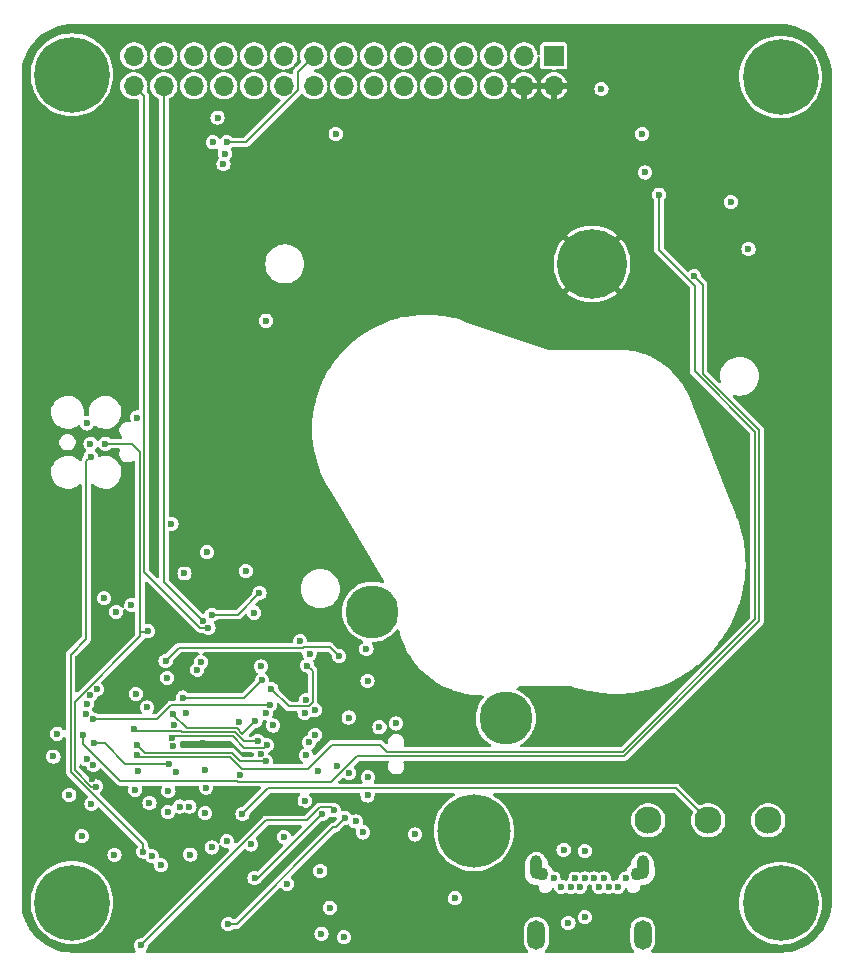
<source format=gbr>
G04 #@! TF.GenerationSoftware,KiCad,Pcbnew,7.0.7*
G04 #@! TF.CreationDate,2023-12-06T21:13:40-05:00*
G04 #@! TF.ProjectId,SARD_Motherboard,53415244-5f4d-46f7-9468-6572626f6172,rev?*
G04 #@! TF.SameCoordinates,Original*
G04 #@! TF.FileFunction,Copper,L3,Inr*
G04 #@! TF.FilePolarity,Positive*
%FSLAX46Y46*%
G04 Gerber Fmt 4.6, Leading zero omitted, Abs format (unit mm)*
G04 Created by KiCad (PCBNEW 7.0.7) date 2023-12-06 21:13:40*
%MOMM*%
%LPD*%
G01*
G04 APERTURE LIST*
G04 #@! TA.AperFunction,ComponentPad*
%ADD10C,2.300000*%
G04 #@! TD*
G04 #@! TA.AperFunction,ComponentPad*
%ADD11C,0.600000*%
G04 #@! TD*
G04 #@! TA.AperFunction,ComponentPad*
%ADD12O,1.000000X2.000000*%
G04 #@! TD*
G04 #@! TA.AperFunction,ComponentPad*
%ADD13O,1.500000X2.500000*%
G04 #@! TD*
G04 #@! TA.AperFunction,ComponentPad*
%ADD14C,1.100000*%
G04 #@! TD*
G04 #@! TA.AperFunction,ComponentPad*
%ADD15C,6.400000*%
G04 #@! TD*
G04 #@! TA.AperFunction,ComponentPad*
%ADD16C,6.200000*%
G04 #@! TD*
G04 #@! TA.AperFunction,ComponentPad*
%ADD17R,1.700000X1.700000*%
G04 #@! TD*
G04 #@! TA.AperFunction,ComponentPad*
%ADD18O,1.700000X1.700000*%
G04 #@! TD*
G04 #@! TA.AperFunction,ComponentPad*
%ADD19C,5.900000*%
G04 #@! TD*
G04 #@! TA.AperFunction,ComponentPad*
%ADD20C,4.500000*%
G04 #@! TD*
G04 #@! TA.AperFunction,ViaPad*
%ADD21C,0.600000*%
G04 #@! TD*
G04 #@! TA.AperFunction,Conductor*
%ADD22C,0.200000*%
G04 #@! TD*
G04 #@! TA.AperFunction,Conductor*
%ADD23C,0.180000*%
G04 #@! TD*
G04 APERTURE END LIST*
D10*
X178930000Y-133100000D03*
X173850000Y-133100000D03*
X168770000Y-133100000D03*
D11*
X166850000Y-138030000D03*
X166200000Y-138730000D03*
X165400000Y-138730000D03*
X165000000Y-138030000D03*
X164600000Y-138730000D03*
X164200000Y-138030000D03*
X163400000Y-138030000D03*
X163000000Y-138730000D03*
X162600000Y-138030000D03*
X162200000Y-138730000D03*
X161400000Y-138730000D03*
X160750000Y-138030000D03*
D12*
X159300000Y-137080000D03*
D13*
X159300000Y-142830000D03*
D14*
X159750000Y-137630000D03*
X167850000Y-137630000D03*
D12*
X168300000Y-137080000D03*
D13*
X168300000Y-142830000D03*
D15*
X119975000Y-69975000D03*
D16*
X154000000Y-134000000D03*
D15*
X119975000Y-140075000D03*
X179975000Y-140125000D03*
D17*
X160775000Y-68375000D03*
D18*
X160775000Y-70915000D03*
X158235000Y-68375000D03*
X158235000Y-70915000D03*
X155695000Y-68375000D03*
X155695000Y-70915000D03*
X153155000Y-68375000D03*
X153155000Y-70915000D03*
X150615000Y-68375000D03*
X150615000Y-70915000D03*
X148075000Y-68375000D03*
X148075000Y-70915000D03*
X145535000Y-68375000D03*
X145535000Y-70915000D03*
X142995000Y-68375000D03*
X142995000Y-70915000D03*
X140455000Y-68375000D03*
X140455000Y-70915000D03*
X137915000Y-68375000D03*
X137915000Y-70915000D03*
X135375000Y-68375000D03*
X135375000Y-70915000D03*
X132835000Y-68375000D03*
X132835000Y-70915000D03*
X130295000Y-68375000D03*
X130295000Y-70915000D03*
X127755000Y-68375000D03*
X127755000Y-70915000D03*
X125215000Y-68375000D03*
X125215000Y-70915000D03*
D15*
X179975000Y-70175000D03*
D19*
X164000000Y-86000000D03*
D20*
X156700000Y-124450000D03*
X156700000Y-124450000D03*
X145400000Y-115450000D03*
X145400000Y-115450000D03*
D21*
X131800000Y-135400000D03*
X130900000Y-119700000D03*
X143400000Y-124400000D03*
X128595561Y-125012884D03*
X149000000Y-134300000D03*
X147400000Y-124900000D03*
X139673942Y-131469307D03*
X135960675Y-120079001D03*
X118714154Y-125769887D03*
X139900000Y-120000000D03*
X135850000Y-113852711D03*
X125400000Y-122400000D03*
X143000000Y-143000000D03*
X121213659Y-127945016D03*
X136861334Y-121985000D03*
X122700000Y-114300000D03*
X128400000Y-108000000D03*
X141000000Y-137400000D03*
X129500000Y-112200000D03*
X141100000Y-142700000D03*
X145000000Y-121300000D03*
X131800000Y-115700000D03*
X131400002Y-110400001D03*
X128029289Y-121029289D03*
X125500000Y-99000000D03*
X144900000Y-118600000D03*
X152400000Y-139700000D03*
X168250000Y-75000000D03*
X131228969Y-128850000D03*
X134241016Y-129288054D03*
X125600000Y-128900000D03*
X177250000Y-84750000D03*
X131400000Y-110400000D03*
X130000000Y-136000000D03*
X163398909Y-135701091D03*
X143100000Y-132900000D03*
X133200000Y-141900000D03*
X121551003Y-102338105D03*
X126000000Y-135750000D03*
X121250000Y-99500000D03*
X126350500Y-123550000D03*
X126746000Y-136144000D03*
X129600000Y-124000000D03*
X127508000Y-136906000D03*
X121537987Y-101220756D03*
X131329289Y-130329289D03*
X142156095Y-132249774D03*
X125800000Y-143700000D03*
X139292846Y-117942298D03*
X123721838Y-115446776D03*
X121800000Y-126575016D03*
X128200000Y-128300000D03*
X135975480Y-127499410D03*
X134700000Y-112000000D03*
X161600000Y-135599499D03*
X175750000Y-80750000D03*
X121794888Y-128419016D03*
X118400000Y-127700000D03*
X141800000Y-140500000D03*
X163400000Y-141300000D03*
X162000000Y-141800000D03*
X168500000Y-78250000D03*
X164800000Y-71200000D03*
X140085500Y-118999500D03*
X135400000Y-115525000D03*
X136419519Y-128102663D03*
X125471270Y-126728730D03*
X128460851Y-126092884D03*
X136470820Y-126735418D03*
X125010000Y-114878073D03*
X129350000Y-122711931D03*
X136045138Y-121245566D03*
X125510875Y-127546153D03*
X169681077Y-80134065D03*
X134406955Y-132570864D03*
X134131385Y-124817402D03*
X142600000Y-119200000D03*
X127900000Y-119600000D03*
X133096000Y-134874000D03*
X172663924Y-87042752D03*
X120946022Y-125850000D03*
X128750500Y-128991208D03*
X125332796Y-130519412D03*
X121624056Y-131703277D03*
X130564589Y-120370823D03*
X135699986Y-126400000D03*
X125260000Y-125409500D03*
X123570024Y-136029976D03*
X141183981Y-132550233D03*
X135430434Y-138013630D03*
X144000000Y-133200000D03*
X135138901Y-135138917D03*
X144627818Y-134127818D03*
X128554752Y-126836985D03*
X126410000Y-117092843D03*
X120800000Y-134450000D03*
X119750000Y-130950000D03*
X122799854Y-101210362D03*
X122020104Y-130244395D03*
X142448682Y-128538064D03*
X137900000Y-134500000D03*
X135500010Y-124700000D03*
X128500000Y-124139504D03*
X121723299Y-124544645D03*
X136709760Y-123336507D03*
X143441191Y-129101191D03*
X140800000Y-128900000D03*
X146005742Y-125232949D03*
X145042969Y-129460500D03*
X138194296Y-138487500D03*
X145000000Y-131000000D03*
X142300000Y-75000000D03*
X131250000Y-132500000D03*
X132800000Y-77557085D03*
X129913149Y-131940338D03*
X129100000Y-131938000D03*
X132906955Y-76670864D03*
X128100000Y-132400000D03*
X133100000Y-75700000D03*
X131900000Y-75700000D03*
X128137002Y-130600000D03*
X126537504Y-131641125D03*
X132300000Y-73600000D03*
X121150000Y-124061082D03*
X121235883Y-123236298D03*
X121526409Y-122501409D03*
X122090423Y-121997317D03*
X131520652Y-116808865D03*
X131060012Y-116216992D03*
X136400000Y-90800000D03*
X139800000Y-122900000D03*
X140530709Y-123766245D03*
X136369804Y-124004477D03*
X139674500Y-124000000D03*
X137010191Y-125072128D03*
X140568167Y-125864066D03*
X140051731Y-126500000D03*
X139799140Y-127601235D03*
X145000000Y-143250000D03*
X143400000Y-139300000D03*
X169469554Y-136842081D03*
X121700000Y-129565646D03*
X131165202Y-115116992D03*
X142914038Y-122038588D03*
X144900000Y-135400000D03*
X131094974Y-126575721D03*
X145060510Y-124682949D03*
X144670000Y-136670000D03*
X128200000Y-115400000D03*
X141975000Y-117575000D03*
X130125000Y-121045210D03*
X139394242Y-132165204D03*
X132800000Y-132500000D03*
X122025000Y-118025000D03*
X118000000Y-100300000D03*
D22*
X140350000Y-123127818D02*
X140027818Y-123450000D01*
X138326334Y-123450000D02*
X136861334Y-121985000D01*
X131800000Y-115700000D02*
X134002711Y-115700000D01*
X139900000Y-120000000D02*
X140350000Y-120450000D01*
X140027818Y-123450000D02*
X138326334Y-123450000D01*
X134002711Y-115700000D02*
X135850000Y-113852711D01*
X140350000Y-120450000D02*
X140350000Y-123127818D01*
X133200000Y-141900000D02*
X133904375Y-141900000D01*
X142104375Y-133700000D02*
X142300000Y-133700000D01*
X133904375Y-141900000D02*
X142104375Y-133700000D01*
X142300000Y-133700000D02*
X143100000Y-132900000D01*
X119849952Y-119075935D02*
X119849952Y-128988390D01*
X121187500Y-117738387D02*
X119849952Y-119075935D01*
X121551003Y-102338105D02*
X121187500Y-102701608D01*
X119849952Y-128988390D02*
X126000000Y-135138438D01*
X121187500Y-102701608D02*
X121187500Y-117738387D01*
X126000000Y-135138438D02*
X126000000Y-135750000D01*
X141906554Y-132000233D02*
X140956163Y-132000233D01*
X136400000Y-133100000D02*
X125800000Y-143700000D01*
X140956163Y-132000233D02*
X139856396Y-133100000D01*
X139856396Y-133100000D02*
X136400000Y-133100000D01*
X142156095Y-132249774D02*
X141906554Y-132000233D01*
X128200000Y-128300000D02*
X124500000Y-128300000D01*
X124500000Y-128300000D02*
X122775016Y-126575016D01*
X122775016Y-126575016D02*
X121800000Y-126575016D01*
X125471270Y-126728730D02*
X126129524Y-127386984D01*
X126129524Y-127386984D02*
X133486984Y-127386984D01*
X134202663Y-128102663D02*
X136419519Y-128102663D01*
X133486984Y-127386984D02*
X134202663Y-128102663D01*
X134576346Y-126950000D02*
X136256238Y-126950000D01*
X128553735Y-126000000D02*
X133626346Y-126000000D01*
X128460851Y-126092884D02*
X128553735Y-126000000D01*
X136256238Y-126950000D02*
X136470820Y-126735418D01*
X133626346Y-126000000D02*
X134576346Y-126950000D01*
X129350000Y-122711931D02*
X134578773Y-122711931D01*
X134578773Y-122711931D02*
X136045138Y-121245566D01*
X125701710Y-127736988D02*
X125510875Y-127546153D01*
X169681077Y-80134065D02*
X169681077Y-84837723D01*
X142002493Y-126712500D02*
X139964993Y-128750000D01*
X172700000Y-95100000D02*
X177813239Y-100213239D01*
X177813239Y-116077787D02*
X166591026Y-127300000D01*
X146653993Y-127300000D02*
X146066493Y-126712500D01*
X169681077Y-84837723D02*
X172700000Y-87856646D01*
X166591026Y-127300000D02*
X146653993Y-127300000D01*
X146066493Y-126712500D02*
X142002493Y-126712500D01*
X172700000Y-87856646D02*
X172700000Y-95100000D01*
X133342014Y-127736988D02*
X125701710Y-127736988D01*
X134355025Y-128750000D02*
X133342014Y-127736988D01*
X139964993Y-128750000D02*
X134355025Y-128750000D01*
X177813239Y-100213239D02*
X177813239Y-116077787D01*
X171150000Y-130400000D02*
X136577819Y-130400000D01*
X136577819Y-130400000D02*
X134406955Y-132570864D01*
X173850000Y-133100000D02*
X171150000Y-130400000D01*
X139520664Y-118492298D02*
X129007702Y-118492298D01*
X129007702Y-118492298D02*
X127900000Y-119600000D01*
X141849500Y-118449500D02*
X139563462Y-118449500D01*
X139563462Y-118449500D02*
X139520664Y-118492298D01*
X142600000Y-119200000D02*
X141849500Y-118449500D01*
X133942080Y-129766936D02*
X124066936Y-129766936D01*
X173371463Y-87750291D02*
X173371463Y-95276489D01*
X144114564Y-127650000D02*
X141926510Y-129838054D01*
X172663924Y-87042752D02*
X173371463Y-87750291D01*
X178163239Y-100068264D02*
X178163239Y-116222761D01*
X120946022Y-126646022D02*
X120946022Y-125850000D01*
X166736001Y-127650000D02*
X144114564Y-127650000D01*
X141926510Y-129838054D02*
X134013198Y-129838054D01*
X134013198Y-129838054D02*
X133942080Y-129766936D01*
X178163239Y-116222761D02*
X166736001Y-127650000D01*
X124066936Y-129766936D02*
X120946022Y-126646022D01*
X173371463Y-95276489D02*
X178163239Y-100068264D01*
D23*
X125403384Y-125552884D02*
X129202884Y-125552884D01*
X125260000Y-125409500D02*
X125403384Y-125552884D01*
X134507178Y-126400000D02*
X135699986Y-126400000D01*
X133767178Y-125660000D02*
X134507178Y-126400000D01*
X129310000Y-125660000D02*
X133767178Y-125660000D01*
X129202884Y-125552884D02*
X129310000Y-125660000D01*
D22*
X141183981Y-132550233D02*
X141154793Y-132550233D01*
X141154793Y-132550233D02*
X135691396Y-138013630D01*
X135691396Y-138013630D02*
X135430434Y-138013630D01*
X125730000Y-117520000D02*
X120199952Y-123050048D01*
X125730000Y-101899572D02*
X125730000Y-117175000D01*
X121600931Y-130244395D02*
X122020104Y-130244395D01*
X125040790Y-101210362D02*
X125730000Y-101899572D01*
X125730000Y-117175000D02*
X125730000Y-117520000D01*
X125730000Y-117175000D02*
X126327843Y-117175000D01*
X120199952Y-128843416D02*
X121600931Y-130244395D01*
X122799854Y-101210362D02*
X125040790Y-101210362D01*
X126327843Y-117175000D02*
X126410000Y-117092843D01*
X120199952Y-123050048D02*
X120199952Y-128843416D01*
X129680496Y-125320000D02*
X133908010Y-125320000D01*
X134394011Y-125805999D02*
X135500010Y-124700000D01*
X133908010Y-125320000D02*
X134394011Y-125805999D01*
X128464494Y-124103998D02*
X129680496Y-125320000D01*
X136709760Y-123336507D02*
X136670452Y-123375815D01*
X136670452Y-123375815D02*
X128352280Y-123375815D01*
X128352280Y-123375815D02*
X127183450Y-124544645D01*
X127183450Y-124544645D02*
X121723299Y-124544645D01*
X139100000Y-69730000D02*
X140455000Y-68375000D01*
X134685635Y-75700000D02*
X139100000Y-71285635D01*
X133100000Y-75700000D02*
X134685635Y-75700000D01*
X139100000Y-71285635D02*
X139100000Y-69730000D01*
X125215000Y-70915000D02*
X126080000Y-71780000D01*
X126080000Y-112080000D02*
X130808865Y-116808865D01*
X130808865Y-116808865D02*
X131520652Y-116808865D01*
X126080000Y-71780000D02*
X126080000Y-112080000D01*
X127755000Y-70915000D02*
X127755000Y-112911980D01*
X127755000Y-112911980D02*
X131060012Y-116216992D01*
X143400000Y-139300000D02*
X143400000Y-141650000D01*
X143400000Y-141650000D02*
X145000000Y-143250000D01*
G04 #@! TA.AperFunction,Conductor*
G36*
X133476130Y-126420185D02*
G01*
X133496772Y-126436819D01*
X134317332Y-127257380D01*
X134317352Y-127257398D01*
X134338004Y-127278050D01*
X134357740Y-127288106D01*
X134374328Y-127298271D01*
X134374499Y-127298395D01*
X134392256Y-127311296D01*
X134413325Y-127318141D01*
X134431304Y-127325588D01*
X134451042Y-127335646D01*
X134472924Y-127339111D01*
X134491837Y-127343652D01*
X134512913Y-127350500D01*
X134544827Y-127350500D01*
X135248007Y-127350500D01*
X135315046Y-127370185D01*
X135360801Y-127422989D01*
X135370947Y-127490681D01*
X135369798Y-127499410D01*
X135369798Y-127499411D01*
X135378035Y-127561978D01*
X135367269Y-127631013D01*
X135320889Y-127683269D01*
X135255096Y-127702163D01*
X134419918Y-127702163D01*
X134352879Y-127682478D01*
X134332237Y-127665844D01*
X133746271Y-127079877D01*
X133746240Y-127079848D01*
X133725326Y-127058934D01*
X133725325Y-127058933D01*
X133705584Y-127048874D01*
X133688998Y-127038710D01*
X133671074Y-127025688D01*
X133671075Y-127025688D01*
X133650002Y-127018841D01*
X133632029Y-127011396D01*
X133612291Y-127001339D01*
X133612288Y-127001338D01*
X133590402Y-126997871D01*
X133571491Y-126993330D01*
X133550423Y-126986485D01*
X133550418Y-126986484D01*
X133550417Y-126986484D01*
X133550413Y-126986484D01*
X129282147Y-126986484D01*
X129215108Y-126966799D01*
X129169353Y-126913995D01*
X129159208Y-126846298D01*
X129160434Y-126836985D01*
X129160434Y-126836983D01*
X129139796Y-126680224D01*
X129139796Y-126680223D01*
X129094948Y-126571952D01*
X129087480Y-126502483D01*
X129118755Y-126440004D01*
X129178844Y-126404352D01*
X129209510Y-126400500D01*
X133409091Y-126400500D01*
X133476130Y-126420185D01*
G37*
G04 #@! TD.AperFunction*
G04 #@! TA.AperFunction,Conductor*
G36*
X122248563Y-101484636D02*
G01*
X122268833Y-101507933D01*
X122270370Y-101506754D01*
X122275317Y-101513201D01*
X122275318Y-101513203D01*
X122371572Y-101638644D01*
X122497013Y-101734898D01*
X122643092Y-101795406D01*
X122721472Y-101805725D01*
X122799853Y-101816044D01*
X122799854Y-101816044D01*
X122799855Y-101816044D01*
X122852107Y-101809164D01*
X122956616Y-101795406D01*
X123102695Y-101734898D01*
X123228136Y-101638644D01*
X123228137Y-101638641D01*
X123230947Y-101636486D01*
X123296117Y-101611292D01*
X123306434Y-101610862D01*
X123953960Y-101610862D01*
X124020999Y-101630547D01*
X124066754Y-101683351D01*
X124076698Y-101752509D01*
X124063757Y-101792487D01*
X124024448Y-101867383D01*
X123984000Y-102031490D01*
X123984000Y-102200509D01*
X124024448Y-102364616D01*
X124102996Y-102514278D01*
X124215072Y-102640785D01*
X124215074Y-102640787D01*
X124215077Y-102640790D01*
X124354177Y-102736804D01*
X124512213Y-102796739D01*
X124607374Y-102808293D01*
X124637897Y-102812000D01*
X124637899Y-102812000D01*
X124722103Y-102812000D01*
X124749320Y-102808695D01*
X124847787Y-102796739D01*
X125005823Y-102736804D01*
X125135060Y-102647597D01*
X125201413Y-102625715D01*
X125269065Y-102643180D01*
X125316535Y-102694448D01*
X125329499Y-102749648D01*
X125329499Y-114175034D01*
X125309814Y-114242073D01*
X125257010Y-114287828D01*
X125187852Y-114297772D01*
X125173410Y-114294810D01*
X125166763Y-114293029D01*
X125010001Y-114272391D01*
X125009999Y-114272391D01*
X124853239Y-114293028D01*
X124853237Y-114293029D01*
X124707160Y-114353536D01*
X124581718Y-114449791D01*
X124485463Y-114575233D01*
X124424956Y-114721310D01*
X124424955Y-114721312D01*
X124404318Y-114878071D01*
X124404318Y-114878074D01*
X124418875Y-114988648D01*
X124408109Y-115057683D01*
X124361729Y-115109939D01*
X124294460Y-115128824D01*
X124227660Y-115108343D01*
X124197562Y-115080322D01*
X124150120Y-115018494D01*
X124024679Y-114922240D01*
X123878600Y-114861732D01*
X123878598Y-114861731D01*
X123721839Y-114841094D01*
X123721837Y-114841094D01*
X123565077Y-114861731D01*
X123565075Y-114861732D01*
X123418998Y-114922239D01*
X123293556Y-115018494D01*
X123197301Y-115143936D01*
X123136794Y-115290013D01*
X123136793Y-115290015D01*
X123116156Y-115446774D01*
X123116156Y-115446777D01*
X123136793Y-115603536D01*
X123136794Y-115603538D01*
X123197302Y-115749617D01*
X123293556Y-115875058D01*
X123418997Y-115971312D01*
X123565076Y-116031820D01*
X123612808Y-116038104D01*
X123721837Y-116052458D01*
X123721838Y-116052458D01*
X123721839Y-116052458D01*
X123774091Y-116045578D01*
X123878600Y-116031820D01*
X124024679Y-115971312D01*
X124150120Y-115875058D01*
X124246374Y-115749617D01*
X124306882Y-115603538D01*
X124327520Y-115446776D01*
X124312962Y-115336198D01*
X124323727Y-115267165D01*
X124370107Y-115214909D01*
X124437376Y-115196024D01*
X124504177Y-115216504D01*
X124534276Y-115244528D01*
X124555140Y-115271718D01*
X124581718Y-115306355D01*
X124707159Y-115402609D01*
X124853238Y-115463117D01*
X124931619Y-115473435D01*
X125009999Y-115483755D01*
X125010000Y-115483755D01*
X125010001Y-115483755D01*
X125062254Y-115476875D01*
X125166762Y-115463117D01*
X125166765Y-115463115D01*
X125173403Y-115461337D01*
X125243253Y-115462998D01*
X125301116Y-115502159D01*
X125328622Y-115566387D01*
X125329499Y-115581111D01*
X125329500Y-117133724D01*
X125327973Y-117153123D01*
X125324508Y-117174999D01*
X125324508Y-117175000D01*
X125327973Y-117196876D01*
X125329500Y-117216275D01*
X125329500Y-117302745D01*
X125309815Y-117369784D01*
X125293181Y-117390426D01*
X120462133Y-122221474D01*
X120400810Y-122254959D01*
X120331118Y-122249975D01*
X120275185Y-122208103D01*
X120250768Y-122142639D01*
X120250452Y-122133793D01*
X120250452Y-119293190D01*
X120270137Y-119226151D01*
X120286771Y-119205509D01*
X121500052Y-117992228D01*
X121500057Y-117992221D01*
X121515550Y-117976729D01*
X121525609Y-117956985D01*
X121535772Y-117940402D01*
X121548797Y-117922476D01*
X121555644Y-117901401D01*
X121563089Y-117883427D01*
X121573146Y-117863691D01*
X121576611Y-117841808D01*
X121581154Y-117822889D01*
X121587999Y-117801822D01*
X121588000Y-117801820D01*
X121588000Y-117674954D01*
X121588000Y-117674953D01*
X121588000Y-114300001D01*
X122094318Y-114300001D01*
X122114955Y-114456760D01*
X122114956Y-114456762D01*
X122171745Y-114593864D01*
X122175464Y-114602841D01*
X122271718Y-114728282D01*
X122397159Y-114824536D01*
X122543238Y-114885044D01*
X122621618Y-114895362D01*
X122699999Y-114905682D01*
X122700000Y-114905682D01*
X122700001Y-114905682D01*
X122752253Y-114898802D01*
X122856762Y-114885044D01*
X123002841Y-114824536D01*
X123128282Y-114728282D01*
X123224536Y-114602841D01*
X123285044Y-114456762D01*
X123305306Y-114302856D01*
X123305682Y-114300001D01*
X123305682Y-114299998D01*
X123285044Y-114143239D01*
X123285044Y-114143238D01*
X123224536Y-113997159D01*
X123128282Y-113871718D01*
X123002841Y-113775464D01*
X122963069Y-113758990D01*
X122856762Y-113714956D01*
X122856760Y-113714955D01*
X122700001Y-113694318D01*
X122699999Y-113694318D01*
X122543239Y-113714955D01*
X122543237Y-113714956D01*
X122397160Y-113775463D01*
X122271718Y-113871718D01*
X122175463Y-113997160D01*
X122114956Y-114143237D01*
X122114955Y-114143239D01*
X122094318Y-114299998D01*
X122094318Y-114300001D01*
X121588000Y-114300001D01*
X121588000Y-104720765D01*
X121607685Y-104653726D01*
X121660489Y-104607971D01*
X121729647Y-104598027D01*
X121793203Y-104627052D01*
X121805082Y-104638841D01*
X121811117Y-104645698D01*
X121994945Y-104794129D01*
X121994949Y-104794131D01*
X122201211Y-104909357D01*
X122201214Y-104909358D01*
X122423990Y-104988069D01*
X122553937Y-105010351D01*
X122656855Y-105027999D01*
X122656864Y-105028000D01*
X122833963Y-105028000D01*
X123010416Y-105012982D01*
X123010419Y-105012981D01*
X123010421Y-105012981D01*
X123239070Y-104953445D01*
X123370606Y-104893986D01*
X123454362Y-104856127D01*
X123454363Y-104856125D01*
X123454368Y-104856124D01*
X123650122Y-104723818D01*
X123820700Y-104560332D01*
X123961195Y-104370369D01*
X124067566Y-104159396D01*
X124136752Y-103933480D01*
X124166763Y-103699121D01*
X124156735Y-103463062D01*
X124106957Y-103232093D01*
X124018862Y-103012858D01*
X123894982Y-102811665D01*
X123738883Y-102634302D01*
X123555055Y-102485871D01*
X123549925Y-102483005D01*
X123348788Y-102370642D01*
X123126017Y-102291933D01*
X123126012Y-102291931D01*
X123126010Y-102291931D01*
X123126006Y-102291930D01*
X123126005Y-102291930D01*
X122893144Y-102252000D01*
X122893136Y-102252000D01*
X122716042Y-102252000D01*
X122716037Y-102252000D01*
X122539583Y-102267017D01*
X122310932Y-102326554D01*
X122306361Y-102328169D01*
X122236593Y-102331941D01*
X122175861Y-102297394D01*
X122143448Y-102235498D01*
X122142115Y-102227436D01*
X122136047Y-102181344D01*
X122136047Y-102181343D01*
X122075539Y-102035264D01*
X121979285Y-101909823D01*
X121979283Y-101909822D01*
X121979283Y-101909821D01*
X121942698Y-101881749D01*
X121931050Y-101872811D01*
X121889848Y-101816384D01*
X121885693Y-101746638D01*
X121919905Y-101685718D01*
X121931041Y-101676068D01*
X121966269Y-101649038D01*
X122062523Y-101523597D01*
X122062526Y-101523588D01*
X122064527Y-101520124D01*
X122066989Y-101517775D01*
X122067471Y-101517148D01*
X122067568Y-101517223D01*
X122115090Y-101471904D01*
X122183695Y-101458674D01*
X122248563Y-101484636D01*
G37*
G04 #@! TD.AperFunction*
G04 #@! TA.AperFunction,Conductor*
G36*
X180001424Y-65700566D02*
G01*
X180393846Y-65718709D01*
X180399538Y-65719235D01*
X180787199Y-65773312D01*
X180792818Y-65774362D01*
X181173831Y-65863976D01*
X181179323Y-65865539D01*
X181550454Y-65989929D01*
X181555770Y-65991989D01*
X181734805Y-66071040D01*
X181913833Y-66150089D01*
X181918962Y-66152643D01*
X182260885Y-66343093D01*
X182265756Y-66346109D01*
X182588666Y-66567307D01*
X182593225Y-66570750D01*
X182836479Y-66772745D01*
X182894347Y-66820798D01*
X182898581Y-66824658D01*
X183175341Y-67101418D01*
X183179199Y-67105650D01*
X183429247Y-67406770D01*
X183432692Y-67411333D01*
X183653890Y-67734243D01*
X183656906Y-67739114D01*
X183847356Y-68081037D01*
X183849910Y-68086166D01*
X184008007Y-68444221D01*
X184010074Y-68449557D01*
X184043493Y-68549264D01*
X184134458Y-68820669D01*
X184136026Y-68826180D01*
X184225635Y-69207173D01*
X184226688Y-69212805D01*
X184280762Y-69600448D01*
X184281290Y-69606153D01*
X184299434Y-69998575D01*
X184299500Y-70001439D01*
X184299500Y-139998560D01*
X184299434Y-140001424D01*
X184281290Y-140393846D01*
X184280762Y-140399551D01*
X184226688Y-140787194D01*
X184225635Y-140792826D01*
X184136026Y-141173819D01*
X184134458Y-141179330D01*
X184010077Y-141550435D01*
X184008007Y-141555778D01*
X183849910Y-141913833D01*
X183847356Y-141918962D01*
X183656906Y-142260885D01*
X183653890Y-142265756D01*
X183432692Y-142588666D01*
X183429239Y-142593239D01*
X183179201Y-142894347D01*
X183175341Y-142898581D01*
X182898581Y-143175341D01*
X182894347Y-143179201D01*
X182593239Y-143429239D01*
X182588666Y-143432692D01*
X182265756Y-143653890D01*
X182260885Y-143656906D01*
X181918962Y-143847356D01*
X181913833Y-143849910D01*
X181555778Y-144008007D01*
X181550435Y-144010077D01*
X181179330Y-144134458D01*
X181173819Y-144136026D01*
X180792826Y-144225635D01*
X180787194Y-144226688D01*
X180399551Y-144280762D01*
X180393846Y-144281290D01*
X180001424Y-144299434D01*
X179998560Y-144299500D01*
X169121131Y-144299500D01*
X169054092Y-144279815D01*
X169008337Y-144227011D01*
X168998393Y-144157853D01*
X169027418Y-144094297D01*
X169042468Y-144079645D01*
X169046411Y-144076409D01*
X169061717Y-144057758D01*
X169177685Y-143916450D01*
X169275232Y-143733954D01*
X169335300Y-143535934D01*
X169350500Y-143381608D01*
X169350500Y-142278392D01*
X169335300Y-142124066D01*
X169275232Y-141926046D01*
X169177685Y-141743550D01*
X169125702Y-141680209D01*
X169046410Y-141583589D01*
X168902426Y-141465426D01*
X168886450Y-141452315D01*
X168703954Y-141354768D01*
X168505934Y-141294700D01*
X168505932Y-141294699D01*
X168505934Y-141294699D01*
X168310620Y-141275463D01*
X168300000Y-141274417D01*
X168299999Y-141274417D01*
X168094067Y-141294699D01*
X167896043Y-141354769D01*
X167785897Y-141413643D01*
X167713550Y-141452315D01*
X167713548Y-141452316D01*
X167713547Y-141452317D01*
X167553589Y-141583589D01*
X167422317Y-141743547D01*
X167324769Y-141926043D01*
X167264699Y-142124067D01*
X167254435Y-142228282D01*
X167250158Y-142271718D01*
X167249500Y-142278395D01*
X167249500Y-143381604D01*
X167264699Y-143535932D01*
X167287501Y-143611101D01*
X167324768Y-143733954D01*
X167422315Y-143916450D01*
X167422317Y-143916452D01*
X167553588Y-144076409D01*
X167557532Y-144079645D01*
X167596867Y-144137390D01*
X167598739Y-144207234D01*
X167562554Y-144267003D01*
X167499798Y-144297721D01*
X167478869Y-144299500D01*
X160121131Y-144299500D01*
X160054092Y-144279815D01*
X160008337Y-144227011D01*
X159998393Y-144157853D01*
X160027418Y-144094297D01*
X160042468Y-144079645D01*
X160046411Y-144076409D01*
X160061717Y-144057758D01*
X160177685Y-143916450D01*
X160275232Y-143733954D01*
X160335300Y-143535934D01*
X160350500Y-143381608D01*
X160350500Y-142278392D01*
X160335300Y-142124066D01*
X160275232Y-141926046D01*
X160207859Y-141800001D01*
X161394318Y-141800001D01*
X161414955Y-141956760D01*
X161414956Y-141956762D01*
X161471933Y-142094318D01*
X161475464Y-142102841D01*
X161571718Y-142228282D01*
X161697159Y-142324536D01*
X161843238Y-142385044D01*
X161913681Y-142394318D01*
X161999999Y-142405682D01*
X162000000Y-142405682D01*
X162000001Y-142405682D01*
X162064739Y-142397159D01*
X162156762Y-142385044D01*
X162302841Y-142324536D01*
X162428282Y-142228282D01*
X162524536Y-142102841D01*
X162585044Y-141956762D01*
X162605682Y-141800000D01*
X162585044Y-141643238D01*
X162524536Y-141497159D01*
X162428282Y-141371718D01*
X162334818Y-141300001D01*
X162794318Y-141300001D01*
X162814955Y-141456760D01*
X162814956Y-141456762D01*
X162867489Y-141583589D01*
X162875464Y-141602841D01*
X162971718Y-141728282D01*
X163097159Y-141824536D01*
X163243238Y-141885044D01*
X163321618Y-141895362D01*
X163399999Y-141905682D01*
X163400000Y-141905682D01*
X163400001Y-141905682D01*
X163452253Y-141898802D01*
X163556762Y-141885044D01*
X163702841Y-141824536D01*
X163828282Y-141728282D01*
X163924536Y-141602841D01*
X163985044Y-141456762D01*
X164005682Y-141300000D01*
X163985044Y-141143238D01*
X163924536Y-140997159D01*
X163828282Y-140871718D01*
X163702841Y-140775464D01*
X163556762Y-140714956D01*
X163556760Y-140714955D01*
X163400001Y-140694318D01*
X163399999Y-140694318D01*
X163243239Y-140714955D01*
X163243237Y-140714956D01*
X163097160Y-140775463D01*
X162971718Y-140871718D01*
X162875463Y-140997160D01*
X162814956Y-141143237D01*
X162814955Y-141143239D01*
X162794318Y-141299998D01*
X162794318Y-141300001D01*
X162334818Y-141300001D01*
X162302841Y-141275464D01*
X162300313Y-141274417D01*
X162156762Y-141214956D01*
X162156760Y-141214955D01*
X162000001Y-141194318D01*
X161999999Y-141194318D01*
X161843239Y-141214955D01*
X161843237Y-141214956D01*
X161697160Y-141275463D01*
X161571718Y-141371718D01*
X161475463Y-141497160D01*
X161414956Y-141643237D01*
X161414955Y-141643239D01*
X161394318Y-141799998D01*
X161394318Y-141800001D01*
X160207859Y-141800001D01*
X160177685Y-141743550D01*
X160125702Y-141680209D01*
X160046410Y-141583589D01*
X159902426Y-141465426D01*
X159886450Y-141452315D01*
X159703954Y-141354768D01*
X159505934Y-141294700D01*
X159505932Y-141294699D01*
X159505934Y-141294699D01*
X159300000Y-141274417D01*
X159094067Y-141294699D01*
X158896043Y-141354769D01*
X158785897Y-141413643D01*
X158713550Y-141452315D01*
X158713548Y-141452316D01*
X158713547Y-141452317D01*
X158553589Y-141583589D01*
X158422317Y-141743547D01*
X158324769Y-141926043D01*
X158264699Y-142124067D01*
X158254435Y-142228282D01*
X158250158Y-142271718D01*
X158249500Y-142278395D01*
X158249500Y-143381604D01*
X158264699Y-143535932D01*
X158287501Y-143611101D01*
X158324768Y-143733954D01*
X158422315Y-143916450D01*
X158422317Y-143916452D01*
X158553588Y-144076409D01*
X158557532Y-144079645D01*
X158596867Y-144137390D01*
X158598739Y-144207234D01*
X158562554Y-144267003D01*
X158499798Y-144297721D01*
X158478869Y-144299500D01*
X126348349Y-144299500D01*
X126281310Y-144279815D01*
X126235555Y-144227011D01*
X126225611Y-144157853D01*
X126249973Y-144100014D01*
X126289346Y-144048700D01*
X126324536Y-144002841D01*
X126385044Y-143856762D01*
X126405682Y-143700000D01*
X126405681Y-143699997D01*
X126406144Y-143696485D01*
X126434410Y-143632589D01*
X126441390Y-143625001D01*
X127366390Y-142700001D01*
X140494318Y-142700001D01*
X140514955Y-142856760D01*
X140514956Y-142856762D01*
X140574287Y-143000001D01*
X140575464Y-143002841D01*
X140671718Y-143128282D01*
X140797159Y-143224536D01*
X140943238Y-143285044D01*
X141021618Y-143295362D01*
X141099999Y-143305682D01*
X141100000Y-143305682D01*
X141100001Y-143305682D01*
X141152254Y-143298802D01*
X141256762Y-143285044D01*
X141402841Y-143224536D01*
X141528282Y-143128282D01*
X141624536Y-143002841D01*
X141625712Y-143000001D01*
X142394318Y-143000001D01*
X142414955Y-143156760D01*
X142414956Y-143156762D01*
X142475464Y-143302841D01*
X142571718Y-143428282D01*
X142697159Y-143524536D01*
X142843238Y-143585044D01*
X142921618Y-143595362D01*
X142999999Y-143605682D01*
X143000000Y-143605682D01*
X143000001Y-143605682D01*
X143052253Y-143598802D01*
X143156762Y-143585044D01*
X143302841Y-143524536D01*
X143428282Y-143428282D01*
X143524536Y-143302841D01*
X143585044Y-143156762D01*
X143605682Y-143000000D01*
X143585044Y-142843238D01*
X143524536Y-142697159D01*
X143428282Y-142571718D01*
X143302841Y-142475464D01*
X143290871Y-142470506D01*
X143156762Y-142414956D01*
X143156760Y-142414955D01*
X143000001Y-142394318D01*
X142999999Y-142394318D01*
X142843239Y-142414955D01*
X142843237Y-142414956D01*
X142697160Y-142475463D01*
X142571718Y-142571718D01*
X142475463Y-142697160D01*
X142414956Y-142843237D01*
X142414955Y-142843239D01*
X142394318Y-142999998D01*
X142394318Y-143000001D01*
X141625712Y-143000001D01*
X141685044Y-142856762D01*
X141705682Y-142700000D01*
X141685044Y-142543238D01*
X141624536Y-142397159D01*
X141528282Y-142271718D01*
X141402841Y-142175464D01*
X141278755Y-142124066D01*
X141256762Y-142114956D01*
X141256760Y-142114955D01*
X141100001Y-142094318D01*
X141099999Y-142094318D01*
X140943239Y-142114955D01*
X140943237Y-142114956D01*
X140797160Y-142175463D01*
X140671718Y-142271718D01*
X140575463Y-142397160D01*
X140514956Y-142543237D01*
X140514955Y-142543239D01*
X140494318Y-142699998D01*
X140494318Y-142700001D01*
X127366390Y-142700001D01*
X134518843Y-135547548D01*
X134580164Y-135514065D01*
X134649856Y-135519049D01*
X134704895Y-135559741D01*
X134710615Y-135567194D01*
X134710619Y-135567199D01*
X134836060Y-135663453D01*
X134982139Y-135723961D01*
X135006256Y-135727136D01*
X135138900Y-135744599D01*
X135138901Y-135744599D01*
X135138902Y-135744599D01*
X135191154Y-135737719D01*
X135295663Y-135723961D01*
X135441742Y-135663453D01*
X135567183Y-135567199D01*
X135663437Y-135441758D01*
X135723945Y-135295679D01*
X135744583Y-135138917D01*
X135740370Y-135106919D01*
X135723945Y-134982156D01*
X135723945Y-134982155D01*
X135663437Y-134836076D01*
X135567183Y-134710635D01*
X135567178Y-134710631D01*
X135559725Y-134704911D01*
X135518524Y-134648481D01*
X135514372Y-134578735D01*
X135547532Y-134518859D01*
X136529573Y-133536819D01*
X136590897Y-133503334D01*
X136617255Y-133500500D01*
X139338772Y-133500500D01*
X139405811Y-133520185D01*
X139451566Y-133572989D01*
X139461510Y-133642147D01*
X139432485Y-133705703D01*
X139426457Y-133712175D01*
X139294315Y-133844318D01*
X138698948Y-134439683D01*
X138637625Y-134473168D01*
X138567933Y-134468184D01*
X138512000Y-134426312D01*
X138488328Y-134368186D01*
X138485863Y-134349464D01*
X138485044Y-134343238D01*
X138424536Y-134197159D01*
X138328282Y-134071718D01*
X138202841Y-133975464D01*
X138192199Y-133971056D01*
X138056762Y-133914956D01*
X138056760Y-133914955D01*
X137900001Y-133894318D01*
X137899999Y-133894318D01*
X137743239Y-133914955D01*
X137743237Y-133914956D01*
X137597160Y-133975463D01*
X137471718Y-134071718D01*
X137375463Y-134197160D01*
X137314956Y-134343237D01*
X137314955Y-134343239D01*
X137294318Y-134499998D01*
X137294318Y-134500001D01*
X137314955Y-134656760D01*
X137314956Y-134656762D01*
X137371933Y-134794318D01*
X137375464Y-134802841D01*
X137471718Y-134928282D01*
X137597159Y-135024536D01*
X137743238Y-135085044D01*
X137768187Y-135088328D01*
X137832083Y-135116593D01*
X137870554Y-135174917D01*
X137871387Y-135244782D01*
X137839683Y-135298948D01*
X135732650Y-137405981D01*
X135671327Y-137439466D01*
X135601635Y-137434482D01*
X135597530Y-137432866D01*
X135587196Y-137428586D01*
X135587194Y-137428585D01*
X135430435Y-137407948D01*
X135430433Y-137407948D01*
X135273673Y-137428585D01*
X135273671Y-137428586D01*
X135127594Y-137489093D01*
X135002152Y-137585348D01*
X134905897Y-137710790D01*
X134845390Y-137856867D01*
X134845389Y-137856869D01*
X134824752Y-138013628D01*
X134824752Y-138013631D01*
X134845389Y-138170390D01*
X134845390Y-138170392D01*
X134905898Y-138316471D01*
X135002152Y-138441912D01*
X135127593Y-138538166D01*
X135273672Y-138598674D01*
X135352052Y-138608993D01*
X135430433Y-138619312D01*
X135430434Y-138619312D01*
X135430435Y-138619312D01*
X135507235Y-138609201D01*
X135587196Y-138598674D01*
X135733275Y-138538166D01*
X135858716Y-138441912D01*
X135952579Y-138319585D01*
X135957909Y-138313508D01*
X141080230Y-133191186D01*
X141141551Y-133157703D01*
X141175853Y-133156273D01*
X141175853Y-133155915D01*
X141183982Y-133155915D01*
X141244497Y-133147948D01*
X141340743Y-133135277D01*
X141486822Y-133074769D01*
X141612263Y-132978515D01*
X141708517Y-132853074D01*
X141710105Y-132849239D01*
X141712313Y-132846499D01*
X141712580Y-132846037D01*
X141712652Y-132846078D01*
X141753941Y-132794835D01*
X141820234Y-132772765D01*
X141872121Y-132782125D01*
X141999333Y-132834818D01*
X142077713Y-132845137D01*
X142156094Y-132855456D01*
X142156095Y-132855456D01*
X142279973Y-132839147D01*
X142349008Y-132849912D01*
X142401264Y-132896292D01*
X142420149Y-132963561D01*
X142399668Y-133030362D01*
X142383839Y-133049767D01*
X142170426Y-133263181D01*
X142109103Y-133296666D01*
X142082745Y-133299500D01*
X142070323Y-133299500D01*
X142070299Y-133299501D01*
X142040939Y-133299501D01*
X142019874Y-133306346D01*
X142000957Y-133310887D01*
X141979075Y-133314352D01*
X141979070Y-133314354D01*
X141959325Y-133324414D01*
X141941361Y-133331855D01*
X141920282Y-133338705D01*
X141902359Y-133351727D01*
X141885774Y-133361890D01*
X141866034Y-133371948D01*
X141854750Y-133383232D01*
X141843466Y-133394517D01*
X140485144Y-134752839D01*
X133783250Y-141454731D01*
X133721927Y-141488216D01*
X133652235Y-141483232D01*
X133620083Y-141465426D01*
X133502842Y-141375464D01*
X133356762Y-141314956D01*
X133356760Y-141314955D01*
X133200001Y-141294318D01*
X133199999Y-141294318D01*
X133043239Y-141314955D01*
X133043237Y-141314956D01*
X132897160Y-141375463D01*
X132771718Y-141471718D01*
X132675463Y-141597160D01*
X132614956Y-141743237D01*
X132614955Y-141743239D01*
X132594318Y-141899998D01*
X132594318Y-141900001D01*
X132614955Y-142056760D01*
X132614956Y-142056762D01*
X132668225Y-142185366D01*
X132675464Y-142202841D01*
X132771718Y-142328282D01*
X132897159Y-142424536D01*
X133043238Y-142485044D01*
X133121618Y-142495362D01*
X133199999Y-142505682D01*
X133200000Y-142505682D01*
X133200001Y-142505682D01*
X133252253Y-142498802D01*
X133356762Y-142485044D01*
X133502841Y-142424536D01*
X133628282Y-142328282D01*
X133628283Y-142328279D01*
X133631093Y-142326124D01*
X133696263Y-142300930D01*
X133706580Y-142300500D01*
X133967806Y-142300500D01*
X133967808Y-142300500D01*
X133988876Y-142293654D01*
X134007792Y-142289112D01*
X134029679Y-142285646D01*
X134049419Y-142275586D01*
X134067386Y-142268144D01*
X134088465Y-142261296D01*
X134106401Y-142248263D01*
X134122963Y-142238114D01*
X134142717Y-142228050D01*
X134158209Y-142212557D01*
X134158216Y-142212552D01*
X134642487Y-141728281D01*
X135870766Y-140500001D01*
X141194318Y-140500001D01*
X141214955Y-140656760D01*
X141214956Y-140656762D01*
X141271315Y-140792826D01*
X141275464Y-140802841D01*
X141371718Y-140928282D01*
X141497159Y-141024536D01*
X141643238Y-141085044D01*
X141721618Y-141095362D01*
X141799999Y-141105682D01*
X141800000Y-141105682D01*
X141800001Y-141105682D01*
X141852253Y-141098802D01*
X141956762Y-141085044D01*
X142102841Y-141024536D01*
X142228282Y-140928282D01*
X142324536Y-140802841D01*
X142385044Y-140656762D01*
X142405682Y-140500000D01*
X142404550Y-140491405D01*
X142385044Y-140343239D01*
X142385044Y-140343238D01*
X142324536Y-140197159D01*
X142228282Y-140071718D01*
X142102841Y-139975464D01*
X141956762Y-139914956D01*
X141956760Y-139914955D01*
X141800001Y-139894318D01*
X141799999Y-139894318D01*
X141643239Y-139914955D01*
X141643237Y-139914956D01*
X141497160Y-139975463D01*
X141371718Y-140071718D01*
X141275463Y-140197160D01*
X141214956Y-140343237D01*
X141214955Y-140343239D01*
X141194318Y-140499998D01*
X141194318Y-140500001D01*
X135870766Y-140500001D01*
X136670765Y-139700001D01*
X151794318Y-139700001D01*
X151814955Y-139856760D01*
X151814956Y-139856762D01*
X151841594Y-139921073D01*
X151875464Y-140002841D01*
X151971718Y-140128282D01*
X152097159Y-140224536D01*
X152243238Y-140285044D01*
X152321618Y-140295362D01*
X152399999Y-140305682D01*
X152400000Y-140305682D01*
X152400001Y-140305682D01*
X152452253Y-140298802D01*
X152556762Y-140285044D01*
X152702841Y-140224536D01*
X152828282Y-140128282D01*
X152830800Y-140125000D01*
X176469696Y-140125000D01*
X176488898Y-140491405D01*
X176538225Y-140802841D01*
X176546295Y-140853794D01*
X176627860Y-141158199D01*
X176641260Y-141208206D01*
X176772746Y-141550739D01*
X176939320Y-141877656D01*
X177139147Y-142185364D01*
X177325067Y-142414955D01*
X177370051Y-142470506D01*
X177629494Y-142729949D01*
X177769393Y-142843237D01*
X177914635Y-142960852D01*
X178222343Y-143160679D01*
X178222348Y-143160682D01*
X178549264Y-143327255D01*
X178891801Y-143458742D01*
X179246206Y-143553705D01*
X179608596Y-143611102D01*
X179954734Y-143629241D01*
X179974999Y-143630304D01*
X179975000Y-143630304D01*
X179975001Y-143630304D01*
X179994203Y-143629297D01*
X180341404Y-143611102D01*
X180703794Y-143553705D01*
X181058199Y-143458742D01*
X181400736Y-143327255D01*
X181727652Y-143160682D01*
X182035366Y-142960851D01*
X182320506Y-142729949D01*
X182579949Y-142470506D01*
X182810851Y-142185366D01*
X183010682Y-141877652D01*
X183177255Y-141550736D01*
X183308742Y-141208199D01*
X183403705Y-140853794D01*
X183461102Y-140491404D01*
X183480304Y-140125000D01*
X183461102Y-139758596D01*
X183403705Y-139396206D01*
X183308742Y-139041801D01*
X183305301Y-139032838D01*
X183257785Y-138909052D01*
X183177255Y-138699264D01*
X183010682Y-138372348D01*
X183010679Y-138372343D01*
X182810852Y-138064635D01*
X182599226Y-137803299D01*
X182579949Y-137779494D01*
X182320506Y-137520051D01*
X182251990Y-137464568D01*
X182035364Y-137289147D01*
X181727656Y-137089320D01*
X181400739Y-136922746D01*
X181058206Y-136791260D01*
X181050828Y-136789283D01*
X180703794Y-136696295D01*
X180703790Y-136696294D01*
X180703789Y-136696294D01*
X180341405Y-136638898D01*
X179975001Y-136619696D01*
X179974999Y-136619696D01*
X179608594Y-136638898D01*
X179246211Y-136696294D01*
X179246209Y-136696294D01*
X178891793Y-136791260D01*
X178549260Y-136922746D01*
X178222343Y-137089320D01*
X177914635Y-137289147D01*
X177629498Y-137520047D01*
X177629490Y-137520054D01*
X177370054Y-137779490D01*
X177370047Y-137779498D01*
X177139147Y-138064635D01*
X176939320Y-138372343D01*
X176772746Y-138699260D01*
X176641260Y-139041793D01*
X176546294Y-139396209D01*
X176546294Y-139396211D01*
X176488898Y-139758594D01*
X176469696Y-140124999D01*
X176469696Y-140125000D01*
X152830800Y-140125000D01*
X152924536Y-140002841D01*
X152985044Y-139856762D01*
X153005682Y-139700000D01*
X152985044Y-139543238D01*
X152924536Y-139397159D01*
X152828282Y-139271718D01*
X152702841Y-139175464D01*
X152556762Y-139114956D01*
X152556760Y-139114955D01*
X152400001Y-139094318D01*
X152399999Y-139094318D01*
X152243239Y-139114955D01*
X152243237Y-139114956D01*
X152097160Y-139175463D01*
X151971718Y-139271718D01*
X151875463Y-139397160D01*
X151814956Y-139543237D01*
X151814955Y-139543239D01*
X151794318Y-139699998D01*
X151794318Y-139700001D01*
X136670765Y-139700001D01*
X137530993Y-138839772D01*
X137592314Y-138806289D01*
X137662006Y-138811273D01*
X137717047Y-138851968D01*
X137766011Y-138915779D01*
X137766012Y-138915780D01*
X137766014Y-138915782D01*
X137891455Y-139012036D01*
X138037534Y-139072544D01*
X138115914Y-139082862D01*
X138194295Y-139093182D01*
X138194296Y-139093182D01*
X138194297Y-139093182D01*
X138246550Y-139086302D01*
X138351058Y-139072544D01*
X138497137Y-139012036D01*
X138622578Y-138915782D01*
X138718832Y-138790341D01*
X138779340Y-138644262D01*
X138799978Y-138487500D01*
X138798988Y-138479983D01*
X138784817Y-138372343D01*
X138779340Y-138330738D01*
X138718832Y-138184659D01*
X138622578Y-138059218D01*
X138622576Y-138059216D01*
X138622575Y-138059215D01*
X138558764Y-138010251D01*
X138517561Y-137953823D01*
X138513407Y-137884077D01*
X138546568Y-137824197D01*
X138970764Y-137400001D01*
X140394318Y-137400001D01*
X140414955Y-137556760D01*
X140414956Y-137556762D01*
X140475464Y-137702841D01*
X140571718Y-137828282D01*
X140697159Y-137924536D01*
X140843238Y-137985044D01*
X140921618Y-137995362D01*
X140999999Y-138005682D01*
X141000000Y-138005682D01*
X141000001Y-138005682D01*
X141052253Y-137998802D01*
X141156762Y-137985044D01*
X141302841Y-137924536D01*
X141428282Y-137828282D01*
X141524536Y-137702841D01*
X141560997Y-137614816D01*
X158295232Y-137614816D01*
X158299245Y-137658968D01*
X158299500Y-137664583D01*
X158299500Y-137672376D01*
X158303333Y-137703946D01*
X158310111Y-137778510D01*
X158310114Y-137778524D01*
X158311880Y-137785028D01*
X158313542Y-137793528D01*
X158314860Y-137798872D01*
X158316539Y-137803299D01*
X158318402Y-137809039D01*
X158338781Y-137884077D01*
X158354901Y-137943429D01*
X158427647Y-138098061D01*
X158526140Y-138237711D01*
X158647386Y-138358137D01*
X158717543Y-138406908D01*
X158787696Y-138455677D01*
X158787699Y-138455679D01*
X158787700Y-138455679D01*
X158787701Y-138455680D01*
X158942824Y-138527374D01*
X159108039Y-138571043D01*
X159108044Y-138571043D01*
X159108047Y-138571044D01*
X159278324Y-138585359D01*
X159278325Y-138585358D01*
X159278327Y-138585359D01*
X159295406Y-138583806D01*
X159328975Y-138580755D01*
X159334591Y-138580500D01*
X159400667Y-138580500D01*
X159467706Y-138600185D01*
X159513461Y-138652989D01*
X159524378Y-138712962D01*
X159520619Y-138767918D01*
X159520619Y-138767921D01*
X159551405Y-138916078D01*
X159551407Y-138916083D01*
X159551408Y-138916085D01*
X159621029Y-139050447D01*
X159621031Y-139050449D01*
X159621032Y-139050451D01*
X159724318Y-139161043D01*
X159724320Y-139161044D01*
X159853618Y-139239672D01*
X159999335Y-139280500D01*
X159999336Y-139280500D01*
X160112659Y-139280500D01*
X160140723Y-139276642D01*
X160224920Y-139265070D01*
X160345461Y-139212711D01*
X160363716Y-139204782D01*
X160363716Y-139204781D01*
X160363720Y-139204780D01*
X160481108Y-139109278D01*
X160568377Y-138985647D01*
X160593166Y-138915895D01*
X160634165Y-138859318D01*
X160699242Y-138833888D01*
X160767737Y-138847678D01*
X160817904Y-138896311D01*
X160824566Y-138909964D01*
X160875464Y-139032841D01*
X160971718Y-139158282D01*
X161097159Y-139254536D01*
X161243238Y-139315044D01*
X161321619Y-139325362D01*
X161399999Y-139335682D01*
X161400000Y-139335682D01*
X161400001Y-139335682D01*
X161452254Y-139328802D01*
X161556762Y-139315044D01*
X161702841Y-139254536D01*
X161724515Y-139237904D01*
X161789681Y-139212711D01*
X161858126Y-139226748D01*
X161875478Y-139237899D01*
X161897159Y-139254536D01*
X161897162Y-139254537D01*
X161897163Y-139254538D01*
X161970198Y-139284790D01*
X162043238Y-139315044D01*
X162121619Y-139325362D01*
X162199999Y-139335682D01*
X162200000Y-139335682D01*
X162200001Y-139335682D01*
X162252254Y-139328802D01*
X162356762Y-139315044D01*
X162502841Y-139254536D01*
X162524515Y-139237904D01*
X162589681Y-139212711D01*
X162658126Y-139226748D01*
X162675478Y-139237899D01*
X162697159Y-139254536D01*
X162697162Y-139254537D01*
X162697163Y-139254538D01*
X162770198Y-139284790D01*
X162843238Y-139315044D01*
X162921619Y-139325362D01*
X162999999Y-139335682D01*
X163000000Y-139335682D01*
X163000001Y-139335682D01*
X163052254Y-139328802D01*
X163156762Y-139315044D01*
X163302841Y-139254536D01*
X163428282Y-139158282D01*
X163524536Y-139032841D01*
X163585044Y-138886762D01*
X163605682Y-138730000D01*
X163601219Y-138696106D01*
X163611983Y-138627075D01*
X163658362Y-138574818D01*
X163676702Y-138565362D01*
X163702841Y-138554536D01*
X163724515Y-138537904D01*
X163789681Y-138512711D01*
X163858126Y-138526748D01*
X163875478Y-138537899D01*
X163897159Y-138554536D01*
X163923293Y-138565361D01*
X163977695Y-138609201D01*
X163999761Y-138675495D01*
X163998780Y-138696104D01*
X163994318Y-138730001D01*
X164014955Y-138886760D01*
X164014956Y-138886762D01*
X164055915Y-138985647D01*
X164075464Y-139032841D01*
X164171718Y-139158282D01*
X164297159Y-139254536D01*
X164443238Y-139315044D01*
X164521619Y-139325362D01*
X164599999Y-139335682D01*
X164600000Y-139335682D01*
X164600001Y-139335682D01*
X164652254Y-139328802D01*
X164756762Y-139315044D01*
X164902841Y-139254536D01*
X164924515Y-139237904D01*
X164989681Y-139212711D01*
X165058126Y-139226748D01*
X165075478Y-139237899D01*
X165097159Y-139254536D01*
X165097162Y-139254537D01*
X165097163Y-139254538D01*
X165170198Y-139284790D01*
X165243238Y-139315044D01*
X165321619Y-139325362D01*
X165399999Y-139335682D01*
X165400000Y-139335682D01*
X165400001Y-139335682D01*
X165452254Y-139328802D01*
X165556762Y-139315044D01*
X165702841Y-139254536D01*
X165724515Y-139237904D01*
X165789681Y-139212711D01*
X165858126Y-139226748D01*
X165875478Y-139237899D01*
X165897159Y-139254536D01*
X165897162Y-139254537D01*
X165897163Y-139254538D01*
X165970198Y-139284790D01*
X166043238Y-139315044D01*
X166121619Y-139325362D01*
X166199999Y-139335682D01*
X166200000Y-139335682D01*
X166200001Y-139335682D01*
X166252254Y-139328802D01*
X166356762Y-139315044D01*
X166502841Y-139254536D01*
X166628282Y-139158282D01*
X166724536Y-139032841D01*
X166772476Y-138917103D01*
X166816315Y-138862701D01*
X166882610Y-138840636D01*
X166950309Y-138857915D01*
X166997472Y-138908571D01*
X166997506Y-138908554D01*
X166997568Y-138908674D01*
X166997920Y-138909052D01*
X166998644Y-138910750D01*
X167001407Y-138916083D01*
X167001408Y-138916085D01*
X167071029Y-139050447D01*
X167071031Y-139050449D01*
X167071032Y-139050451D01*
X167174318Y-139161043D01*
X167174320Y-139161044D01*
X167303618Y-139239672D01*
X167449335Y-139280500D01*
X167449336Y-139280500D01*
X167562659Y-139280500D01*
X167590723Y-139276642D01*
X167674920Y-139265070D01*
X167795461Y-139212711D01*
X167813716Y-139204782D01*
X167813716Y-139204781D01*
X167813720Y-139204780D01*
X167931108Y-139109278D01*
X168018377Y-138985647D01*
X168042737Y-138917105D01*
X168069053Y-138843060D01*
X168069053Y-138843058D01*
X168069054Y-138843056D01*
X168079110Y-138696037D01*
X168103324Y-138630498D01*
X168159127Y-138588453D01*
X168202821Y-138580500D01*
X168265409Y-138580500D01*
X168271025Y-138580755D01*
X168286827Y-138582191D01*
X168321673Y-138585359D01*
X168453410Y-138574283D01*
X168491952Y-138571044D01*
X168491953Y-138571043D01*
X168491961Y-138571043D01*
X168657176Y-138527374D01*
X168812299Y-138455680D01*
X168952614Y-138358137D01*
X169073860Y-138237711D01*
X169172353Y-138098061D01*
X169245099Y-137943429D01*
X169281600Y-137809027D01*
X169283460Y-137803299D01*
X169285140Y-137798872D01*
X169285140Y-137798864D01*
X169286469Y-137793477D01*
X169288123Y-137785008D01*
X169289888Y-137778514D01*
X169296666Y-137703946D01*
X169300500Y-137672372D01*
X169300500Y-137664583D01*
X169300755Y-137658968D01*
X169301802Y-137647443D01*
X169304768Y-137614817D01*
X169301054Y-137587210D01*
X169300500Y-137578935D01*
X169300500Y-136787292D01*
X169300500Y-136787290D01*
X169266429Y-136605027D01*
X169199448Y-136432128D01*
X169197066Y-136428281D01*
X169101838Y-136274482D01*
X169101836Y-136274480D01*
X168976922Y-136137455D01*
X168976843Y-136137396D01*
X168976772Y-136137319D01*
X168972685Y-136133593D01*
X168973018Y-136133227D01*
X168946579Y-136104415D01*
X168929819Y-136077742D01*
X168929817Y-136077739D01*
X168802262Y-135950184D01*
X168649523Y-135854211D01*
X168479254Y-135794631D01*
X168479249Y-135794630D01*
X168300004Y-135774435D01*
X168299996Y-135774435D01*
X168120750Y-135794630D01*
X168120745Y-135794631D01*
X167950476Y-135854211D01*
X167797739Y-135950183D01*
X167670182Y-136077739D01*
X167670181Y-136077740D01*
X167653415Y-136104422D01*
X167626980Y-136133230D01*
X167627313Y-136133595D01*
X167623235Y-136137311D01*
X167623164Y-136137390D01*
X167623082Y-136137451D01*
X167623077Y-136137455D01*
X167498163Y-136274480D01*
X167498161Y-136274482D01*
X167400553Y-136432124D01*
X167400551Y-136432130D01*
X167334294Y-136603160D01*
X167333571Y-136605027D01*
X167299500Y-136787290D01*
X167299500Y-136787292D01*
X167299500Y-136788396D01*
X167299350Y-136788905D01*
X167298971Y-136792999D01*
X167298170Y-136792924D01*
X167279815Y-136855435D01*
X167248427Y-136887392D01*
X167248794Y-136887840D01*
X167244640Y-136891248D01*
X167244403Y-136891490D01*
X167244094Y-136891696D01*
X167244085Y-136891703D01*
X167111700Y-137024088D01*
X167111697Y-137024092D01*
X167007681Y-137179762D01*
X167007676Y-137179772D01*
X166937031Y-137350325D01*
X166893190Y-137404728D01*
X166838656Y-137425811D01*
X166693238Y-137444956D01*
X166693237Y-137444956D01*
X166547160Y-137505463D01*
X166421718Y-137601718D01*
X166325463Y-137727160D01*
X166264956Y-137873237D01*
X166264956Y-137873239D01*
X166244882Y-138025710D01*
X166216615Y-138089606D01*
X166158290Y-138128077D01*
X166138129Y-138132463D01*
X166065531Y-138142020D01*
X166043238Y-138144956D01*
X166043237Y-138144956D01*
X165897158Y-138205464D01*
X165875484Y-138222095D01*
X165810314Y-138247287D01*
X165741870Y-138233247D01*
X165724516Y-138222095D01*
X165702840Y-138205463D01*
X165676706Y-138194638D01*
X165622302Y-138150796D01*
X165600238Y-138084502D01*
X165601220Y-138063891D01*
X165605682Y-138030000D01*
X165605682Y-138029998D01*
X165585044Y-137873239D01*
X165585044Y-137873238D01*
X165524536Y-137727159D01*
X165428282Y-137601718D01*
X165302841Y-137505464D01*
X165263320Y-137489094D01*
X165156762Y-137444956D01*
X165156760Y-137444955D01*
X165000001Y-137424318D01*
X164999999Y-137424318D01*
X164843239Y-137444955D01*
X164843237Y-137444956D01*
X164697158Y-137505464D01*
X164675484Y-137522095D01*
X164610314Y-137547287D01*
X164541870Y-137533247D01*
X164524516Y-137522095D01*
X164502841Y-137505464D01*
X164356762Y-137444956D01*
X164356760Y-137444955D01*
X164200001Y-137424318D01*
X164199999Y-137424318D01*
X164043239Y-137444955D01*
X164043237Y-137444956D01*
X163897158Y-137505464D01*
X163875484Y-137522095D01*
X163810314Y-137547287D01*
X163741870Y-137533247D01*
X163724516Y-137522095D01*
X163702841Y-137505464D01*
X163556762Y-137444956D01*
X163556760Y-137444955D01*
X163400001Y-137424318D01*
X163399999Y-137424318D01*
X163243239Y-137444955D01*
X163243237Y-137444956D01*
X163097158Y-137505464D01*
X163075484Y-137522095D01*
X163010314Y-137547287D01*
X162941870Y-137533247D01*
X162924516Y-137522095D01*
X162902841Y-137505464D01*
X162756762Y-137444956D01*
X162756760Y-137444955D01*
X162600001Y-137424318D01*
X162599999Y-137424318D01*
X162443239Y-137444955D01*
X162443237Y-137444956D01*
X162297160Y-137505463D01*
X162171718Y-137601718D01*
X162075463Y-137727160D01*
X162014956Y-137873237D01*
X162014955Y-137873239D01*
X161994318Y-138029998D01*
X161994318Y-138030004D01*
X161998779Y-138063893D01*
X161988013Y-138132928D01*
X161941632Y-138185183D01*
X161923297Y-138194635D01*
X161897161Y-138205461D01*
X161875484Y-138222095D01*
X161810314Y-138247287D01*
X161741870Y-138233247D01*
X161724516Y-138222095D01*
X161702841Y-138205464D01*
X161676705Y-138194638D01*
X161556762Y-138144956D01*
X161527622Y-138141119D01*
X161461870Y-138132463D01*
X161397974Y-138104196D01*
X161359503Y-138045872D01*
X161355117Y-138025709D01*
X161349763Y-137985043D01*
X161335044Y-137873238D01*
X161274536Y-137727159D01*
X161178282Y-137601718D01*
X161052841Y-137505464D01*
X160906762Y-137444956D01*
X160864965Y-137439453D01*
X160761343Y-137425811D01*
X160697447Y-137397544D01*
X160662969Y-137350325D01*
X160618612Y-137243238D01*
X160592325Y-137179775D01*
X160592318Y-137179762D01*
X160488302Y-137024092D01*
X160488299Y-137024088D01*
X160355915Y-136891704D01*
X160355910Y-136891700D01*
X160355908Y-136891698D01*
X160355597Y-136891490D01*
X160355472Y-136891340D01*
X160351206Y-136887840D01*
X160351870Y-136887030D01*
X160310798Y-136837873D01*
X160301449Y-136792959D01*
X160301029Y-136792999D01*
X160300684Y-136789283D01*
X160300500Y-136788396D01*
X160300500Y-136787292D01*
X160300500Y-136787290D01*
X160266429Y-136605027D01*
X160199448Y-136432128D01*
X160197066Y-136428281D01*
X160101838Y-136274482D01*
X160101836Y-136274480D01*
X159976922Y-136137455D01*
X159976843Y-136137396D01*
X159976772Y-136137319D01*
X159972685Y-136133593D01*
X159973018Y-136133227D01*
X159946579Y-136104415D01*
X159929819Y-136077742D01*
X159929817Y-136077739D01*
X159802262Y-135950184D01*
X159649523Y-135854211D01*
X159479254Y-135794631D01*
X159479249Y-135794630D01*
X159300004Y-135774435D01*
X159299996Y-135774435D01*
X159120750Y-135794630D01*
X159120745Y-135794631D01*
X158950476Y-135854211D01*
X158797739Y-135950183D01*
X158670182Y-136077739D01*
X158670181Y-136077740D01*
X158653415Y-136104422D01*
X158626980Y-136133230D01*
X158627313Y-136133595D01*
X158623235Y-136137311D01*
X158623164Y-136137390D01*
X158623082Y-136137451D01*
X158623077Y-136137455D01*
X158498163Y-136274480D01*
X158498161Y-136274482D01*
X158400553Y-136432124D01*
X158400551Y-136432130D01*
X158334294Y-136603160D01*
X158333571Y-136605027D01*
X158299500Y-136787290D01*
X158299500Y-136787292D01*
X158299500Y-137578935D01*
X158298946Y-137587210D01*
X158295232Y-137614816D01*
X141560997Y-137614816D01*
X141585044Y-137556762D01*
X141602284Y-137425811D01*
X141605682Y-137400001D01*
X141605682Y-137399998D01*
X141585044Y-137243239D01*
X141585044Y-137243238D01*
X141524536Y-137097159D01*
X141428282Y-136971718D01*
X141302841Y-136875464D01*
X141296279Y-136872746D01*
X141156762Y-136814956D01*
X141156760Y-136814955D01*
X141000001Y-136794318D01*
X140999999Y-136794318D01*
X140843239Y-136814955D01*
X140843237Y-136814956D01*
X140697160Y-136875463D01*
X140571718Y-136971718D01*
X140475463Y-137097160D01*
X140414956Y-137243237D01*
X140414955Y-137243239D01*
X140394318Y-137399998D01*
X140394318Y-137400001D01*
X138970764Y-137400001D01*
X142233947Y-134136819D01*
X142295271Y-134103334D01*
X142321629Y-134100500D01*
X142363431Y-134100500D01*
X142363433Y-134100500D01*
X142384501Y-134093654D01*
X142403417Y-134089112D01*
X142425304Y-134085646D01*
X142445044Y-134075586D01*
X142463011Y-134068144D01*
X142484090Y-134061296D01*
X142502026Y-134048263D01*
X142518588Y-134038114D01*
X142538342Y-134028050D01*
X142553834Y-134012557D01*
X142553841Y-134012552D01*
X142651438Y-133914955D01*
X143024991Y-133541400D01*
X143086312Y-133507917D01*
X143096485Y-133506144D01*
X143099997Y-133505681D01*
X143100000Y-133505682D01*
X143256762Y-133485044D01*
X143324498Y-133456986D01*
X143393965Y-133449518D01*
X143456444Y-133480793D01*
X143469496Y-133497176D01*
X143470517Y-133496394D01*
X143552534Y-133603282D01*
X143571718Y-133628282D01*
X143697159Y-133724536D01*
X143843238Y-133785044D01*
X143901604Y-133792728D01*
X143945302Y-133798481D01*
X144009199Y-133826748D01*
X144047670Y-133885072D01*
X144048501Y-133954937D01*
X144043680Y-133968867D01*
X144042776Y-133971049D01*
X144042773Y-133971057D01*
X144022136Y-134127816D01*
X144022136Y-134127819D01*
X144042773Y-134284578D01*
X144042774Y-134284580D01*
X144067070Y-134343237D01*
X144103282Y-134430659D01*
X144199536Y-134556100D01*
X144324977Y-134652354D01*
X144471056Y-134712862D01*
X144504303Y-134717239D01*
X144627817Y-134733500D01*
X144627818Y-134733500D01*
X144627819Y-134733500D01*
X144680072Y-134726620D01*
X144784580Y-134712862D01*
X144930659Y-134652354D01*
X145056100Y-134556100D01*
X145152354Y-134430659D01*
X145206474Y-134300001D01*
X148394318Y-134300001D01*
X148414955Y-134456760D01*
X148414956Y-134456762D01*
X148475464Y-134602841D01*
X148571718Y-134728282D01*
X148697159Y-134824536D01*
X148843238Y-134885044D01*
X148921618Y-134895362D01*
X148999999Y-134905682D01*
X149000000Y-134905682D01*
X149000001Y-134905682D01*
X149052253Y-134898802D01*
X149156762Y-134885044D01*
X149302841Y-134824536D01*
X149428282Y-134728282D01*
X149524536Y-134602841D01*
X149585044Y-134456762D01*
X149605682Y-134300000D01*
X149585044Y-134143238D01*
X149524536Y-133997159D01*
X149428282Y-133871718D01*
X149302841Y-133775464D01*
X149156762Y-133714956D01*
X149156760Y-133714955D01*
X149000001Y-133694318D01*
X148999999Y-133694318D01*
X148843239Y-133714955D01*
X148843237Y-133714956D01*
X148697160Y-133775463D01*
X148571718Y-133871718D01*
X148475463Y-133997160D01*
X148414956Y-134143237D01*
X148414955Y-134143239D01*
X148394318Y-134299998D01*
X148394318Y-134300001D01*
X145206474Y-134300001D01*
X145212862Y-134284580D01*
X145233500Y-134127818D01*
X145229903Y-134100499D01*
X145217395Y-134005486D01*
X145212862Y-133971056D01*
X145152354Y-133824977D01*
X145056100Y-133699536D01*
X144930659Y-133603282D01*
X144784580Y-133542774D01*
X144770562Y-133540928D01*
X144682514Y-133529336D01*
X144618617Y-133501069D01*
X144580147Y-133442744D01*
X144579316Y-133372879D01*
X144584143Y-133358936D01*
X144585044Y-133356762D01*
X144605682Y-133200000D01*
X144585044Y-133043238D01*
X144524536Y-132897159D01*
X144428282Y-132771718D01*
X144302841Y-132675464D01*
X144273187Y-132663181D01*
X144156762Y-132614956D01*
X144156760Y-132614955D01*
X144000001Y-132594318D01*
X143999999Y-132594318D01*
X143843239Y-132614955D01*
X143843238Y-132614956D01*
X143775501Y-132643013D01*
X143706032Y-132650481D01*
X143643553Y-132619205D01*
X143630519Y-132602813D01*
X143629484Y-132603608D01*
X143624536Y-132597160D01*
X143624536Y-132597159D01*
X143528282Y-132471718D01*
X143402841Y-132375464D01*
X143386318Y-132368620D01*
X143256762Y-132314956D01*
X143256760Y-132314955D01*
X143100001Y-132294318D01*
X143099999Y-132294318D01*
X142943239Y-132314955D01*
X142943238Y-132314956D01*
X142928593Y-132321022D01*
X142859123Y-132328488D01*
X142796645Y-132297211D01*
X142760995Y-132237121D01*
X142758205Y-132222644D01*
X142746213Y-132131558D01*
X142741139Y-132093012D01*
X142680631Y-131946933D01*
X142584377Y-131821492D01*
X142458936Y-131725238D01*
X142427423Y-131712185D01*
X142312857Y-131664730D01*
X142312855Y-131664729D01*
X142156096Y-131644092D01*
X142156091Y-131644092D01*
X142148623Y-131645075D01*
X142094121Y-131640067D01*
X142090644Y-131638937D01*
X142069573Y-131632090D01*
X142051599Y-131624645D01*
X142031861Y-131614588D01*
X142031858Y-131614587D01*
X142009972Y-131611120D01*
X141991061Y-131606579D01*
X141969993Y-131599734D01*
X141969988Y-131599733D01*
X141969987Y-131599733D01*
X141938073Y-131599733D01*
X140924644Y-131599733D01*
X140922111Y-131599733D01*
X140922087Y-131599734D01*
X140892727Y-131599734D01*
X140871662Y-131606579D01*
X140852745Y-131611120D01*
X140830863Y-131614585D01*
X140830858Y-131614587D01*
X140811113Y-131624647D01*
X140793149Y-131632088D01*
X140772070Y-131638938D01*
X140754147Y-131651960D01*
X140737561Y-131662124D01*
X140717822Y-131672182D01*
X140717819Y-131672184D01*
X140677816Y-131712185D01*
X140677812Y-131712191D01*
X139726822Y-132663181D01*
X139665499Y-132696666D01*
X139639141Y-132699500D01*
X136463433Y-132699500D01*
X136336567Y-132699500D01*
X136336564Y-132699500D01*
X136336562Y-132699501D01*
X136315490Y-132706347D01*
X136296582Y-132710886D01*
X136274698Y-132714353D01*
X136274694Y-132714354D01*
X136254951Y-132724413D01*
X136236987Y-132731854D01*
X136215911Y-132738703D01*
X136197985Y-132751727D01*
X136181400Y-132761890D01*
X136161659Y-132771948D01*
X136161659Y-132771949D01*
X136139094Y-132794513D01*
X136139091Y-132794516D01*
X133905716Y-135027890D01*
X133844393Y-135061375D01*
X133774701Y-135056391D01*
X133718768Y-135014519D01*
X133694351Y-134949055D01*
X133695096Y-134924023D01*
X133701682Y-134873999D01*
X133701682Y-134873998D01*
X133681044Y-134717239D01*
X133681044Y-134717238D01*
X133620536Y-134571159D01*
X133524282Y-134445718D01*
X133398841Y-134349464D01*
X133383810Y-134343238D01*
X133252762Y-134288956D01*
X133252760Y-134288955D01*
X133096001Y-134268318D01*
X133095999Y-134268318D01*
X132939239Y-134288955D01*
X132939237Y-134288956D01*
X132793160Y-134349463D01*
X132667718Y-134445718D01*
X132571463Y-134571160D01*
X132510956Y-134717237D01*
X132510955Y-134717239D01*
X132490318Y-134873998D01*
X132490318Y-134874001D01*
X132499712Y-134945358D01*
X132488946Y-135014393D01*
X132442566Y-135066649D01*
X132375297Y-135085534D01*
X132308497Y-135065053D01*
X132278398Y-135037031D01*
X132228282Y-134971718D01*
X132102841Y-134875464D01*
X132099304Y-134873999D01*
X131956762Y-134814956D01*
X131956760Y-134814955D01*
X131800001Y-134794318D01*
X131799999Y-134794318D01*
X131643239Y-134814955D01*
X131643237Y-134814956D01*
X131497160Y-134875463D01*
X131371718Y-134971718D01*
X131275463Y-135097160D01*
X131214956Y-135243237D01*
X131214955Y-135243239D01*
X131194318Y-135399998D01*
X131194318Y-135400001D01*
X131214955Y-135556760D01*
X131214956Y-135556762D01*
X131274739Y-135701092D01*
X131275464Y-135702841D01*
X131371718Y-135828282D01*
X131497159Y-135924536D01*
X131643238Y-135985044D01*
X131721618Y-135995362D01*
X131799999Y-136005682D01*
X131800000Y-136005682D01*
X131800001Y-136005682D01*
X131852254Y-135998802D01*
X131956762Y-135985044D01*
X132102841Y-135924536D01*
X132228282Y-135828282D01*
X132324536Y-135702841D01*
X132385044Y-135556762D01*
X132400056Y-135442736D01*
X132405682Y-135400001D01*
X132405682Y-135400000D01*
X132399136Y-135350280D01*
X132396287Y-135328639D01*
X132407052Y-135259607D01*
X132453432Y-135207351D01*
X132520701Y-135188465D01*
X132587501Y-135208945D01*
X132617601Y-135236969D01*
X132651072Y-135280588D01*
X132667718Y-135302282D01*
X132793159Y-135398536D01*
X132939238Y-135459044D01*
X133017619Y-135469362D01*
X133095999Y-135479682D01*
X133096000Y-135479682D01*
X133146024Y-135473096D01*
X133215058Y-135483861D01*
X133267314Y-135530241D01*
X133286200Y-135597510D01*
X133265720Y-135664310D01*
X133249890Y-135683716D01*
X125875008Y-143058597D01*
X125813685Y-143092082D01*
X125803513Y-143093855D01*
X125643238Y-143114956D01*
X125643237Y-143114956D01*
X125497160Y-143175463D01*
X125371718Y-143271718D01*
X125275463Y-143397160D01*
X125214956Y-143543237D01*
X125214955Y-143543239D01*
X125194318Y-143699998D01*
X125194318Y-143700001D01*
X125214955Y-143856760D01*
X125214956Y-143856762D01*
X125275464Y-144002842D01*
X125350027Y-144100014D01*
X125375221Y-144165183D01*
X125361183Y-144233628D01*
X125312369Y-144283617D01*
X125251651Y-144299500D01*
X120001440Y-144299500D01*
X119998576Y-144299434D01*
X119606153Y-144281290D01*
X119600448Y-144280762D01*
X119212805Y-144226688D01*
X119207173Y-144225635D01*
X118826180Y-144136026D01*
X118820669Y-144134458D01*
X118632194Y-144071288D01*
X118449557Y-144010074D01*
X118444221Y-144008007D01*
X118086166Y-143849910D01*
X118081037Y-143847356D01*
X117739114Y-143656906D01*
X117734243Y-143653890D01*
X117411333Y-143432692D01*
X117406770Y-143429247D01*
X117105650Y-143179199D01*
X117101418Y-143175341D01*
X116824658Y-142898581D01*
X116820798Y-142894347D01*
X116789586Y-142856760D01*
X116570750Y-142593225D01*
X116567307Y-142588666D01*
X116346109Y-142265756D01*
X116343093Y-142260885D01*
X116183613Y-141974563D01*
X116152642Y-141918960D01*
X116150089Y-141913833D01*
X116030610Y-141643239D01*
X115991989Y-141555770D01*
X115989929Y-141550454D01*
X115865539Y-141179323D01*
X115863976Y-141173831D01*
X115774362Y-140792818D01*
X115773311Y-140787194D01*
X115771675Y-140775463D01*
X115719235Y-140399538D01*
X115718709Y-140393846D01*
X115703968Y-140075000D01*
X116469696Y-140075000D01*
X116483753Y-140343239D01*
X116488898Y-140441404D01*
X116546295Y-140803794D01*
X116637249Y-141143239D01*
X116641260Y-141158206D01*
X116772746Y-141500739D01*
X116939320Y-141827656D01*
X117139147Y-142135364D01*
X117249110Y-142271157D01*
X117370051Y-142420506D01*
X117629494Y-142679949D01*
X117654255Y-142700000D01*
X117914635Y-142910852D01*
X118222343Y-143110679D01*
X118222348Y-143110682D01*
X118549264Y-143277255D01*
X118891801Y-143408742D01*
X119246206Y-143503705D01*
X119608596Y-143561102D01*
X119954734Y-143579241D01*
X119974999Y-143580304D01*
X119975000Y-143580304D01*
X119975001Y-143580304D01*
X119994203Y-143579297D01*
X120341404Y-143561102D01*
X120703794Y-143503705D01*
X121058199Y-143408742D01*
X121400736Y-143277255D01*
X121727652Y-143110682D01*
X122035366Y-142910851D01*
X122320506Y-142679949D01*
X122579949Y-142420506D01*
X122810851Y-142135366D01*
X123010682Y-141827652D01*
X123177255Y-141500736D01*
X123308742Y-141158199D01*
X123403705Y-140803794D01*
X123461102Y-140441404D01*
X123480304Y-140075000D01*
X123461102Y-139708596D01*
X123403705Y-139346206D01*
X123308742Y-138991801D01*
X123177255Y-138649264D01*
X123010682Y-138322348D01*
X123008895Y-138319596D01*
X122810852Y-138014635D01*
X122683095Y-137856869D01*
X122579949Y-137729494D01*
X122320506Y-137470051D01*
X122265874Y-137425811D01*
X122035364Y-137239147D01*
X121727656Y-137039320D01*
X121400739Y-136872746D01*
X121058206Y-136741260D01*
X121058199Y-136741258D01*
X120703794Y-136646295D01*
X120703790Y-136646294D01*
X120703789Y-136646294D01*
X120341405Y-136588898D01*
X119975001Y-136569696D01*
X119974999Y-136569696D01*
X119608594Y-136588898D01*
X119246211Y-136646294D01*
X119246209Y-136646294D01*
X118891793Y-136741260D01*
X118549260Y-136872746D01*
X118222343Y-137039320D01*
X117914635Y-137239147D01*
X117629498Y-137470047D01*
X117629490Y-137470054D01*
X117370054Y-137729490D01*
X117370047Y-137729498D01*
X117139147Y-138014635D01*
X116939320Y-138322343D01*
X116772746Y-138649260D01*
X116641260Y-138991793D01*
X116546294Y-139346209D01*
X116546294Y-139346211D01*
X116488898Y-139708594D01*
X116469696Y-140074999D01*
X116469696Y-140075000D01*
X115703968Y-140075000D01*
X115700566Y-140001424D01*
X115700500Y-139998560D01*
X115700500Y-136029977D01*
X122964342Y-136029977D01*
X122984979Y-136186736D01*
X122984980Y-136186738D01*
X123040574Y-136320955D01*
X123045488Y-136332817D01*
X123141742Y-136458258D01*
X123267183Y-136554512D01*
X123413262Y-136615020D01*
X123448780Y-136619696D01*
X123570023Y-136635658D01*
X123570024Y-136635658D01*
X123570025Y-136635658D01*
X123622277Y-136628778D01*
X123726786Y-136615020D01*
X123872865Y-136554512D01*
X123998306Y-136458258D01*
X124094560Y-136332817D01*
X124155068Y-136186738D01*
X124175706Y-136029976D01*
X124171759Y-135999998D01*
X124155068Y-135873215D01*
X124155068Y-135873214D01*
X124094560Y-135727135D01*
X123998306Y-135601694D01*
X123872865Y-135505440D01*
X123839662Y-135491687D01*
X123726786Y-135444932D01*
X123726784Y-135444931D01*
X123570025Y-135424294D01*
X123570023Y-135424294D01*
X123413263Y-135444931D01*
X123413261Y-135444932D01*
X123267184Y-135505439D01*
X123141742Y-135601694D01*
X123045487Y-135727136D01*
X122984980Y-135873213D01*
X122984979Y-135873215D01*
X122964342Y-136029974D01*
X122964342Y-136029977D01*
X115700500Y-136029977D01*
X115700500Y-134450001D01*
X120194318Y-134450001D01*
X120214955Y-134606760D01*
X120214956Y-134606762D01*
X120266859Y-134732068D01*
X120275464Y-134752841D01*
X120371718Y-134878282D01*
X120497159Y-134974536D01*
X120643238Y-135035044D01*
X120716264Y-135044658D01*
X120799999Y-135055682D01*
X120800000Y-135055682D01*
X120800001Y-135055682D01*
X120852254Y-135048802D01*
X120956762Y-135035044D01*
X121102841Y-134974536D01*
X121228282Y-134878282D01*
X121324536Y-134752841D01*
X121385044Y-134606762D01*
X121405682Y-134450000D01*
X121405118Y-134445718D01*
X121385044Y-134293239D01*
X121385044Y-134293238D01*
X121324536Y-134147159D01*
X121228282Y-134021718D01*
X121102841Y-133925464D01*
X121077472Y-133914956D01*
X120956762Y-133864956D01*
X120956760Y-133864955D01*
X120800001Y-133844318D01*
X120799999Y-133844318D01*
X120643239Y-133864955D01*
X120643237Y-133864956D01*
X120497160Y-133925463D01*
X120371718Y-134021718D01*
X120275463Y-134147160D01*
X120214956Y-134293237D01*
X120214955Y-134293239D01*
X120194318Y-134449998D01*
X120194318Y-134450001D01*
X115700500Y-134450001D01*
X115700500Y-130950001D01*
X119144318Y-130950001D01*
X119164955Y-131106760D01*
X119164956Y-131106762D01*
X119197381Y-131185044D01*
X119225464Y-131252841D01*
X119321718Y-131378282D01*
X119447159Y-131474536D01*
X119593238Y-131535044D01*
X119671618Y-131545362D01*
X119749999Y-131555682D01*
X119750000Y-131555682D01*
X119750001Y-131555682D01*
X119819623Y-131546516D01*
X119906762Y-131535044D01*
X120052841Y-131474536D01*
X120178282Y-131378282D01*
X120274536Y-131252841D01*
X120335044Y-131106762D01*
X120351822Y-130979321D01*
X120355682Y-130950001D01*
X120355682Y-130949998D01*
X120341627Y-130843238D01*
X120335044Y-130793238D01*
X120274536Y-130647159D01*
X120178282Y-130521718D01*
X120052841Y-130425464D01*
X119906762Y-130364956D01*
X119906760Y-130364955D01*
X119750001Y-130344318D01*
X119749999Y-130344318D01*
X119593239Y-130364955D01*
X119593237Y-130364956D01*
X119447160Y-130425463D01*
X119321718Y-130521718D01*
X119225463Y-130647160D01*
X119164956Y-130793237D01*
X119164955Y-130793239D01*
X119144318Y-130949998D01*
X119144318Y-130950001D01*
X115700500Y-130950001D01*
X115700500Y-127700001D01*
X117794318Y-127700001D01*
X117814955Y-127856760D01*
X117814956Y-127856762D01*
X117875464Y-128002841D01*
X117971718Y-128128282D01*
X118097159Y-128224536D01*
X118243238Y-128285044D01*
X118321618Y-128295362D01*
X118399999Y-128305682D01*
X118400000Y-128305682D01*
X118400001Y-128305682D01*
X118452254Y-128298802D01*
X118556762Y-128285044D01*
X118702841Y-128224536D01*
X118828282Y-128128282D01*
X118924536Y-128002841D01*
X118985044Y-127856762D01*
X119005298Y-127702915D01*
X119005682Y-127700001D01*
X119005682Y-127699998D01*
X118985428Y-127546153D01*
X118985044Y-127543238D01*
X118924536Y-127397159D01*
X118828282Y-127271718D01*
X118702841Y-127175464D01*
X118680490Y-127166206D01*
X118556762Y-127114956D01*
X118556760Y-127114955D01*
X118400001Y-127094318D01*
X118399999Y-127094318D01*
X118243239Y-127114955D01*
X118243237Y-127114956D01*
X118097160Y-127175463D01*
X117971718Y-127271718D01*
X117875463Y-127397160D01*
X117814956Y-127543237D01*
X117814955Y-127543239D01*
X117794318Y-127699998D01*
X117794318Y-127700001D01*
X115700500Y-127700001D01*
X115700500Y-125769888D01*
X118108472Y-125769888D01*
X118129109Y-125926647D01*
X118129110Y-125926649D01*
X118189199Y-126071718D01*
X118189618Y-126072728D01*
X118285872Y-126198169D01*
X118411313Y-126294423D01*
X118557392Y-126354931D01*
X118627995Y-126364226D01*
X118714153Y-126375569D01*
X118714154Y-126375569D01*
X118714155Y-126375569D01*
X118800305Y-126364227D01*
X118870916Y-126354931D01*
X119016995Y-126294423D01*
X119142436Y-126198169D01*
X119227078Y-126087860D01*
X119283502Y-126046660D01*
X119353248Y-126042505D01*
X119414169Y-126076717D01*
X119446922Y-126138434D01*
X119449451Y-126163349D01*
X119449452Y-128924956D01*
X119449452Y-129051819D01*
X119449453Y-129051829D01*
X119456298Y-129072897D01*
X119460839Y-129091808D01*
X119464306Y-129113694D01*
X119464307Y-129113697D01*
X119474364Y-129133435D01*
X119481809Y-129151408D01*
X119488656Y-129172480D01*
X119501678Y-129190404D01*
X119511842Y-129206990D01*
X119521902Y-129226732D01*
X119542816Y-129247646D01*
X119542845Y-129247677D01*
X121307632Y-131012463D01*
X121341117Y-131073786D01*
X121336133Y-131143478D01*
X121295438Y-131198519D01*
X121195776Y-131274993D01*
X121099519Y-131400437D01*
X121039012Y-131546514D01*
X121039011Y-131546516D01*
X121018374Y-131703275D01*
X121018374Y-131703278D01*
X121039011Y-131860037D01*
X121039012Y-131860039D01*
X121094435Y-131993843D01*
X121099520Y-132006118D01*
X121195774Y-132131559D01*
X121321215Y-132227813D01*
X121467294Y-132288321D01*
X121512846Y-132294318D01*
X121624055Y-132308959D01*
X121624056Y-132308959D01*
X121624057Y-132308959D01*
X121713291Y-132297211D01*
X121780818Y-132288321D01*
X121926897Y-132227813D01*
X122052338Y-132131559D01*
X122128813Y-132031893D01*
X122185240Y-131990692D01*
X122254986Y-131986537D01*
X122314869Y-132019700D01*
X125514435Y-135219265D01*
X125547920Y-135280588D01*
X125542936Y-135350280D01*
X125525130Y-135382432D01*
X125475464Y-135447157D01*
X125414956Y-135593237D01*
X125414955Y-135593239D01*
X125394318Y-135749998D01*
X125394318Y-135750001D01*
X125414955Y-135906760D01*
X125414956Y-135906762D01*
X125453576Y-136000000D01*
X125475464Y-136052841D01*
X125571718Y-136178282D01*
X125697159Y-136274536D01*
X125843238Y-136335044D01*
X126000000Y-136355682D01*
X126079872Y-136345166D01*
X126148904Y-136355931D01*
X126201160Y-136402310D01*
X126210616Y-136420653D01*
X126221461Y-136446837D01*
X126221463Y-136446840D01*
X126221464Y-136446841D01*
X126317718Y-136572282D01*
X126443159Y-136668536D01*
X126589238Y-136729044D01*
X126746000Y-136749682D01*
X126765799Y-136747075D01*
X126834833Y-136757840D01*
X126887090Y-136804219D01*
X126905976Y-136871488D01*
X126904925Y-136886196D01*
X126902318Y-136906001D01*
X126922955Y-137062760D01*
X126922956Y-137062762D01*
X126983464Y-137208841D01*
X127079718Y-137334282D01*
X127205159Y-137430536D01*
X127351238Y-137491044D01*
X127429619Y-137501362D01*
X127507999Y-137511682D01*
X127508000Y-137511682D01*
X127508001Y-137511682D01*
X127560253Y-137504802D01*
X127664762Y-137491044D01*
X127810841Y-137430536D01*
X127936282Y-137334282D01*
X128032536Y-137208841D01*
X128093044Y-137062762D01*
X128111477Y-136922746D01*
X128113682Y-136906001D01*
X128113682Y-136905998D01*
X128093044Y-136749239D01*
X128093044Y-136749238D01*
X128032536Y-136603159D01*
X127936282Y-136477718D01*
X127810841Y-136381464D01*
X127748595Y-136355681D01*
X127664762Y-136320956D01*
X127664760Y-136320955D01*
X127508001Y-136300318D01*
X127508000Y-136300318D01*
X127500837Y-136301260D01*
X127488196Y-136302925D01*
X127419161Y-136292157D01*
X127366907Y-136245776D01*
X127348023Y-136178506D01*
X127349074Y-136163807D01*
X127351682Y-136144000D01*
X127350820Y-136137455D01*
X127333242Y-136003932D01*
X127332724Y-136000001D01*
X129394318Y-136000001D01*
X129414955Y-136156760D01*
X129414956Y-136156762D01*
X129471038Y-136292157D01*
X129475464Y-136302841D01*
X129571718Y-136428282D01*
X129697159Y-136524536D01*
X129843238Y-136585044D01*
X129921618Y-136595362D01*
X129999999Y-136605682D01*
X130000000Y-136605682D01*
X130000001Y-136605682D01*
X130052254Y-136598802D01*
X130156762Y-136585044D01*
X130302841Y-136524536D01*
X130428282Y-136428282D01*
X130524536Y-136302841D01*
X130585044Y-136156762D01*
X130598802Y-136052254D01*
X130605682Y-136000001D01*
X130605682Y-135999998D01*
X130591923Y-135895491D01*
X130585044Y-135843238D01*
X130524536Y-135697159D01*
X130428282Y-135571718D01*
X130302841Y-135475464D01*
X130297124Y-135473096D01*
X130156762Y-135414956D01*
X130156760Y-135414955D01*
X130000001Y-135394318D01*
X129999999Y-135394318D01*
X129843239Y-135414955D01*
X129843237Y-135414956D01*
X129697160Y-135475463D01*
X129571718Y-135571718D01*
X129475463Y-135697160D01*
X129414956Y-135843237D01*
X129414955Y-135843239D01*
X129394318Y-135999998D01*
X129394318Y-136000001D01*
X127332724Y-136000001D01*
X127331044Y-135987238D01*
X127270536Y-135841159D01*
X127174282Y-135715718D01*
X127048841Y-135619464D01*
X127005940Y-135601694D01*
X126902762Y-135558956D01*
X126902760Y-135558955D01*
X126746001Y-135538318D01*
X126745999Y-135538318D01*
X126666129Y-135548833D01*
X126597094Y-135538067D01*
X126544838Y-135491687D01*
X126535383Y-135473346D01*
X126524536Y-135447158D01*
X126426124Y-135318905D01*
X126400930Y-135253736D01*
X126400500Y-135243419D01*
X126400500Y-135104597D01*
X126400499Y-135104567D01*
X126400499Y-135075006D01*
X126400499Y-135075005D01*
X126393653Y-135053939D01*
X126389111Y-135035018D01*
X126388437Y-135030762D01*
X126385646Y-135013134D01*
X126385645Y-135013132D01*
X126375586Y-134993390D01*
X126368140Y-134975412D01*
X126361297Y-134954351D01*
X126361296Y-134954350D01*
X126361296Y-134954348D01*
X126348269Y-134936419D01*
X126338104Y-134919830D01*
X126328050Y-134900096D01*
X126238342Y-134810388D01*
X123827956Y-132400001D01*
X127494318Y-132400001D01*
X127514955Y-132556760D01*
X127514956Y-132556762D01*
X127574080Y-132699501D01*
X127575464Y-132702841D01*
X127671718Y-132828282D01*
X127797159Y-132924536D01*
X127943238Y-132985044D01*
X128021619Y-132995362D01*
X128099999Y-133005682D01*
X128100000Y-133005682D01*
X128100001Y-133005682D01*
X128152254Y-132998802D01*
X128256762Y-132985044D01*
X128402841Y-132924536D01*
X128528282Y-132828282D01*
X128624536Y-132702841D01*
X128685044Y-132556762D01*
X128685044Y-132556759D01*
X128687323Y-132551258D01*
X128731163Y-132496854D01*
X128797457Y-132474789D01*
X128849336Y-132484149D01*
X128887600Y-132499998D01*
X128943238Y-132523044D01*
X129021619Y-132533362D01*
X129099999Y-132543682D01*
X129100000Y-132543682D01*
X129100001Y-132543682D01*
X129152253Y-132536802D01*
X129256762Y-132523044D01*
X129402841Y-132462536D01*
X129429564Y-132442030D01*
X129494734Y-132416836D01*
X129563179Y-132430874D01*
X129580537Y-132442030D01*
X129610308Y-132464874D01*
X129610310Y-132464874D01*
X129610312Y-132464876D01*
X129656842Y-132484149D01*
X129756387Y-132525382D01*
X129834768Y-132535701D01*
X129913148Y-132546020D01*
X129913149Y-132546020D01*
X129913150Y-132546020D01*
X129988157Y-132536145D01*
X130069911Y-132525382D01*
X130131186Y-132500001D01*
X130644318Y-132500001D01*
X130664955Y-132656760D01*
X130664956Y-132656762D01*
X130712668Y-132771950D01*
X130725464Y-132802841D01*
X130821718Y-132928282D01*
X130947159Y-133024536D01*
X131093238Y-133085044D01*
X131171619Y-133095362D01*
X131249999Y-133105682D01*
X131250000Y-133105682D01*
X131250001Y-133105682D01*
X131302254Y-133098802D01*
X131406762Y-133085044D01*
X131552841Y-133024536D01*
X131678282Y-132928282D01*
X131774536Y-132802841D01*
X131835044Y-132656762D01*
X131852648Y-132523044D01*
X131855682Y-132500001D01*
X131855682Y-132499998D01*
X131835044Y-132343239D01*
X131835044Y-132343238D01*
X131774536Y-132197159D01*
X131678282Y-132071718D01*
X131552841Y-131975464D01*
X131543797Y-131971718D01*
X131406762Y-131914956D01*
X131406760Y-131914955D01*
X131250001Y-131894318D01*
X131249999Y-131894318D01*
X131093239Y-131914955D01*
X131093237Y-131914956D01*
X130947160Y-131975463D01*
X130821718Y-132071718D01*
X130725463Y-132197160D01*
X130664956Y-132343237D01*
X130664955Y-132343239D01*
X130644318Y-132499998D01*
X130644318Y-132500001D01*
X130131186Y-132500001D01*
X130215990Y-132464874D01*
X130341431Y-132368620D01*
X130437685Y-132243179D01*
X130498193Y-132097100D01*
X130518831Y-131940338D01*
X130515489Y-131914956D01*
X130498193Y-131783577D01*
X130498193Y-131783576D01*
X130437685Y-131637497D01*
X130341431Y-131512056D01*
X130215990Y-131415802D01*
X130210343Y-131413463D01*
X130069911Y-131355294D01*
X130069909Y-131355293D01*
X129913150Y-131334656D01*
X129913148Y-131334656D01*
X129756388Y-131355293D01*
X129756386Y-131355294D01*
X129610307Y-131415802D01*
X129583581Y-131436309D01*
X129518411Y-131461501D01*
X129449966Y-131447461D01*
X129432611Y-131436307D01*
X129402841Y-131413464D01*
X129402836Y-131413461D01*
X129256765Y-131352957D01*
X129256760Y-131352955D01*
X129100001Y-131332318D01*
X129099999Y-131332318D01*
X128943239Y-131352955D01*
X128943237Y-131352956D01*
X128797160Y-131413463D01*
X128671718Y-131509718D01*
X128575463Y-131635160D01*
X128512676Y-131786742D01*
X128468835Y-131841145D01*
X128402541Y-131863210D01*
X128350663Y-131853850D01*
X128256765Y-131814957D01*
X128256760Y-131814955D01*
X128100001Y-131794318D01*
X128099999Y-131794318D01*
X127943239Y-131814955D01*
X127943237Y-131814956D01*
X127797160Y-131875463D01*
X127671718Y-131971718D01*
X127575463Y-132097160D01*
X127514956Y-132243237D01*
X127514955Y-132243239D01*
X127494318Y-132399998D01*
X127494318Y-132400001D01*
X123827956Y-132400001D01*
X123069081Y-131641126D01*
X125931822Y-131641126D01*
X125952459Y-131797885D01*
X125952460Y-131797887D01*
X126011465Y-131940339D01*
X126012968Y-131943966D01*
X126109222Y-132069407D01*
X126234663Y-132165661D01*
X126380742Y-132226169D01*
X126459123Y-132236487D01*
X126537503Y-132246807D01*
X126537504Y-132246807D01*
X126537505Y-132246807D01*
X126589757Y-132239927D01*
X126694266Y-132226169D01*
X126840345Y-132165661D01*
X126965786Y-132069407D01*
X127062040Y-131943966D01*
X127122548Y-131797887D01*
X127140078Y-131664730D01*
X127143186Y-131641126D01*
X127143186Y-131641123D01*
X127122548Y-131484364D01*
X127122548Y-131484363D01*
X127062040Y-131338284D01*
X126965786Y-131212843D01*
X126840345Y-131116589D01*
X126811053Y-131104456D01*
X126694266Y-131056081D01*
X126694264Y-131056080D01*
X126537505Y-131035443D01*
X126537503Y-131035443D01*
X126380743Y-131056080D01*
X126380741Y-131056081D01*
X126234664Y-131116588D01*
X126109222Y-131212843D01*
X126012967Y-131338285D01*
X125952460Y-131484362D01*
X125952459Y-131484364D01*
X125931822Y-131641123D01*
X125931822Y-131641126D01*
X123069081Y-131641126D01*
X122351598Y-130923643D01*
X122318113Y-130862320D01*
X122323097Y-130792628D01*
X122363790Y-130737589D01*
X122448386Y-130672677D01*
X122544640Y-130547236D01*
X122605148Y-130401157D01*
X122622492Y-130269418D01*
X122625786Y-130244396D01*
X122625786Y-130244393D01*
X122605148Y-130087634D01*
X122605148Y-130087633D01*
X122544640Y-129941554D01*
X122448386Y-129816113D01*
X122322945Y-129719859D01*
X122176866Y-129659351D01*
X122176864Y-129659350D01*
X122020105Y-129638713D01*
X122020103Y-129638713D01*
X121863343Y-129659350D01*
X121863338Y-129659352D01*
X121741147Y-129709965D01*
X121671678Y-129717434D01*
X121609199Y-129686159D01*
X121606014Y-129683085D01*
X120636770Y-128713841D01*
X120603285Y-128652518D01*
X120600451Y-128626169D01*
X120600451Y-128482842D01*
X120620136Y-128415807D01*
X120672940Y-128370052D01*
X120742098Y-128360108D01*
X120799935Y-128384468D01*
X120910818Y-128469552D01*
X121056897Y-128530060D01*
X121127657Y-128539375D01*
X121191552Y-128567641D01*
X121226032Y-128614860D01*
X121230713Y-128626160D01*
X121270352Y-128721857D01*
X121366606Y-128847298D01*
X121492047Y-128943552D01*
X121638126Y-129004060D01*
X121716507Y-129014378D01*
X121794887Y-129024698D01*
X121794888Y-129024698D01*
X121794889Y-129024698D01*
X121847141Y-129017818D01*
X121951650Y-129004060D01*
X122097729Y-128943552D01*
X122223170Y-128847298D01*
X122292413Y-128757057D01*
X122348841Y-128715855D01*
X122418587Y-128711700D01*
X122478470Y-128744863D01*
X123807922Y-130074316D01*
X123807942Y-130074334D01*
X123828594Y-130094986D01*
X123848330Y-130105042D01*
X123864918Y-130115207D01*
X123882846Y-130128232D01*
X123903915Y-130135077D01*
X123921894Y-130142524D01*
X123941632Y-130152582D01*
X123963514Y-130156047D01*
X123982427Y-130160588D01*
X124003503Y-130167436D01*
X124035417Y-130167436D01*
X124643033Y-130167436D01*
X124710072Y-130187121D01*
X124755827Y-130239925D01*
X124765771Y-130309083D01*
X124757595Y-130338887D01*
X124747752Y-130362650D01*
X124747751Y-130362651D01*
X124727114Y-130519410D01*
X124727114Y-130519413D01*
X124747751Y-130676172D01*
X124747752Y-130676174D01*
X124799249Y-130800500D01*
X124808260Y-130822253D01*
X124904514Y-130947694D01*
X125029955Y-131043948D01*
X125176034Y-131104456D01*
X125254414Y-131114774D01*
X125332795Y-131125094D01*
X125332796Y-131125094D01*
X125332797Y-131125094D01*
X125397406Y-131116588D01*
X125489558Y-131104456D01*
X125635637Y-131043948D01*
X125761078Y-130947694D01*
X125857332Y-130822253D01*
X125917840Y-130676174D01*
X125934815Y-130547234D01*
X125938478Y-130519413D01*
X125938478Y-130519410D01*
X125924719Y-130414904D01*
X125917840Y-130362650D01*
X125907996Y-130338886D01*
X125900529Y-130269418D01*
X125931805Y-130206939D01*
X125991894Y-130171287D01*
X126022559Y-130167436D01*
X127480620Y-130167436D01*
X127547659Y-130187121D01*
X127593414Y-130239925D01*
X127603358Y-130309083D01*
X127595181Y-130338889D01*
X127551958Y-130443237D01*
X127551957Y-130443239D01*
X127531320Y-130599998D01*
X127531320Y-130600001D01*
X127551957Y-130756760D01*
X127551958Y-130756762D01*
X127609923Y-130896703D01*
X127612466Y-130902841D01*
X127708720Y-131028282D01*
X127834161Y-131124536D01*
X127980240Y-131185044D01*
X128058620Y-131195363D01*
X128137001Y-131205682D01*
X128137002Y-131205682D01*
X128137003Y-131205682D01*
X128191411Y-131198519D01*
X128293764Y-131185044D01*
X128439843Y-131124536D01*
X128565284Y-131028282D01*
X128661538Y-130902841D01*
X128722046Y-130756762D01*
X128742684Y-130600000D01*
X128732074Y-130519412D01*
X128722046Y-130443239D01*
X128722046Y-130443238D01*
X128678822Y-130338888D01*
X128671354Y-130269419D01*
X128702629Y-130206940D01*
X128762718Y-130171288D01*
X128793384Y-130167436D01*
X130603521Y-130167436D01*
X130670560Y-130187121D01*
X130716315Y-130239925D01*
X130726459Y-130307620D01*
X130723607Y-130329289D01*
X130723607Y-130329290D01*
X130744244Y-130486049D01*
X130744245Y-130486051D01*
X130804753Y-130632130D01*
X130901007Y-130757571D01*
X131026448Y-130853825D01*
X131172527Y-130914333D01*
X131243244Y-130923643D01*
X131329288Y-130934971D01*
X131329289Y-130934971D01*
X131329290Y-130934971D01*
X131415334Y-130923643D01*
X131486051Y-130914333D01*
X131632130Y-130853825D01*
X131757571Y-130757571D01*
X131853825Y-130632130D01*
X131914333Y-130486051D01*
X131933707Y-130338889D01*
X131934971Y-130329290D01*
X131934971Y-130329289D01*
X131932118Y-130307620D01*
X131942883Y-130238588D01*
X131989262Y-130186331D01*
X132055057Y-130167436D01*
X133744891Y-130167436D01*
X133811930Y-130187121D01*
X133817773Y-130191116D01*
X133829105Y-130199348D01*
X133829106Y-130199349D01*
X133829107Y-130199349D01*
X133829108Y-130199350D01*
X133850177Y-130206195D01*
X133868156Y-130213642D01*
X133887894Y-130223700D01*
X133909776Y-130227165D01*
X133928689Y-130231706D01*
X133949765Y-130238554D01*
X133981679Y-130238554D01*
X135873511Y-130238554D01*
X135940550Y-130258239D01*
X135986305Y-130311043D01*
X135996249Y-130380201D01*
X135967224Y-130443757D01*
X135961195Y-130450231D01*
X135681008Y-130730417D01*
X134481963Y-131929461D01*
X134420640Y-131962946D01*
X134410468Y-131964719D01*
X134250193Y-131985820D01*
X134250192Y-131985820D01*
X134104115Y-132046327D01*
X133978673Y-132142582D01*
X133882418Y-132268024D01*
X133821911Y-132414101D01*
X133821910Y-132414103D01*
X133801273Y-132570862D01*
X133801273Y-132570865D01*
X133821910Y-132727624D01*
X133821911Y-132727626D01*
X133872563Y-132849912D01*
X133882419Y-132873705D01*
X133978673Y-132999146D01*
X134104114Y-133095400D01*
X134250193Y-133155908D01*
X134328574Y-133166227D01*
X134406954Y-133176546D01*
X134406955Y-133176546D01*
X134406956Y-133176546D01*
X134459208Y-133169666D01*
X134563717Y-133155908D01*
X134709796Y-133095400D01*
X134835237Y-132999146D01*
X134931491Y-132873705D01*
X134991999Y-132727626D01*
X135012637Y-132570864D01*
X135012636Y-132570861D01*
X135013099Y-132567349D01*
X135041365Y-132503453D01*
X135048345Y-132495865D01*
X136707392Y-130836818D01*
X136768715Y-130803334D01*
X136795073Y-130800500D01*
X139193827Y-130800500D01*
X139260866Y-130820185D01*
X139306621Y-130872989D01*
X139316565Y-130942147D01*
X139287540Y-131005703D01*
X139269316Y-131022873D01*
X139262268Y-131028281D01*
X139245661Y-131041023D01*
X139149405Y-131166467D01*
X139088898Y-131312544D01*
X139088897Y-131312546D01*
X139068260Y-131469305D01*
X139068260Y-131469308D01*
X139088897Y-131626067D01*
X139088898Y-131626069D01*
X139147322Y-131767118D01*
X139149406Y-131772148D01*
X139245660Y-131897589D01*
X139371101Y-131993843D01*
X139517180Y-132054351D01*
X139595561Y-132064669D01*
X139673941Y-132074989D01*
X139673942Y-132074989D01*
X139673943Y-132074989D01*
X139726196Y-132068109D01*
X139830704Y-132054351D01*
X139976783Y-131993843D01*
X140102224Y-131897589D01*
X140198478Y-131772148D01*
X140258986Y-131626069D01*
X140279624Y-131469307D01*
X140278596Y-131461501D01*
X140258986Y-131312546D01*
X140258986Y-131312545D01*
X140198478Y-131166466D01*
X140102224Y-131041025D01*
X140102222Y-131041024D01*
X140102222Y-131041023D01*
X140085617Y-131028282D01*
X140078570Y-131022874D01*
X140037368Y-130966449D01*
X140033213Y-130896703D01*
X140067425Y-130835782D01*
X140129142Y-130803029D01*
X140154057Y-130800500D01*
X144279188Y-130800500D01*
X144346227Y-130820185D01*
X144391982Y-130872989D01*
X144402126Y-130940685D01*
X144398735Y-130966449D01*
X144394318Y-131000000D01*
X144394318Y-131000001D01*
X144414955Y-131156760D01*
X144414956Y-131156762D01*
X144438185Y-131212843D01*
X144475464Y-131302841D01*
X144571718Y-131428282D01*
X144697159Y-131524536D01*
X144843238Y-131585044D01*
X144921618Y-131595362D01*
X144999999Y-131605682D01*
X145000000Y-131605682D01*
X145000001Y-131605682D01*
X145052253Y-131598802D01*
X145156762Y-131585044D01*
X145302841Y-131524536D01*
X145428282Y-131428282D01*
X145524536Y-131302841D01*
X145585044Y-131156762D01*
X145605682Y-131000000D01*
X145597873Y-130940685D01*
X145608638Y-130871650D01*
X145655018Y-130819394D01*
X145720812Y-130800500D01*
X152275185Y-130800500D01*
X152342224Y-130820185D01*
X152387979Y-130872989D01*
X152397923Y-130942147D01*
X152368898Y-131005703D01*
X152339114Y-131030749D01*
X152088881Y-131181310D01*
X151994786Y-131252839D01*
X151795330Y-131404461D01*
X151795330Y-131404462D01*
X151527626Y-131658044D01*
X151288909Y-131939083D01*
X151081979Y-132244282D01*
X151081973Y-132244291D01*
X150909261Y-132570061D01*
X150909255Y-132570073D01*
X150772770Y-132912628D01*
X150772768Y-132912634D01*
X150674128Y-133267905D01*
X150674122Y-133267931D01*
X150614470Y-133631786D01*
X150614469Y-133631799D01*
X150614469Y-133631801D01*
X150610797Y-133699536D01*
X150594506Y-133999997D01*
X150594506Y-134000002D01*
X150614468Y-134368186D01*
X150614470Y-134368213D01*
X150674122Y-134732068D01*
X150674128Y-134732094D01*
X150772768Y-135087365D01*
X150772770Y-135087371D01*
X150772772Y-135087377D01*
X150772773Y-135087379D01*
X150793308Y-135138918D01*
X150909255Y-135429926D01*
X150909261Y-135429938D01*
X151081973Y-135755708D01*
X151081976Y-135755713D01*
X151081978Y-135755716D01*
X151151229Y-135857853D01*
X151288909Y-136060916D01*
X151519863Y-136332815D01*
X151527627Y-136341956D01*
X151795330Y-136595538D01*
X152088881Y-136818690D01*
X152404838Y-137008795D01*
X152404840Y-137008796D01*
X152404842Y-137008797D01*
X152404846Y-137008799D01*
X152595833Y-137097159D01*
X152739497Y-137163625D01*
X153088934Y-137281364D01*
X153449052Y-137360632D01*
X153815630Y-137400500D01*
X153815636Y-137400500D01*
X154184364Y-137400500D01*
X154184370Y-137400500D01*
X154550948Y-137360632D01*
X154911066Y-137281364D01*
X155260503Y-137163625D01*
X155595162Y-137008795D01*
X155911119Y-136818690D01*
X156204670Y-136595538D01*
X156472373Y-136341956D01*
X156711090Y-136060917D01*
X156918022Y-135755716D01*
X157000843Y-135599500D01*
X160994318Y-135599500D01*
X161014955Y-135756259D01*
X161014956Y-135756261D01*
X161063399Y-135873214D01*
X161075464Y-135902340D01*
X161171718Y-136027781D01*
X161297159Y-136124035D01*
X161443238Y-136184543D01*
X161521619Y-136194861D01*
X161599999Y-136205181D01*
X161600000Y-136205181D01*
X161600001Y-136205181D01*
X161652253Y-136198301D01*
X161756762Y-136184543D01*
X161902841Y-136124035D01*
X162028282Y-136027781D01*
X162124536Y-135902340D01*
X162185044Y-135756261D01*
X162192307Y-135701092D01*
X162793227Y-135701092D01*
X162813864Y-135857851D01*
X162813865Y-135857853D01*
X162867458Y-135987239D01*
X162874373Y-136003932D01*
X162970627Y-136129373D01*
X163096068Y-136225627D01*
X163242147Y-136286135D01*
X163287889Y-136292157D01*
X163398908Y-136306773D01*
X163398909Y-136306773D01*
X163398910Y-136306773D01*
X163451163Y-136299893D01*
X163555671Y-136286135D01*
X163701750Y-136225627D01*
X163827191Y-136129373D01*
X163923445Y-136003932D01*
X163983953Y-135857853D01*
X164004591Y-135701091D01*
X164004073Y-135697160D01*
X163985879Y-135558956D01*
X163983953Y-135544329D01*
X163923445Y-135398250D01*
X163827191Y-135272809D01*
X163701750Y-135176555D01*
X163610886Y-135138918D01*
X163555671Y-135116047D01*
X163555669Y-135116046D01*
X163398910Y-135095409D01*
X163398908Y-135095409D01*
X163242148Y-135116046D01*
X163242146Y-135116047D01*
X163096069Y-135176554D01*
X162970627Y-135272809D01*
X162874372Y-135398251D01*
X162813865Y-135544328D01*
X162813864Y-135544330D01*
X162793227Y-135701089D01*
X162793227Y-135701092D01*
X162192307Y-135701092D01*
X162205682Y-135599499D01*
X162200344Y-135558956D01*
X162185044Y-135442738D01*
X162185044Y-135442737D01*
X162124536Y-135296658D01*
X162028282Y-135171217D01*
X161902841Y-135074963D01*
X161882769Y-135066649D01*
X161756762Y-135014455D01*
X161756760Y-135014454D01*
X161600001Y-134993817D01*
X161599999Y-134993817D01*
X161443239Y-135014454D01*
X161443237Y-135014455D01*
X161297160Y-135074962D01*
X161171718Y-135171217D01*
X161075463Y-135296659D01*
X161014956Y-135442736D01*
X161014955Y-135442738D01*
X160994318Y-135599497D01*
X160994318Y-135599500D01*
X157000843Y-135599500D01*
X157090743Y-135429930D01*
X157227227Y-135087379D01*
X157325875Y-134732081D01*
X157363923Y-134500000D01*
X157385529Y-134368213D01*
X157385532Y-134368186D01*
X157405494Y-134000002D01*
X157405494Y-133999997D01*
X157397053Y-133844318D01*
X157385531Y-133631801D01*
X157384954Y-133628282D01*
X157325877Y-133267931D01*
X157325876Y-133267930D01*
X157325875Y-133267919D01*
X157279254Y-133100005D01*
X167314529Y-133100005D01*
X167334379Y-133339559D01*
X167393389Y-133572589D01*
X167489951Y-133792729D01*
X167606458Y-133971055D01*
X167621429Y-133993969D01*
X167784236Y-134170825D01*
X167784239Y-134170827D01*
X167784242Y-134170830D01*
X167973924Y-134318466D01*
X167973930Y-134318470D01*
X167973933Y-134318472D01*
X168147399Y-134412347D01*
X168181232Y-134430657D01*
X168185344Y-134432882D01*
X168185347Y-134432883D01*
X168412699Y-134510933D01*
X168412701Y-134510933D01*
X168412703Y-134510934D01*
X168649808Y-134550500D01*
X168649809Y-134550500D01*
X168890191Y-134550500D01*
X168890192Y-134550500D01*
X169127297Y-134510934D01*
X169354656Y-134432882D01*
X169566067Y-134318472D01*
X169589803Y-134299998D01*
X169630505Y-134268318D01*
X169755764Y-134170825D01*
X169918571Y-133993969D01*
X170050049Y-133792728D01*
X170146610Y-133572591D01*
X170205620Y-133339563D01*
X170220838Y-133155915D01*
X170225471Y-133100005D01*
X170225471Y-133099994D01*
X170205620Y-132860440D01*
X170205620Y-132860437D01*
X170146610Y-132627409D01*
X170050049Y-132407272D01*
X170041778Y-132394613D01*
X169959073Y-132268024D01*
X169918571Y-132206031D01*
X169755764Y-132029175D01*
X169755759Y-132029171D01*
X169755757Y-132029169D01*
X169566075Y-131881533D01*
X169566069Y-131881529D01*
X169354657Y-131767118D01*
X169354652Y-131767116D01*
X169127300Y-131689066D01*
X168939302Y-131657695D01*
X168890192Y-131649500D01*
X168649808Y-131649500D01*
X168602386Y-131657413D01*
X168412699Y-131689066D01*
X168185347Y-131767116D01*
X168185342Y-131767118D01*
X167973930Y-131881529D01*
X167973924Y-131881533D01*
X167784242Y-132029169D01*
X167784239Y-132029172D01*
X167621430Y-132206029D01*
X167621427Y-132206033D01*
X167489951Y-132407270D01*
X167393389Y-132627410D01*
X167334379Y-132860440D01*
X167314529Y-133099994D01*
X167314529Y-133100005D01*
X157279254Y-133100005D01*
X157272247Y-133074769D01*
X157227231Y-132912634D01*
X157227229Y-132912628D01*
X157227228Y-132912627D01*
X157227227Y-132912621D01*
X157090743Y-132570070D01*
X157000578Y-132400001D01*
X156918026Y-132244291D01*
X156918024Y-132244288D01*
X156918022Y-132244284D01*
X156711090Y-131939083D01*
X156472373Y-131658044D01*
X156204670Y-131404462D01*
X155911119Y-131181310D01*
X155660885Y-131030749D01*
X155613592Y-130979321D01*
X155601609Y-130910486D01*
X155628744Y-130846101D01*
X155686381Y-130806607D01*
X155724815Y-130800500D01*
X170932745Y-130800500D01*
X170999784Y-130820185D01*
X171020426Y-130836819D01*
X172516425Y-132332818D01*
X172549910Y-132394141D01*
X172544926Y-132463833D01*
X172542300Y-132470309D01*
X172473389Y-132627410D01*
X172414379Y-132860440D01*
X172394528Y-133099994D01*
X172394528Y-133100005D01*
X172414379Y-133339559D01*
X172473389Y-133572589D01*
X172569951Y-133792729D01*
X172686458Y-133971055D01*
X172701429Y-133993969D01*
X172864236Y-134170825D01*
X172864239Y-134170827D01*
X172864242Y-134170830D01*
X173053924Y-134318466D01*
X173053930Y-134318470D01*
X173053933Y-134318472D01*
X173227399Y-134412347D01*
X173261232Y-134430657D01*
X173265344Y-134432882D01*
X173265347Y-134432883D01*
X173492699Y-134510933D01*
X173492701Y-134510933D01*
X173492703Y-134510934D01*
X173729808Y-134550500D01*
X173729809Y-134550500D01*
X173970191Y-134550500D01*
X173970192Y-134550500D01*
X174207297Y-134510934D01*
X174434656Y-134432882D01*
X174646067Y-134318472D01*
X174669803Y-134299998D01*
X174710505Y-134268318D01*
X174835764Y-134170825D01*
X174998571Y-133993969D01*
X175130049Y-133792728D01*
X175226610Y-133572591D01*
X175285620Y-133339563D01*
X175300838Y-133155915D01*
X175305471Y-133100005D01*
X177474528Y-133100005D01*
X177494379Y-133339559D01*
X177553389Y-133572589D01*
X177649951Y-133792729D01*
X177766458Y-133971055D01*
X177781429Y-133993969D01*
X177944236Y-134170825D01*
X177944239Y-134170827D01*
X177944242Y-134170830D01*
X178133924Y-134318466D01*
X178133930Y-134318470D01*
X178133933Y-134318472D01*
X178307399Y-134412347D01*
X178341232Y-134430657D01*
X178345344Y-134432882D01*
X178345347Y-134432883D01*
X178572699Y-134510933D01*
X178572701Y-134510933D01*
X178572703Y-134510934D01*
X178809808Y-134550500D01*
X178809809Y-134550500D01*
X179050191Y-134550500D01*
X179050192Y-134550500D01*
X179287297Y-134510934D01*
X179514656Y-134432882D01*
X179726067Y-134318472D01*
X179749803Y-134299998D01*
X179790505Y-134268318D01*
X179915764Y-134170825D01*
X180078571Y-133993969D01*
X180210049Y-133792728D01*
X180306610Y-133572591D01*
X180365620Y-133339563D01*
X180380838Y-133155915D01*
X180385471Y-133100005D01*
X180385471Y-133099994D01*
X180365620Y-132860440D01*
X180365620Y-132860437D01*
X180306610Y-132627409D01*
X180210049Y-132407272D01*
X180201778Y-132394613D01*
X180119073Y-132268024D01*
X180078571Y-132206031D01*
X179915764Y-132029175D01*
X179915759Y-132029171D01*
X179915757Y-132029169D01*
X179726075Y-131881533D01*
X179726069Y-131881529D01*
X179514657Y-131767118D01*
X179514652Y-131767116D01*
X179287300Y-131689066D01*
X179099302Y-131657695D01*
X179050192Y-131649500D01*
X178809808Y-131649500D01*
X178762387Y-131657413D01*
X178572699Y-131689066D01*
X178345347Y-131767116D01*
X178345342Y-131767118D01*
X178133930Y-131881529D01*
X178133924Y-131881533D01*
X177944242Y-132029169D01*
X177944239Y-132029172D01*
X177781430Y-132206029D01*
X177781427Y-132206033D01*
X177649951Y-132407270D01*
X177553389Y-132627410D01*
X177494379Y-132860440D01*
X177474528Y-133099994D01*
X177474528Y-133100005D01*
X175305471Y-133100005D01*
X175305471Y-133099994D01*
X175285620Y-132860440D01*
X175285620Y-132860437D01*
X175226610Y-132627409D01*
X175130049Y-132407272D01*
X175121778Y-132394613D01*
X175039073Y-132268024D01*
X174998571Y-132206031D01*
X174835764Y-132029175D01*
X174835759Y-132029171D01*
X174835757Y-132029169D01*
X174646075Y-131881533D01*
X174646069Y-131881529D01*
X174434657Y-131767118D01*
X174434652Y-131767116D01*
X174207300Y-131689066D01*
X174019302Y-131657695D01*
X173970192Y-131649500D01*
X173729808Y-131649500D01*
X173682387Y-131657413D01*
X173492699Y-131689066D01*
X173265352Y-131767115D01*
X173265349Y-131767116D01*
X173265344Y-131767118D01*
X173265339Y-131767120D01*
X173265336Y-131767122D01*
X173228675Y-131786961D01*
X173160346Y-131801555D01*
X173094974Y-131776890D01*
X173081979Y-131765586D01*
X171409287Y-130092893D01*
X171409256Y-130092864D01*
X171388342Y-130071950D01*
X171388341Y-130071949D01*
X171368600Y-130061890D01*
X171352014Y-130051726D01*
X171334090Y-130038704D01*
X171334091Y-130038704D01*
X171313018Y-130031857D01*
X171295045Y-130024412D01*
X171275307Y-130014355D01*
X171275304Y-130014354D01*
X171253418Y-130010887D01*
X171234507Y-130006346D01*
X171213439Y-129999501D01*
X171213434Y-129999500D01*
X171213433Y-129999500D01*
X171213429Y-129999500D01*
X145637741Y-129999500D01*
X145570702Y-129979815D01*
X145524947Y-129927011D01*
X145515003Y-129857853D01*
X145539364Y-129800014D01*
X145567505Y-129763341D01*
X145628013Y-129617262D01*
X145648651Y-129460500D01*
X145628013Y-129303738D01*
X145567505Y-129157659D01*
X145471251Y-129032218D01*
X145345810Y-128935964D01*
X145319234Y-128924956D01*
X145199731Y-128875456D01*
X145199729Y-128875455D01*
X145042970Y-128854818D01*
X145042968Y-128854818D01*
X144886208Y-128875455D01*
X144886206Y-128875456D01*
X144740129Y-128935963D01*
X144614687Y-129032218D01*
X144518432Y-129157660D01*
X144457925Y-129303737D01*
X144457924Y-129303739D01*
X144437287Y-129460498D01*
X144437287Y-129460501D01*
X144457924Y-129617260D01*
X144457925Y-129617262D01*
X144518433Y-129763341D01*
X144546573Y-129800014D01*
X144571767Y-129865183D01*
X144557729Y-129933627D01*
X144508915Y-129983617D01*
X144448197Y-129999500D01*
X142630819Y-129999500D01*
X142563780Y-129979815D01*
X142518025Y-129927011D01*
X142508081Y-129857853D01*
X142537106Y-129794297D01*
X142543128Y-129787828D01*
X142821134Y-129509821D01*
X142882453Y-129476339D01*
X142952145Y-129481323D01*
X143007185Y-129522015D01*
X143012905Y-129529468D01*
X143012909Y-129529473D01*
X143138350Y-129625727D01*
X143284429Y-129686235D01*
X143362810Y-129696553D01*
X143441190Y-129706873D01*
X143441191Y-129706873D01*
X143441192Y-129706873D01*
X143493444Y-129699993D01*
X143597953Y-129686235D01*
X143744032Y-129625727D01*
X143869473Y-129529473D01*
X143965727Y-129404032D01*
X144026235Y-129257953D01*
X144043034Y-129130353D01*
X144046873Y-129101192D01*
X144046873Y-129101189D01*
X144026235Y-128944430D01*
X144026235Y-128944429D01*
X143965727Y-128798350D01*
X143869473Y-128672909D01*
X143867190Y-128671157D01*
X143862015Y-128667185D01*
X143820814Y-128610755D01*
X143816662Y-128541009D01*
X143849822Y-128481133D01*
X144244137Y-128086819D01*
X144305461Y-128053334D01*
X144331819Y-128050500D01*
X146669355Y-128050500D01*
X146736394Y-128070185D01*
X146782149Y-128122989D01*
X146792093Y-128192147D01*
X146779152Y-128232125D01*
X146756448Y-128275383D01*
X146724214Y-128406164D01*
X146716000Y-128439490D01*
X146716000Y-128608510D01*
X146720816Y-128628048D01*
X146756448Y-128772616D01*
X146834996Y-128922278D01*
X146947072Y-129048785D01*
X146947074Y-129048787D01*
X146947077Y-129048790D01*
X147086177Y-129144804D01*
X147244213Y-129204739D01*
X147339374Y-129216293D01*
X147369897Y-129220000D01*
X147369899Y-129220000D01*
X147454103Y-129220000D01*
X147481320Y-129216695D01*
X147579787Y-129204739D01*
X147737823Y-129144804D01*
X147876923Y-129048790D01*
X147989004Y-128922277D01*
X148067551Y-128772618D01*
X148108000Y-128608510D01*
X148108000Y-128439490D01*
X148067551Y-128275382D01*
X148044847Y-128232124D01*
X148031124Y-128163616D01*
X148056616Y-128098563D01*
X148113232Y-128057620D01*
X148154645Y-128050500D01*
X166799432Y-128050500D01*
X166799434Y-128050500D01*
X166820502Y-128043654D01*
X166839418Y-128039112D01*
X166861305Y-128035646D01*
X166881045Y-128025586D01*
X166899012Y-128018144D01*
X166920091Y-128011296D01*
X166938027Y-127998263D01*
X166954589Y-127988114D01*
X166974343Y-127978050D01*
X166989835Y-127962557D01*
X166989842Y-127962552D01*
X178475791Y-116476602D01*
X178475796Y-116476595D01*
X178491289Y-116461103D01*
X178501348Y-116441359D01*
X178511508Y-116424779D01*
X178524535Y-116406850D01*
X178531381Y-116385778D01*
X178538827Y-116367804D01*
X178548884Y-116348066D01*
X178548885Y-116348065D01*
X178552351Y-116326177D01*
X178556890Y-116307271D01*
X178563739Y-116286194D01*
X178563739Y-116159328D01*
X178563739Y-100036745D01*
X178563739Y-100036744D01*
X178563739Y-100004831D01*
X178556891Y-99983755D01*
X178552350Y-99964842D01*
X178548885Y-99942960D01*
X178538827Y-99923222D01*
X178531379Y-99905240D01*
X178524535Y-99884174D01*
X178511510Y-99866246D01*
X178501345Y-99849658D01*
X178491289Y-99829922D01*
X178470637Y-99809270D01*
X178470619Y-99809250D01*
X175967079Y-97305711D01*
X175933594Y-97244388D01*
X175938578Y-97174696D01*
X175980450Y-97118763D01*
X176045914Y-97094346D01*
X176083702Y-97097455D01*
X176241006Y-97135221D01*
X176370433Y-97145406D01*
X176435145Y-97150500D01*
X176435147Y-97150500D01*
X176564855Y-97150500D01*
X176629566Y-97145407D01*
X176758994Y-97135221D01*
X177011610Y-97074573D01*
X177251628Y-96975154D01*
X177473140Y-96839412D01*
X177670689Y-96670689D01*
X177839412Y-96473140D01*
X177975154Y-96251628D01*
X178074573Y-96011610D01*
X178135221Y-95758994D01*
X178155604Y-95500000D01*
X178135221Y-95241006D01*
X178074573Y-94988390D01*
X177975154Y-94748372D01*
X177839412Y-94526860D01*
X177670689Y-94329311D01*
X177473140Y-94160588D01*
X177251628Y-94024846D01*
X177251627Y-94024845D01*
X177251623Y-94024843D01*
X177085627Y-93956086D01*
X177011610Y-93925427D01*
X177011611Y-93925427D01*
X176819532Y-93879313D01*
X176758994Y-93864779D01*
X176758992Y-93864778D01*
X176758991Y-93864778D01*
X176564855Y-93849500D01*
X176564853Y-93849500D01*
X176435147Y-93849500D01*
X176435145Y-93849500D01*
X176241009Y-93864778D01*
X175988389Y-93925427D01*
X175748376Y-94024843D01*
X175526859Y-94160588D01*
X175329311Y-94329311D01*
X175160588Y-94526859D01*
X175024843Y-94748376D01*
X174925427Y-94988389D01*
X174864778Y-95241009D01*
X174844396Y-95500000D01*
X174864778Y-95758990D01*
X174902543Y-95916292D01*
X174899052Y-95986074D01*
X174858388Y-96042892D01*
X174793462Y-96068705D01*
X174724887Y-96055319D01*
X174694288Y-96032920D01*
X173808282Y-95146914D01*
X173774797Y-95085591D01*
X173771963Y-95059233D01*
X173771963Y-87716450D01*
X173771962Y-87716420D01*
X173771962Y-87686859D01*
X173771962Y-87686858D01*
X173765116Y-87665792D01*
X173760574Y-87646871D01*
X173757109Y-87624987D01*
X173747049Y-87605243D01*
X173739603Y-87587265D01*
X173732760Y-87566204D01*
X173732759Y-87566203D01*
X173732759Y-87566201D01*
X173719732Y-87548272D01*
X173709567Y-87531683D01*
X173699513Y-87511949D01*
X173609805Y-87422241D01*
X173305326Y-87117761D01*
X173271841Y-87056438D01*
X173270068Y-87046265D01*
X173269498Y-87041939D01*
X173248968Y-86885990D01*
X173188460Y-86739911D01*
X173092206Y-86614470D01*
X172966765Y-86518216D01*
X172820686Y-86457708D01*
X172820684Y-86457707D01*
X172663925Y-86437070D01*
X172663923Y-86437070D01*
X172507163Y-86457707D01*
X172507161Y-86457708D01*
X172361084Y-86518215D01*
X172235638Y-86614473D01*
X172229920Y-86621926D01*
X172173491Y-86663127D01*
X172103745Y-86667280D01*
X172043865Y-86634118D01*
X170159748Y-84750001D01*
X176644318Y-84750001D01*
X176664955Y-84906760D01*
X176664956Y-84906762D01*
X176700039Y-84991461D01*
X176725464Y-85052841D01*
X176821718Y-85178282D01*
X176947159Y-85274536D01*
X177093238Y-85335044D01*
X177171618Y-85345363D01*
X177249999Y-85355682D01*
X177250000Y-85355682D01*
X177250001Y-85355682D01*
X177302253Y-85348802D01*
X177406762Y-85335044D01*
X177552841Y-85274536D01*
X177678282Y-85178282D01*
X177774536Y-85052841D01*
X177835044Y-84906762D01*
X177848802Y-84802253D01*
X177855682Y-84750001D01*
X177855682Y-84749998D01*
X177835044Y-84593239D01*
X177835044Y-84593238D01*
X177774536Y-84447159D01*
X177678282Y-84321718D01*
X177552841Y-84225464D01*
X177406762Y-84164956D01*
X177406760Y-84164955D01*
X177250001Y-84144318D01*
X177249999Y-84144318D01*
X177093239Y-84164955D01*
X177093237Y-84164956D01*
X176947160Y-84225463D01*
X176821718Y-84321718D01*
X176725463Y-84447160D01*
X176664956Y-84593237D01*
X176664955Y-84593239D01*
X176644318Y-84749998D01*
X176644318Y-84750001D01*
X170159748Y-84750001D01*
X170117896Y-84708149D01*
X170084411Y-84646826D01*
X170081577Y-84620468D01*
X170081577Y-80750001D01*
X175144318Y-80750001D01*
X175164955Y-80906760D01*
X175164956Y-80906762D01*
X175225464Y-81052841D01*
X175321718Y-81178282D01*
X175447159Y-81274536D01*
X175593238Y-81335044D01*
X175671619Y-81345363D01*
X175749999Y-81355682D01*
X175750000Y-81355682D01*
X175750001Y-81355682D01*
X175802254Y-81348802D01*
X175906762Y-81335044D01*
X176052841Y-81274536D01*
X176178282Y-81178282D01*
X176274536Y-81052841D01*
X176335044Y-80906762D01*
X176355682Y-80750000D01*
X176335044Y-80593238D01*
X176274536Y-80447159D01*
X176178282Y-80321718D01*
X176052841Y-80225464D01*
X175906762Y-80164956D01*
X175906760Y-80164955D01*
X175750001Y-80144318D01*
X175749999Y-80144318D01*
X175593239Y-80164955D01*
X175593237Y-80164956D01*
X175447160Y-80225463D01*
X175321718Y-80321718D01*
X175225463Y-80447160D01*
X175164956Y-80593237D01*
X175164955Y-80593239D01*
X175144318Y-80749998D01*
X175144318Y-80750001D01*
X170081577Y-80750001D01*
X170081577Y-80640645D01*
X170101262Y-80573606D01*
X170107201Y-80565158D01*
X170109356Y-80562348D01*
X170109359Y-80562347D01*
X170205613Y-80436906D01*
X170266121Y-80290827D01*
X170286759Y-80134065D01*
X170266121Y-79977303D01*
X170205613Y-79831224D01*
X170109359Y-79705783D01*
X169983918Y-79609529D01*
X169837839Y-79549021D01*
X169837837Y-79549020D01*
X169681078Y-79528383D01*
X169681076Y-79528383D01*
X169524316Y-79549020D01*
X169524314Y-79549021D01*
X169378237Y-79609528D01*
X169252795Y-79705783D01*
X169156540Y-79831225D01*
X169096033Y-79977302D01*
X169096032Y-79977304D01*
X169075395Y-80134063D01*
X169075395Y-80134066D01*
X169096032Y-80290825D01*
X169096033Y-80290827D01*
X169156541Y-80436906D01*
X169252795Y-80562347D01*
X169252797Y-80562348D01*
X169254953Y-80565158D01*
X169280147Y-80630328D01*
X169280577Y-80640645D01*
X169280577Y-84901152D01*
X169280578Y-84901162D01*
X169287423Y-84922230D01*
X169291964Y-84941141D01*
X169295431Y-84963027D01*
X169295432Y-84963030D01*
X169305489Y-84982768D01*
X169312934Y-85000741D01*
X169319781Y-85021813D01*
X169332803Y-85039737D01*
X169342967Y-85056323D01*
X169353027Y-85076065D01*
X169373941Y-85096979D01*
X169373970Y-85097010D01*
X172263181Y-87986220D01*
X172296666Y-88047543D01*
X172299500Y-88073901D01*
X172299500Y-95163429D01*
X172299501Y-95163439D01*
X172306346Y-95184507D01*
X172310887Y-95203418D01*
X172314354Y-95225304D01*
X172314355Y-95225307D01*
X172324412Y-95245045D01*
X172331857Y-95263018D01*
X172338704Y-95284090D01*
X172351726Y-95302014D01*
X172361890Y-95318600D01*
X172371570Y-95337597D01*
X172371950Y-95338342D01*
X172392864Y-95359256D01*
X172392893Y-95359287D01*
X177376420Y-100342812D01*
X177409905Y-100404135D01*
X177412739Y-100430493D01*
X177412739Y-115860532D01*
X177393054Y-115927571D01*
X177376420Y-115948213D01*
X166461452Y-126863181D01*
X166400129Y-126896666D01*
X166373771Y-126899500D01*
X158021523Y-126899500D01*
X157954484Y-126879815D01*
X157908729Y-126827011D01*
X157898785Y-126757853D01*
X157927810Y-126694297D01*
X157961786Y-126666838D01*
X157990193Y-126651220D01*
X158069328Y-126607716D01*
X158328964Y-126419080D01*
X158562911Y-126199390D01*
X158767478Y-125952110D01*
X158939439Y-125681142D01*
X158948809Y-125661231D01*
X159067264Y-125409501D01*
X159076084Y-125390758D01*
X159175256Y-125085538D01*
X159235392Y-124770294D01*
X159235393Y-124770283D01*
X159255543Y-124450005D01*
X159255543Y-124449994D01*
X159235393Y-124129716D01*
X159235392Y-124129709D01*
X159235392Y-124129706D01*
X159175256Y-123814462D01*
X159076084Y-123509242D01*
X159054515Y-123463405D01*
X158939441Y-123218861D01*
X158939437Y-123218855D01*
X158767479Y-122947891D01*
X158767477Y-122947888D01*
X158562912Y-122700611D01*
X158483335Y-122625883D01*
X158328964Y-122480920D01*
X158328961Y-122480918D01*
X158328955Y-122480913D01*
X158069339Y-122292291D01*
X158069321Y-122292280D01*
X157788096Y-122137675D01*
X157788093Y-122137674D01*
X157678114Y-122094130D01*
X157623029Y-122051149D01*
X157599926Y-121985210D01*
X157616140Y-121917247D01*
X157666523Y-121868839D01*
X157672703Y-121865837D01*
X157884029Y-121770380D01*
X157929973Y-121745480D01*
X157989055Y-121730500D01*
X162209286Y-121730500D01*
X162253150Y-121738518D01*
X162417238Y-121800576D01*
X162657379Y-121875463D01*
X163039925Y-121994759D01*
X163140609Y-122019718D01*
X163673026Y-122151702D01*
X163673029Y-122151702D01*
X163673035Y-122151704D01*
X163899332Y-122193749D01*
X164314314Y-122270852D01*
X164314323Y-122270853D01*
X164314328Y-122270854D01*
X164961538Y-122351792D01*
X165612410Y-122394235D01*
X165612411Y-122394235D01*
X165635473Y-122394369D01*
X166264669Y-122398034D01*
X166801594Y-122369298D01*
X166915987Y-122363177D01*
X166915992Y-122363176D01*
X166916000Y-122363176D01*
X167216244Y-122329175D01*
X167564117Y-122289782D01*
X167564116Y-122289782D01*
X167764511Y-122254959D01*
X168206754Y-122178110D01*
X168206761Y-122178108D01*
X168206763Y-122178108D01*
X168563258Y-122094130D01*
X168841640Y-122028553D01*
X169151306Y-121935928D01*
X169466543Y-121841639D01*
X169616626Y-121786865D01*
X170079281Y-121618018D01*
X170079286Y-121618016D01*
X170677689Y-121358482D01*
X170677688Y-121358482D01*
X171259660Y-121063943D01*
X171259665Y-121063939D01*
X171259671Y-121063937D01*
X171682760Y-120817284D01*
X171823158Y-120735435D01*
X172169854Y-120504753D01*
X172366191Y-120374116D01*
X172370556Y-120370823D01*
X172886873Y-119981243D01*
X172956121Y-119922240D01*
X173383351Y-119558213D01*
X173853890Y-119106503D01*
X173958102Y-118993855D01*
X174296834Y-118627704D01*
X174296836Y-118627700D01*
X174296842Y-118627695D01*
X174647855Y-118199986D01*
X174710627Y-118123499D01*
X175093815Y-117595660D01*
X175098602Y-117588170D01*
X175206655Y-117419086D01*
X175445050Y-117046041D01*
X175763099Y-116476574D01*
X176046843Y-115889261D01*
X176046844Y-115889258D01*
X176046845Y-115889258D01*
X176295286Y-115286164D01*
X176397681Y-114988648D01*
X176507553Y-114669408D01*
X176615960Y-114280993D01*
X176682895Y-114041171D01*
X176682895Y-114041168D01*
X176682899Y-114041156D01*
X176820708Y-113403617D01*
X176896502Y-112914024D01*
X176920495Y-112759040D01*
X176923759Y-112724536D01*
X176973367Y-112200001D01*
X176981912Y-112109657D01*
X177000749Y-111571718D01*
X177004738Y-111457803D01*
X176993754Y-111005683D01*
X176988897Y-110805729D01*
X176934444Y-110155756D01*
X176907969Y-109971719D01*
X176841567Y-109510128D01*
X176841567Y-109510125D01*
X176710595Y-108871139D01*
X176710595Y-108871140D01*
X176710594Y-108871139D01*
X176650845Y-108647848D01*
X176541992Y-108241054D01*
X176336345Y-107622058D01*
X176316236Y-107571718D01*
X176231800Y-107360341D01*
X176231637Y-107359894D01*
X176214615Y-107317323D01*
X176184853Y-107242817D01*
X176184661Y-107242405D01*
X175447130Y-105397768D01*
X172175973Y-97216280D01*
X172092584Y-97005110D01*
X171931115Y-96670689D01*
X171893933Y-96593680D01*
X171893932Y-96593680D01*
X171893932Y-96593679D01*
X171803816Y-96437502D01*
X171665591Y-96197947D01*
X171665590Y-96197947D01*
X171408795Y-95820058D01*
X171124944Y-95462068D01*
X171124943Y-95462067D01*
X170815559Y-95125891D01*
X170815556Y-95125888D01*
X170482308Y-94813343D01*
X170482305Y-94813340D01*
X170127003Y-94526123D01*
X169751563Y-94265784D01*
X169358009Y-94033723D01*
X169340052Y-94024843D01*
X168948459Y-93831195D01*
X168948455Y-93831193D01*
X168680652Y-93722448D01*
X168525148Y-93659304D01*
X168090357Y-93518972D01*
X167646429Y-93410960D01*
X167646427Y-93410960D01*
X167453289Y-93378770D01*
X167195774Y-93335851D01*
X167195765Y-93335850D01*
X167195764Y-93335850D01*
X167056345Y-93323040D01*
X166740804Y-93294048D01*
X166740805Y-93294048D01*
X166512399Y-93289959D01*
X166433484Y-93288531D01*
X166393633Y-93296871D01*
X166368233Y-93299500D01*
X160337688Y-93299500D01*
X160297396Y-93292771D01*
X153273077Y-90879387D01*
X153052152Y-90800001D01*
X152990789Y-90777951D01*
X152406882Y-90608662D01*
X152406877Y-90608660D01*
X152406874Y-90608660D01*
X152406873Y-90608660D01*
X151813511Y-90476310D01*
X151813507Y-90476309D01*
X151813501Y-90476308D01*
X151813500Y-90476308D01*
X151480251Y-90423646D01*
X151213010Y-90381415D01*
X150799841Y-90342462D01*
X150607734Y-90324351D01*
X150121732Y-90309149D01*
X150000087Y-90305345D01*
X150000084Y-90305345D01*
X150000081Y-90305345D01*
X149895241Y-90308644D01*
X149392435Y-90324468D01*
X148787177Y-90381646D01*
X148281702Y-90461622D01*
X148186694Y-90476655D01*
X147947369Y-90530084D01*
X147593349Y-90609120D01*
X147475751Y-90643239D01*
X147009467Y-90778523D01*
X146437369Y-90984190D01*
X146437365Y-90984191D01*
X146437367Y-90984191D01*
X145879283Y-91225318D01*
X145337411Y-91500958D01*
X145337410Y-91500958D01*
X145337404Y-91500962D01*
X144813875Y-91810030D01*
X144813869Y-91810033D01*
X144813869Y-91810034D01*
X144310746Y-92151313D01*
X143830011Y-92523457D01*
X143830012Y-92523457D01*
X143373546Y-92925012D01*
X143373545Y-92925013D01*
X142943142Y-93354400D01*
X142943142Y-93354401D01*
X142540519Y-93809908D01*
X142540516Y-93809912D01*
X142167230Y-94289774D01*
X142167231Y-94289774D01*
X141885617Y-94702834D01*
X141824768Y-94792084D01*
X141591847Y-95184507D01*
X141514457Y-95314892D01*
X141514458Y-95314892D01*
X141368260Y-95600627D01*
X141237543Y-95856104D01*
X141137253Y-96086725D01*
X140995095Y-96413621D01*
X140788074Y-96985240D01*
X140644379Y-97476182D01*
X140617295Y-97568714D01*
X140483428Y-98161743D01*
X140387001Y-98762000D01*
X140387001Y-98761999D01*
X140328393Y-99367117D01*
X140328393Y-99367116D01*
X140308169Y-99964835D01*
X140307834Y-99974726D01*
X140318183Y-100332616D01*
X140325406Y-100582429D01*
X140381039Y-101187830D01*
X140473514Y-101782126D01*
X140474514Y-101788550D01*
X140605464Y-102382232D01*
X140695089Y-102694117D01*
X140773373Y-102966533D01*
X140773372Y-102966533D01*
X140977586Y-103539179D01*
X140977586Y-103539178D01*
X141096756Y-103816938D01*
X141217286Y-104097869D01*
X141490734Y-104638846D01*
X141491549Y-104640457D01*
X141618130Y-104856127D01*
X141799274Y-105164762D01*
X141956476Y-105397768D01*
X141958467Y-105400919D01*
X146355002Y-112846288D01*
X146372139Y-112914024D01*
X146349936Y-112980272D01*
X146295441Y-113023999D01*
X146225956Y-113031323D01*
X146202581Y-113024631D01*
X146189709Y-113019534D01*
X146189706Y-113019533D01*
X145878864Y-112939723D01*
X145878851Y-112939721D01*
X145560475Y-112899500D01*
X145560464Y-112899500D01*
X145239536Y-112899500D01*
X145239524Y-112899500D01*
X144921148Y-112939721D01*
X144921135Y-112939723D01*
X144610294Y-113019533D01*
X144311906Y-113137674D01*
X144311903Y-113137675D01*
X144030678Y-113292280D01*
X144030660Y-113292291D01*
X143771044Y-113480913D01*
X143771034Y-113480921D01*
X143537087Y-113700611D01*
X143332522Y-113947888D01*
X143332520Y-113947891D01*
X143160562Y-114218855D01*
X143160558Y-114218861D01*
X143023918Y-114509235D01*
X143023916Y-114509240D01*
X142924745Y-114814457D01*
X142864607Y-115129709D01*
X142864606Y-115129716D01*
X142844457Y-115449994D01*
X142844457Y-115450005D01*
X142864606Y-115770283D01*
X142864607Y-115770290D01*
X142864608Y-115770294D01*
X142922846Y-116075590D01*
X142924745Y-116085542D01*
X143023916Y-116390759D01*
X143023918Y-116390764D01*
X143160558Y-116681138D01*
X143160562Y-116681144D01*
X143332520Y-116952108D01*
X143332522Y-116952111D01*
X143535009Y-117196876D01*
X143537089Y-117199390D01*
X143769633Y-117417762D01*
X143771034Y-117419078D01*
X143771044Y-117419086D01*
X144030660Y-117607708D01*
X144030666Y-117607711D01*
X144030672Y-117607716D01*
X144311903Y-117762324D01*
X144370532Y-117785537D01*
X144565897Y-117862888D01*
X144620982Y-117905869D01*
X144644085Y-117971808D01*
X144627871Y-118039771D01*
X144595736Y-118076555D01*
X144509991Y-118142350D01*
X144471718Y-118171718D01*
X144375463Y-118297160D01*
X144314956Y-118443237D01*
X144314955Y-118443239D01*
X144294318Y-118599998D01*
X144294318Y-118600001D01*
X144314955Y-118756760D01*
X144314956Y-118756762D01*
X144356613Y-118857332D01*
X144375464Y-118902841D01*
X144471718Y-119028282D01*
X144597159Y-119124536D01*
X144743238Y-119185044D01*
X144821619Y-119195362D01*
X144899999Y-119205682D01*
X144900000Y-119205682D01*
X144900001Y-119205682D01*
X144952254Y-119198802D01*
X145056762Y-119185044D01*
X145202841Y-119124536D01*
X145328282Y-119028282D01*
X145424536Y-118902841D01*
X145485044Y-118756762D01*
X145505682Y-118600000D01*
X145485044Y-118443238D01*
X145424536Y-118297159D01*
X145424535Y-118297158D01*
X145424535Y-118297157D01*
X145349973Y-118199986D01*
X145324779Y-118134817D01*
X145338817Y-118066372D01*
X145387631Y-118016383D01*
X145448349Y-118000500D01*
X145560462Y-118000500D01*
X145560464Y-118000500D01*
X145560467Y-118000499D01*
X145560475Y-118000499D01*
X145750463Y-117976497D01*
X145878861Y-117960277D01*
X146189706Y-117880466D01*
X146488097Y-117762324D01*
X146769328Y-117607716D01*
X147028964Y-117419080D01*
X147262911Y-117199390D01*
X147458736Y-116962676D01*
X147516636Y-116923569D01*
X147586487Y-116921973D01*
X147646113Y-116958394D01*
X147674277Y-117010464D01*
X147715870Y-117170160D01*
X147770348Y-117379334D01*
X147938429Y-117874407D01*
X147938428Y-117874406D01*
X148141937Y-118356007D01*
X148141937Y-118356006D01*
X148379803Y-118821599D01*
X148379803Y-118821598D01*
X148650772Y-119268728D01*
X148953425Y-119695056D01*
X149086848Y-119856762D01*
X149286167Y-120098333D01*
X149286169Y-120098335D01*
X149286168Y-120098335D01*
X149647255Y-120476446D01*
X150034780Y-120827400D01*
X150034785Y-120827403D01*
X150034784Y-120827403D01*
X150438886Y-121143238D01*
X150446731Y-121149369D01*
X150880891Y-121440625D01*
X150880892Y-121440625D01*
X150880899Y-121440629D01*
X150880905Y-121440633D01*
X151142689Y-121589957D01*
X151335049Y-121699682D01*
X151335050Y-121699682D01*
X151806765Y-121925147D01*
X151806766Y-121925148D01*
X152048185Y-122019718D01*
X152293578Y-122115845D01*
X152293581Y-122115846D01*
X152293589Y-122115849D01*
X152792928Y-122270774D01*
X153302182Y-122389116D01*
X153302184Y-122389116D01*
X153302187Y-122389117D01*
X153371471Y-122400001D01*
X153818678Y-122470255D01*
X153818679Y-122470255D01*
X154339708Y-122513761D01*
X154541994Y-122515943D01*
X154726046Y-122517930D01*
X154792867Y-122538337D01*
X154838050Y-122591632D01*
X154847246Y-122660894D01*
X154820250Y-122720963D01*
X154632522Y-122947888D01*
X154632520Y-122947891D01*
X154460562Y-123218855D01*
X154460558Y-123218861D01*
X154323918Y-123509235D01*
X154323916Y-123509240D01*
X154224745Y-123814457D01*
X154164607Y-124129709D01*
X154164606Y-124129716D01*
X154144457Y-124449994D01*
X154144457Y-124450005D01*
X154164606Y-124770283D01*
X154164607Y-124770290D01*
X154180981Y-124856123D01*
X154222960Y-125076188D01*
X154224745Y-125085542D01*
X154323916Y-125390759D01*
X154323918Y-125390764D01*
X154460558Y-125681138D01*
X154460562Y-125681144D01*
X154632520Y-125952108D01*
X154632522Y-125952111D01*
X154835243Y-126197159D01*
X154837089Y-126199390D01*
X155046167Y-126395726D01*
X155071034Y-126419078D01*
X155071044Y-126419086D01*
X155330660Y-126607708D01*
X155330666Y-126607711D01*
X155330672Y-126607716D01*
X155351178Y-126618989D01*
X155438214Y-126666838D01*
X155487478Y-126716384D01*
X155502135Y-126784699D01*
X155477532Y-126850094D01*
X155421479Y-126891805D01*
X155378477Y-126899500D01*
X148186665Y-126899500D01*
X148119626Y-126879815D01*
X148073871Y-126827011D01*
X148063927Y-126757853D01*
X148066268Y-126745825D01*
X148104684Y-126589964D01*
X148108000Y-126576510D01*
X148108000Y-126407490D01*
X148067551Y-126243382D01*
X147989004Y-126093723D01*
X147989003Y-126093721D01*
X147876927Y-125967214D01*
X147876925Y-125967212D01*
X147876923Y-125967210D01*
X147737823Y-125871196D01*
X147719023Y-125864066D01*
X147579788Y-125811261D01*
X147454103Y-125796000D01*
X147454101Y-125796000D01*
X147369899Y-125796000D01*
X147369897Y-125796000D01*
X147244211Y-125811261D01*
X147086176Y-125871196D01*
X147086175Y-125871197D01*
X146947079Y-125967208D01*
X146947072Y-125967214D01*
X146834996Y-126093721D01*
X146756448Y-126243383D01*
X146716000Y-126407490D01*
X146716000Y-126496251D01*
X146696315Y-126563290D01*
X146643511Y-126609045D01*
X146574353Y-126618989D01*
X146510797Y-126589964D01*
X146504319Y-126583932D01*
X146325780Y-126405393D01*
X146325749Y-126405364D01*
X146304835Y-126384450D01*
X146304834Y-126384449D01*
X146285093Y-126374390D01*
X146268507Y-126364226D01*
X146250583Y-126351204D01*
X146250584Y-126351204D01*
X146229511Y-126344357D01*
X146211538Y-126336912D01*
X146191800Y-126326855D01*
X146191797Y-126326854D01*
X146169911Y-126323387D01*
X146151000Y-126318846D01*
X146129932Y-126312001D01*
X146129927Y-126312000D01*
X146129926Y-126312000D01*
X146098012Y-126312000D01*
X142065926Y-126312000D01*
X141939060Y-126312000D01*
X141917984Y-126318847D01*
X141899075Y-126323387D01*
X141877189Y-126326854D01*
X141857448Y-126336912D01*
X141839480Y-126344354D01*
X141818405Y-126351202D01*
X141818401Y-126351204D01*
X141800477Y-126364227D01*
X141783891Y-126374391D01*
X141764152Y-126384449D01*
X141764149Y-126384451D01*
X141724146Y-126424452D01*
X141724142Y-126424458D01*
X140599204Y-127549394D01*
X140537881Y-127582879D01*
X140468189Y-127577895D01*
X140412256Y-127536023D01*
X140388584Y-127477897D01*
X140384184Y-127444475D01*
X140384184Y-127444474D01*
X140384184Y-127444473D01*
X140323676Y-127298394D01*
X140270043Y-127228499D01*
X140244851Y-127163333D01*
X140258889Y-127094888D01*
X140307703Y-127044898D01*
X140320956Y-127038459D01*
X140354572Y-127024536D01*
X140480013Y-126928282D01*
X140576267Y-126802841D01*
X140636775Y-126656762D01*
X140651260Y-126546729D01*
X140679526Y-126482836D01*
X140726743Y-126448358D01*
X140871008Y-126388602D01*
X140996449Y-126292348D01*
X141092703Y-126166907D01*
X141153211Y-126020828D01*
X141171589Y-125881230D01*
X141173849Y-125864067D01*
X141173849Y-125864064D01*
X141153211Y-125707305D01*
X141153211Y-125707304D01*
X141092703Y-125561225D01*
X140996449Y-125435784D01*
X140871008Y-125339530D01*
X140837047Y-125325463D01*
X140724929Y-125279022D01*
X140724927Y-125279021D01*
X140568168Y-125258384D01*
X140568166Y-125258384D01*
X140411406Y-125279021D01*
X140411404Y-125279022D01*
X140265327Y-125339529D01*
X140139885Y-125435784D01*
X140043630Y-125561226D01*
X139983123Y-125707303D01*
X139983123Y-125707304D01*
X139968637Y-125817334D01*
X139940370Y-125881230D01*
X139893151Y-125915709D01*
X139748891Y-125975463D01*
X139623449Y-126071718D01*
X139527194Y-126197160D01*
X139466687Y-126343237D01*
X139466686Y-126343239D01*
X139446049Y-126499998D01*
X139446049Y-126500001D01*
X139466686Y-126656760D01*
X139466687Y-126656762D01*
X139496497Y-126728731D01*
X139527195Y-126802841D01*
X139580825Y-126872734D01*
X139606019Y-126937902D01*
X139591981Y-127006346D01*
X139543167Y-127056336D01*
X139529902Y-127062780D01*
X139496300Y-127076698D01*
X139370858Y-127172953D01*
X139274603Y-127298395D01*
X139214096Y-127444472D01*
X139214095Y-127444474D01*
X139193458Y-127601233D01*
X139193458Y-127601236D01*
X139214095Y-127757995D01*
X139214096Y-127757997D01*
X139272708Y-127899500D01*
X139274604Y-127904076D01*
X139370858Y-128029517D01*
X139496299Y-128125771D01*
X139496300Y-128125771D01*
X139498063Y-128127124D01*
X139539265Y-128183552D01*
X139543420Y-128253298D01*
X139509208Y-128314218D01*
X139447490Y-128346971D01*
X139422576Y-128349500D01*
X137134099Y-128349500D01*
X137067060Y-128329815D01*
X137021305Y-128277011D01*
X137011160Y-128209315D01*
X137014791Y-128181739D01*
X137022525Y-128122989D01*
X137025201Y-128102664D01*
X137025201Y-128102661D01*
X137004563Y-127945902D01*
X137004563Y-127945901D01*
X136944055Y-127799822D01*
X136847801Y-127674381D01*
X136847799Y-127674380D01*
X136847799Y-127674379D01*
X136722360Y-127578127D01*
X136722359Y-127578126D01*
X136650119Y-127548203D01*
X136595716Y-127504361D01*
X136574634Y-127449827D01*
X136573640Y-127442277D01*
X136584408Y-127373245D01*
X136630789Y-127320991D01*
X136649124Y-127311538D01*
X136773661Y-127259954D01*
X136899102Y-127163700D01*
X136995356Y-127038259D01*
X137055864Y-126892180D01*
X137075581Y-126742416D01*
X137076502Y-126735419D01*
X137076502Y-126735416D01*
X137057353Y-126589964D01*
X137055864Y-126578656D01*
X136995356Y-126432577D01*
X136899102Y-126307136D01*
X136773661Y-126210882D01*
X136763982Y-126206873D01*
X136627582Y-126150374D01*
X136627580Y-126150373D01*
X136470821Y-126129736D01*
X136470819Y-126129736D01*
X136340802Y-126146853D01*
X136271767Y-126136087D01*
X136226241Y-126099400D01*
X136224522Y-126097160D01*
X136224522Y-126097159D01*
X136131651Y-125976127D01*
X136128269Y-125971719D01*
X136108435Y-125956500D01*
X136002827Y-125875464D01*
X135992523Y-125871196D01*
X135856748Y-125814956D01*
X135856746Y-125814955D01*
X135699987Y-125794318D01*
X135699985Y-125794318D01*
X135543225Y-125814955D01*
X135543223Y-125814956D01*
X135397146Y-125875463D01*
X135330679Y-125926465D01*
X135297257Y-125952111D01*
X135271699Y-125971722D01*
X135270241Y-125973181D01*
X135268707Y-125974018D01*
X135265257Y-125976666D01*
X135264844Y-125976127D01*
X135208918Y-126006666D01*
X135182560Y-126009500D01*
X135056265Y-126009500D01*
X134989226Y-125989815D01*
X134943471Y-125937011D01*
X134933527Y-125867853D01*
X134962552Y-125804297D01*
X134968584Y-125797819D01*
X135073166Y-125693237D01*
X135425001Y-125341400D01*
X135486322Y-125307917D01*
X135496495Y-125306144D01*
X135500007Y-125305681D01*
X135500010Y-125305682D01*
X135656772Y-125285044D01*
X135802851Y-125224536D01*
X135928292Y-125128282D01*
X136024546Y-125002841D01*
X136085054Y-124856762D01*
X136105633Y-124700447D01*
X136133898Y-124636554D01*
X136192222Y-124598082D01*
X136244755Y-124593696D01*
X136317917Y-124603328D01*
X136377862Y-124611220D01*
X136377554Y-124613555D01*
X136433028Y-124629844D01*
X136478783Y-124682648D01*
X136488727Y-124751806D01*
X136480550Y-124781612D01*
X136425147Y-124915365D01*
X136425146Y-124915367D01*
X136404509Y-125072126D01*
X136404509Y-125072129D01*
X136425146Y-125228888D01*
X136425147Y-125228890D01*
X136471835Y-125341606D01*
X136485655Y-125374969D01*
X136581909Y-125500410D01*
X136707350Y-125596664D01*
X136853429Y-125657172D01*
X136931809Y-125667490D01*
X137010190Y-125677810D01*
X137010191Y-125677810D01*
X137010192Y-125677810D01*
X137062444Y-125670930D01*
X137166953Y-125657172D01*
X137313032Y-125596664D01*
X137438473Y-125500410D01*
X137534727Y-125374969D01*
X137593553Y-125232950D01*
X145400060Y-125232950D01*
X145420697Y-125389709D01*
X145420698Y-125389711D01*
X145454011Y-125470137D01*
X145481206Y-125535790D01*
X145577460Y-125661231D01*
X145702901Y-125757485D01*
X145848980Y-125817993D01*
X145927360Y-125828311D01*
X146005741Y-125838631D01*
X146005742Y-125838631D01*
X146005743Y-125838631D01*
X146057995Y-125831751D01*
X146162504Y-125817993D01*
X146308583Y-125757485D01*
X146434024Y-125661231D01*
X146530278Y-125535790D01*
X146590786Y-125389711D01*
X146607210Y-125264955D01*
X146611424Y-125232950D01*
X146611424Y-125232949D01*
X146607460Y-125202839D01*
X146605529Y-125188173D01*
X146616294Y-125119140D01*
X146652876Y-125077922D01*
X146608996Y-125064469D01*
X146601008Y-125055025D01*
X146752863Y-125055025D01*
X146796743Y-125068478D01*
X146841867Y-125121823D01*
X146843029Y-125124536D01*
X146868008Y-125184842D01*
X146875464Y-125202841D01*
X146971718Y-125328282D01*
X147097159Y-125424536D01*
X147243238Y-125485044D01*
X147274943Y-125489218D01*
X147399999Y-125505682D01*
X147400000Y-125505682D01*
X147400001Y-125505682D01*
X147452253Y-125498802D01*
X147556762Y-125485044D01*
X147702841Y-125424536D01*
X147828282Y-125328282D01*
X147924536Y-125202841D01*
X147985044Y-125056762D01*
X148005682Y-124900000D01*
X148003994Y-124887182D01*
X147988605Y-124770290D01*
X147985044Y-124743238D01*
X147924536Y-124597159D01*
X147828282Y-124471718D01*
X147702841Y-124375464D01*
X147644477Y-124351289D01*
X147556762Y-124314956D01*
X147556760Y-124314955D01*
X147400001Y-124294318D01*
X147399999Y-124294318D01*
X147243239Y-124314955D01*
X147243237Y-124314956D01*
X147097160Y-124375463D01*
X146971718Y-124471718D01*
X146875463Y-124597160D01*
X146814956Y-124743237D01*
X146814955Y-124743239D01*
X146794318Y-124899998D01*
X146794318Y-124900002D01*
X146800212Y-124944775D01*
X146789446Y-125013810D01*
X146752863Y-125055025D01*
X146601008Y-125055025D01*
X146563873Y-125011124D01*
X146562712Y-125008411D01*
X146530279Y-124930110D01*
X146530278Y-124930109D01*
X146530278Y-124930108D01*
X146434024Y-124804667D01*
X146308583Y-124708413D01*
X146295522Y-124703003D01*
X146162504Y-124647905D01*
X146162502Y-124647904D01*
X146005743Y-124627267D01*
X146005741Y-124627267D01*
X145848981Y-124647904D01*
X145848979Y-124647905D01*
X145702902Y-124708412D01*
X145577460Y-124804667D01*
X145481205Y-124930109D01*
X145420698Y-125076186D01*
X145420697Y-125076188D01*
X145400060Y-125232947D01*
X145400060Y-125232950D01*
X137593553Y-125232950D01*
X137595235Y-125228890D01*
X137613534Y-125089895D01*
X137615873Y-125072129D01*
X137615873Y-125072126D01*
X137597176Y-124930108D01*
X137595235Y-124915366D01*
X137534727Y-124769287D01*
X137438473Y-124643846D01*
X137313032Y-124547592D01*
X137302518Y-124543237D01*
X137166953Y-124487084D01*
X137166951Y-124487083D01*
X137002133Y-124465385D01*
X137002440Y-124463049D01*
X136946967Y-124446761D01*
X136901212Y-124393957D01*
X136891268Y-124324799D01*
X136899445Y-124294993D01*
X136900326Y-124292866D01*
X136954848Y-124161239D01*
X136975486Y-124004477D01*
X136975225Y-124002498D01*
X136971085Y-123971049D01*
X136981850Y-123902014D01*
X137018537Y-123856488D01*
X137138042Y-123764789D01*
X137234296Y-123639348D01*
X137294804Y-123493269D01*
X137315442Y-123336507D01*
X137312937Y-123317483D01*
X137323701Y-123248450D01*
X137370080Y-123196194D01*
X137437349Y-123177307D01*
X137504150Y-123197786D01*
X137523557Y-123213617D01*
X138067320Y-123757380D01*
X138067340Y-123757398D01*
X138087992Y-123778050D01*
X138107728Y-123788106D01*
X138124316Y-123798271D01*
X138142244Y-123811296D01*
X138163313Y-123818141D01*
X138181292Y-123825588D01*
X138201030Y-123835646D01*
X138222912Y-123839111D01*
X138241825Y-123843652D01*
X138262901Y-123850500D01*
X138294815Y-123850500D01*
X138947105Y-123850500D01*
X139014144Y-123870185D01*
X139059899Y-123922989D01*
X139070044Y-123990684D01*
X139068818Y-123999997D01*
X139068818Y-124000001D01*
X139089455Y-124156760D01*
X139089456Y-124156762D01*
X139146433Y-124294318D01*
X139149964Y-124302841D01*
X139246218Y-124428282D01*
X139371659Y-124524536D01*
X139517738Y-124585044D01*
X139583457Y-124593696D01*
X139674499Y-124605682D01*
X139674500Y-124605682D01*
X139674501Y-124605682D01*
X139752159Y-124595458D01*
X139831262Y-124585044D01*
X139977341Y-124524536D01*
X140102782Y-124428282D01*
X140124482Y-124400001D01*
X142794318Y-124400001D01*
X142814955Y-124556760D01*
X142814956Y-124556762D01*
X142874473Y-124700450D01*
X142875464Y-124702841D01*
X142971718Y-124828282D01*
X143097159Y-124924536D01*
X143243238Y-124985044D01*
X143321618Y-124995362D01*
X143399999Y-125005682D01*
X143400000Y-125005682D01*
X143400001Y-125005682D01*
X143452253Y-124998802D01*
X143556762Y-124985044D01*
X143702841Y-124924536D01*
X143828282Y-124828282D01*
X143924536Y-124702841D01*
X143985044Y-124556762D01*
X144005682Y-124400000D01*
X144004886Y-124393957D01*
X143985044Y-124243239D01*
X143985044Y-124243238D01*
X143924536Y-124097159D01*
X143828282Y-123971718D01*
X143702841Y-123875464D01*
X143690096Y-123870185D01*
X143556762Y-123814956D01*
X143556760Y-123814955D01*
X143400001Y-123794318D01*
X143399999Y-123794318D01*
X143243239Y-123814955D01*
X143243237Y-123814956D01*
X143097160Y-123875463D01*
X142971718Y-123971718D01*
X142875463Y-124097160D01*
X142814956Y-124243237D01*
X142814955Y-124243239D01*
X142794318Y-124399998D01*
X142794318Y-124400001D01*
X140124482Y-124400001D01*
X140155090Y-124360112D01*
X140211515Y-124318911D01*
X140281261Y-124314756D01*
X140300916Y-124321039D01*
X140343469Y-124338664D01*
X140373947Y-124351289D01*
X140440980Y-124360114D01*
X140530708Y-124371927D01*
X140530709Y-124371927D01*
X140530710Y-124371927D01*
X140591506Y-124363923D01*
X140687471Y-124351289D01*
X140833550Y-124290781D01*
X140958991Y-124194527D01*
X141055245Y-124069086D01*
X141115753Y-123923007D01*
X141136391Y-123766245D01*
X141136199Y-123764790D01*
X141119685Y-123639348D01*
X141115753Y-123609483D01*
X141055245Y-123463404D01*
X140958991Y-123337963D01*
X140958989Y-123337962D01*
X140958989Y-123337961D01*
X140833550Y-123241709D01*
X140833547Y-123241707D01*
X140827047Y-123239015D01*
X140772644Y-123195174D01*
X140750579Y-123128880D01*
X140750500Y-123124454D01*
X140750500Y-121300001D01*
X144394318Y-121300001D01*
X144414955Y-121456760D01*
X144414956Y-121456762D01*
X144475464Y-121602841D01*
X144571718Y-121728282D01*
X144697159Y-121824536D01*
X144843238Y-121885044D01*
X144921618Y-121895362D01*
X144999999Y-121905682D01*
X145000000Y-121905682D01*
X145000001Y-121905682D01*
X145052253Y-121898802D01*
X145156762Y-121885044D01*
X145302841Y-121824536D01*
X145428282Y-121728282D01*
X145524536Y-121602841D01*
X145585044Y-121456762D01*
X145605682Y-121300000D01*
X145603086Y-121280284D01*
X145585044Y-121143239D01*
X145585044Y-121143238D01*
X145524536Y-120997159D01*
X145428282Y-120871718D01*
X145302841Y-120775464D01*
X145156762Y-120714956D01*
X145156760Y-120714955D01*
X145000001Y-120694318D01*
X144999999Y-120694318D01*
X144843239Y-120714955D01*
X144843237Y-120714956D01*
X144697160Y-120775463D01*
X144571718Y-120871718D01*
X144475463Y-120997160D01*
X144414956Y-121143237D01*
X144414955Y-121143239D01*
X144394318Y-121299998D01*
X144394318Y-121300001D01*
X140750500Y-121300001D01*
X140750500Y-120386568D01*
X140750500Y-120386567D01*
X140743652Y-120365491D01*
X140739111Y-120346578D01*
X140735646Y-120324696D01*
X140725588Y-120304958D01*
X140718142Y-120286981D01*
X140711296Y-120265910D01*
X140698269Y-120247981D01*
X140688104Y-120231392D01*
X140686758Y-120228751D01*
X140678050Y-120211658D01*
X140588342Y-120121950D01*
X140556231Y-120089839D01*
X140541401Y-120075008D01*
X140507917Y-120013685D01*
X140506144Y-120003513D01*
X140505681Y-119999998D01*
X140485044Y-119843238D01*
X140424536Y-119697159D01*
X140402996Y-119669087D01*
X140377802Y-119603921D01*
X140391840Y-119535476D01*
X140425884Y-119495228D01*
X140513782Y-119427782D01*
X140610036Y-119302341D01*
X140670544Y-119156262D01*
X140691182Y-118999500D01*
X140691182Y-118999497D01*
X140689956Y-118990184D01*
X140700722Y-118921149D01*
X140747103Y-118868893D01*
X140812895Y-118850000D01*
X141632245Y-118850000D01*
X141699284Y-118869685D01*
X141719926Y-118886319D01*
X141958597Y-119124990D01*
X141992082Y-119186313D01*
X141993855Y-119196485D01*
X142014956Y-119356761D01*
X142014956Y-119356762D01*
X142063235Y-119473319D01*
X142075464Y-119502841D01*
X142171718Y-119628282D01*
X142297159Y-119724536D01*
X142443238Y-119785044D01*
X142521618Y-119795362D01*
X142599999Y-119805682D01*
X142600000Y-119805682D01*
X142600001Y-119805682D01*
X142652253Y-119798802D01*
X142756762Y-119785044D01*
X142902841Y-119724536D01*
X143028282Y-119628282D01*
X143124536Y-119502841D01*
X143185044Y-119356762D01*
X143205682Y-119200000D01*
X143185044Y-119043238D01*
X143124536Y-118897159D01*
X143028282Y-118771718D01*
X142902841Y-118675464D01*
X142756762Y-118614956D01*
X142700577Y-118607559D01*
X142596485Y-118593855D01*
X142532589Y-118565588D01*
X142524990Y-118558597D01*
X142108787Y-118142393D01*
X142108756Y-118142364D01*
X142087842Y-118121450D01*
X142087841Y-118121449D01*
X142068100Y-118111390D01*
X142051514Y-118101226D01*
X142033590Y-118088204D01*
X142033591Y-118088204D01*
X142012518Y-118081357D01*
X141994545Y-118073912D01*
X141974807Y-118063855D01*
X141974804Y-118063854D01*
X141952918Y-118060387D01*
X141934007Y-118055846D01*
X141912939Y-118049001D01*
X141912934Y-118049000D01*
X141912933Y-118049000D01*
X141912929Y-118049000D01*
X140021321Y-118049000D01*
X139954282Y-118029315D01*
X139908527Y-117976511D01*
X139898382Y-117941186D01*
X139888179Y-117863690D01*
X139877890Y-117785536D01*
X139817382Y-117639457D01*
X139721128Y-117514016D01*
X139595687Y-117417762D01*
X139587925Y-117414547D01*
X139449608Y-117357254D01*
X139449606Y-117357253D01*
X139292847Y-117336616D01*
X139292845Y-117336616D01*
X139136085Y-117357253D01*
X139136083Y-117357254D01*
X138990006Y-117417761D01*
X138864564Y-117514016D01*
X138768309Y-117639458D01*
X138707802Y-117785535D01*
X138707801Y-117785537D01*
X138687164Y-117942296D01*
X138687164Y-117942300D01*
X138688390Y-117951613D01*
X138677624Y-118020648D01*
X138631244Y-118072904D01*
X138565451Y-118091798D01*
X128973650Y-118091798D01*
X128973626Y-118091799D01*
X128944266Y-118091799D01*
X128923201Y-118098644D01*
X128904284Y-118103185D01*
X128882402Y-118106650D01*
X128882397Y-118106652D01*
X128862652Y-118116712D01*
X128844688Y-118124153D01*
X128823609Y-118131003D01*
X128805686Y-118144025D01*
X128789100Y-118154189D01*
X128769361Y-118164247D01*
X128769358Y-118164249D01*
X128729355Y-118204250D01*
X128729351Y-118204256D01*
X127975008Y-118958597D01*
X127913685Y-118992082D01*
X127903513Y-118993855D01*
X127743238Y-119014956D01*
X127743237Y-119014956D01*
X127597160Y-119075463D01*
X127471718Y-119171718D01*
X127375463Y-119297160D01*
X127314956Y-119443237D01*
X127314955Y-119443239D01*
X127294318Y-119599998D01*
X127294318Y-119600001D01*
X127314955Y-119756760D01*
X127314956Y-119756762D01*
X127356376Y-119856760D01*
X127375464Y-119902841D01*
X127471718Y-120028282D01*
X127597159Y-120124536D01*
X127743238Y-120185044D01*
X127813989Y-120194358D01*
X127860524Y-120200485D01*
X127924421Y-120228751D01*
X127962892Y-120287076D01*
X127963723Y-120356941D01*
X127926651Y-120416164D01*
X127876432Y-120443199D01*
X127872526Y-120444245D01*
X127726449Y-120504752D01*
X127601007Y-120601007D01*
X127504752Y-120726449D01*
X127444245Y-120872526D01*
X127444244Y-120872528D01*
X127423607Y-121029287D01*
X127423607Y-121029290D01*
X127444244Y-121186049D01*
X127444245Y-121186051D01*
X127504753Y-121332130D01*
X127601007Y-121457571D01*
X127726448Y-121553825D01*
X127872527Y-121614333D01*
X127900518Y-121618018D01*
X128029288Y-121634971D01*
X128029289Y-121634971D01*
X128029290Y-121634971D01*
X128081543Y-121628091D01*
X128186051Y-121614333D01*
X128332130Y-121553825D01*
X128457571Y-121457571D01*
X128553825Y-121332130D01*
X128614333Y-121186051D01*
X128634971Y-121029289D01*
X128614333Y-120872527D01*
X128553825Y-120726448D01*
X128457571Y-120601007D01*
X128332130Y-120504753D01*
X128186051Y-120444245D01*
X128169880Y-120442116D01*
X128068763Y-120428803D01*
X128004866Y-120400536D01*
X127966396Y-120342211D01*
X127965565Y-120272346D01*
X128002638Y-120213123D01*
X128052868Y-120186086D01*
X128056747Y-120185045D01*
X128056762Y-120185044D01*
X128202841Y-120124536D01*
X128328282Y-120028282D01*
X128424536Y-119902841D01*
X128485044Y-119756762D01*
X128505682Y-119600000D01*
X128505681Y-119599997D01*
X128506144Y-119596485D01*
X128534410Y-119532589D01*
X128541390Y-119525001D01*
X129137275Y-118929116D01*
X129198598Y-118895632D01*
X129224956Y-118892798D01*
X130656185Y-118892798D01*
X130723224Y-118912483D01*
X130768979Y-118965287D01*
X130778923Y-119034445D01*
X130749898Y-119098001D01*
X130703638Y-119131359D01*
X130597160Y-119175463D01*
X130471718Y-119271718D01*
X130375463Y-119397160D01*
X130314956Y-119543237D01*
X130314955Y-119543239D01*
X130294318Y-119699998D01*
X130294318Y-119700004D01*
X130299476Y-119739189D01*
X130288709Y-119808224D01*
X130252024Y-119853747D01*
X130136309Y-119942539D01*
X130136308Y-119942540D01*
X130136307Y-119942541D01*
X130072137Y-120026168D01*
X130040052Y-120067983D01*
X129979545Y-120214060D01*
X129979544Y-120214062D01*
X129958907Y-120370821D01*
X129958907Y-120370824D01*
X129979544Y-120527583D01*
X129979545Y-120527585D01*
X130017962Y-120620333D01*
X130040053Y-120673664D01*
X130136307Y-120799105D01*
X130261748Y-120895359D01*
X130407827Y-120955867D01*
X130479820Y-120965345D01*
X130564588Y-120976505D01*
X130564589Y-120976505D01*
X130564590Y-120976505D01*
X130631523Y-120967693D01*
X130721351Y-120955867D01*
X130867430Y-120895359D01*
X130992871Y-120799105D01*
X131089125Y-120673664D01*
X131149633Y-120527585D01*
X131170271Y-120370823D01*
X131165111Y-120331633D01*
X131175876Y-120262602D01*
X131212561Y-120217077D01*
X131328282Y-120128282D01*
X131424536Y-120002841D01*
X131485044Y-119856762D01*
X131504833Y-119706446D01*
X131505682Y-119700001D01*
X131505682Y-119699998D01*
X131487015Y-119558212D01*
X131485044Y-119543238D01*
X131424536Y-119397159D01*
X131328282Y-119271718D01*
X131202841Y-119175464D01*
X131193797Y-119171718D01*
X131096362Y-119131359D01*
X131041959Y-119087518D01*
X131019894Y-119021224D01*
X131037173Y-118953524D01*
X131088310Y-118905914D01*
X131143815Y-118892798D01*
X139357025Y-118892798D01*
X139424064Y-118912483D01*
X139469819Y-118965287D01*
X139479964Y-119000612D01*
X139485576Y-119043237D01*
X139497177Y-119131359D01*
X139500456Y-119156261D01*
X139500456Y-119156262D01*
X139560964Y-119302342D01*
X139582502Y-119330410D01*
X139607697Y-119395579D01*
X139593659Y-119464024D01*
X139559614Y-119504272D01*
X139471720Y-119571716D01*
X139375463Y-119697160D01*
X139314956Y-119843237D01*
X139314955Y-119843239D01*
X139294318Y-119999998D01*
X139294318Y-120000001D01*
X139314955Y-120156760D01*
X139314956Y-120156762D01*
X139362832Y-120272346D01*
X139375464Y-120302841D01*
X139471718Y-120428282D01*
X139597159Y-120524536D01*
X139743238Y-120585044D01*
X139841687Y-120598005D01*
X139905581Y-120626270D01*
X139944053Y-120684594D01*
X139949500Y-120720943D01*
X139949499Y-122172605D01*
X139929814Y-122239645D01*
X139877010Y-122285399D01*
X139809314Y-122295544D01*
X139800001Y-122294318D01*
X139799998Y-122294318D01*
X139643239Y-122314955D01*
X139643237Y-122314956D01*
X139497160Y-122375463D01*
X139371718Y-122471718D01*
X139275463Y-122597160D01*
X139214956Y-122743237D01*
X139214955Y-122743239D01*
X139194318Y-122899998D01*
X139194318Y-122900002D01*
X139195544Y-122909316D01*
X139184778Y-122978351D01*
X139138397Y-123030607D01*
X139072605Y-123049500D01*
X138543589Y-123049500D01*
X138476550Y-123029815D01*
X138455908Y-123013181D01*
X137502736Y-122060009D01*
X137469251Y-121998686D01*
X137467478Y-121988513D01*
X137456573Y-121905682D01*
X137446378Y-121828238D01*
X137385870Y-121682159D01*
X137289616Y-121556718D01*
X137164175Y-121460464D01*
X137157188Y-121457570D01*
X137018096Y-121399956D01*
X137018094Y-121399955D01*
X136861335Y-121379318D01*
X136861331Y-121379318D01*
X136789403Y-121388787D01*
X136720368Y-121378021D01*
X136668113Y-121331641D01*
X136649228Y-121264371D01*
X136650280Y-121249666D01*
X136650820Y-121245566D01*
X136630182Y-121088804D01*
X136569674Y-120942725D01*
X136473420Y-120817284D01*
X136473418Y-120817283D01*
X136473418Y-120817282D01*
X136366752Y-120735435D01*
X136357392Y-120728253D01*
X136316190Y-120671826D01*
X136312035Y-120602080D01*
X136346247Y-120541160D01*
X136357383Y-120531510D01*
X136388957Y-120507283D01*
X136485211Y-120381842D01*
X136545719Y-120235763D01*
X136566357Y-120079001D01*
X136565831Y-120075008D01*
X136548392Y-119942541D01*
X136545719Y-119922239D01*
X136485211Y-119776160D01*
X136388957Y-119650719D01*
X136263516Y-119554465D01*
X136236409Y-119543237D01*
X136117437Y-119493957D01*
X136117435Y-119493956D01*
X135960676Y-119473319D01*
X135960674Y-119473319D01*
X135803914Y-119493956D01*
X135803912Y-119493957D01*
X135657835Y-119554464D01*
X135532393Y-119650719D01*
X135436138Y-119776161D01*
X135375631Y-119922238D01*
X135375630Y-119922240D01*
X135354993Y-120078999D01*
X135354993Y-120079002D01*
X135375630Y-120235761D01*
X135375631Y-120235763D01*
X135431575Y-120370825D01*
X135436139Y-120381842D01*
X135532393Y-120507283D01*
X135648420Y-120596313D01*
X135689622Y-120652741D01*
X135693777Y-120722487D01*
X135659564Y-120783408D01*
X135648428Y-120793057D01*
X135616859Y-120817282D01*
X135616856Y-120817284D01*
X135520601Y-120942726D01*
X135460094Y-121088803D01*
X135460094Y-121088804D01*
X135438993Y-121249079D01*
X135410726Y-121312975D01*
X135403735Y-121320574D01*
X134449199Y-122275112D01*
X134387876Y-122308597D01*
X134361518Y-122311431D01*
X129856580Y-122311431D01*
X129789541Y-122291746D01*
X129781093Y-122285807D01*
X129778283Y-122283651D01*
X129778282Y-122283649D01*
X129652841Y-122187395D01*
X129630420Y-122178108D01*
X129506762Y-122126887D01*
X129506760Y-122126886D01*
X129350001Y-122106249D01*
X129349999Y-122106249D01*
X129193239Y-122126886D01*
X129193237Y-122126887D01*
X129047160Y-122187394D01*
X128921718Y-122283649D01*
X128825463Y-122409091D01*
X128764956Y-122555168D01*
X128764955Y-122555170D01*
X128744318Y-122711929D01*
X128744318Y-122711932D01*
X128760537Y-122835130D01*
X128749771Y-122904165D01*
X128703391Y-122956421D01*
X128637598Y-122975315D01*
X128318228Y-122975315D01*
X128318204Y-122975316D01*
X128288844Y-122975316D01*
X128267779Y-122982161D01*
X128248862Y-122986702D01*
X128226980Y-122990167D01*
X128226975Y-122990169D01*
X128207230Y-123000229D01*
X128189266Y-123007670D01*
X128168187Y-123014520D01*
X128150264Y-123027542D01*
X128133679Y-123037705D01*
X128113939Y-123047763D01*
X128102655Y-123059047D01*
X128091371Y-123070332D01*
X127312898Y-123848804D01*
X127053876Y-124107826D01*
X126992553Y-124141311D01*
X126966195Y-124144145D01*
X126902958Y-124144145D01*
X126835919Y-124124460D01*
X126790164Y-124071656D01*
X126780220Y-124002498D01*
X126804582Y-123944659D01*
X126857677Y-123875464D01*
X126875036Y-123852841D01*
X126935544Y-123706762D01*
X126956182Y-123550000D01*
X126944781Y-123463404D01*
X126935544Y-123393239D01*
X126935544Y-123393238D01*
X126875036Y-123247159D01*
X126778782Y-123121718D01*
X126653341Y-123025464D01*
X126626917Y-123014519D01*
X126507262Y-122964956D01*
X126507260Y-122964955D01*
X126350501Y-122944318D01*
X126350499Y-122944318D01*
X126193739Y-122964955D01*
X126193737Y-122964956D01*
X126047660Y-123025463D01*
X125922218Y-123121718D01*
X125825963Y-123247160D01*
X125765456Y-123393237D01*
X125765455Y-123393239D01*
X125744818Y-123549998D01*
X125744818Y-123550001D01*
X125765455Y-123706760D01*
X125765456Y-123706762D01*
X125825964Y-123852842D01*
X125896418Y-123944659D01*
X125921612Y-124009828D01*
X125907574Y-124078273D01*
X125858760Y-124128262D01*
X125798042Y-124144145D01*
X122229879Y-124144145D01*
X122162840Y-124124460D01*
X122154392Y-124118521D01*
X122151582Y-124116365D01*
X122151581Y-124116363D01*
X122026140Y-124020109D01*
X121988403Y-124004478D01*
X121955102Y-123990684D01*
X121880061Y-123959601D01*
X121867957Y-123958007D01*
X121821875Y-123951940D01*
X121757979Y-123923672D01*
X121723501Y-123876453D01*
X121673102Y-123754778D01*
X121665633Y-123685309D01*
X121689285Y-123631842D01*
X121760419Y-123539139D01*
X121820927Y-123393060D01*
X121841565Y-123236298D01*
X121839269Y-123218861D01*
X121824627Y-123107641D01*
X121835393Y-123038606D01*
X121872078Y-122993081D01*
X121954691Y-122929691D01*
X122050945Y-122804250D01*
X122109440Y-122663029D01*
X122153281Y-122608626D01*
X122207815Y-122587543D01*
X122247185Y-122582361D01*
X122393264Y-122521853D01*
X122518705Y-122425599D01*
X122538347Y-122400001D01*
X124794318Y-122400001D01*
X124814955Y-122556760D01*
X124814956Y-122556762D01*
X124875464Y-122702841D01*
X124971718Y-122828282D01*
X125097159Y-122924536D01*
X125243238Y-122985044D01*
X125304278Y-122993080D01*
X125399999Y-123005682D01*
X125400000Y-123005682D01*
X125400001Y-123005682D01*
X125452253Y-122998802D01*
X125556762Y-122985044D01*
X125702841Y-122924536D01*
X125828282Y-122828282D01*
X125924536Y-122702841D01*
X125985044Y-122556762D01*
X126005682Y-122400000D01*
X125985044Y-122243238D01*
X125924536Y-122097159D01*
X125828282Y-121971718D01*
X125702841Y-121875464D01*
X125679587Y-121865832D01*
X125556762Y-121814956D01*
X125556760Y-121814955D01*
X125400001Y-121794318D01*
X125399999Y-121794318D01*
X125243239Y-121814955D01*
X125243237Y-121814956D01*
X125097160Y-121875463D01*
X124971718Y-121971718D01*
X124875463Y-122097160D01*
X124814956Y-122243237D01*
X124814955Y-122243239D01*
X124794318Y-122399998D01*
X124794318Y-122400001D01*
X122538347Y-122400001D01*
X122614959Y-122300158D01*
X122675467Y-122154079D01*
X122696105Y-121997317D01*
X122694483Y-121985000D01*
X122677045Y-121852544D01*
X122675467Y-121840555D01*
X122614959Y-121694476D01*
X122518705Y-121569035D01*
X122518703Y-121569033D01*
X122518702Y-121569032D01*
X122477344Y-121537297D01*
X122436141Y-121480869D01*
X122431987Y-121411123D01*
X122465148Y-121351243D01*
X126035484Y-117780909D01*
X126035484Y-117780908D01*
X126042552Y-117773841D01*
X126042557Y-117773834D01*
X126058050Y-117758342D01*
X126068114Y-117738588D01*
X126078261Y-117722030D01*
X126085938Y-117711463D01*
X126141266Y-117668803D01*
X126210879Y-117662827D01*
X126233700Y-117669794D01*
X126253238Y-117677887D01*
X126331618Y-117688205D01*
X126409999Y-117698525D01*
X126410000Y-117698525D01*
X126410001Y-117698525D01*
X126462254Y-117691645D01*
X126566762Y-117677887D01*
X126712841Y-117617379D01*
X126838282Y-117521125D01*
X126934536Y-117395684D01*
X126995044Y-117249605D01*
X127012601Y-117116245D01*
X127015682Y-117092844D01*
X127015682Y-117092841D01*
X126998934Y-116965627D01*
X126995044Y-116936081D01*
X126934536Y-116790002D01*
X126838282Y-116664561D01*
X126712841Y-116568307D01*
X126566762Y-116507799D01*
X126566760Y-116507798D01*
X126410001Y-116487161D01*
X126409999Y-116487161D01*
X126270685Y-116505502D01*
X126201650Y-116494736D01*
X126149394Y-116448356D01*
X126130500Y-116382563D01*
X126130500Y-112996255D01*
X126150185Y-112929216D01*
X126202989Y-112883461D01*
X126272147Y-112873517D01*
X126335703Y-112902542D01*
X126342181Y-112908574D01*
X130549851Y-117116245D01*
X130549871Y-117116263D01*
X130570523Y-117136915D01*
X130590259Y-117146971D01*
X130606847Y-117157136D01*
X130624775Y-117170161D01*
X130645844Y-117177006D01*
X130663823Y-117184453D01*
X130683561Y-117194511D01*
X130705443Y-117197976D01*
X130724356Y-117202517D01*
X130745432Y-117209365D01*
X130777346Y-117209365D01*
X131014072Y-117209365D01*
X131081111Y-117229050D01*
X131089559Y-117234989D01*
X131092368Y-117237144D01*
X131092370Y-117237147D01*
X131217811Y-117333401D01*
X131363890Y-117393909D01*
X131377373Y-117395684D01*
X131520651Y-117414547D01*
X131520652Y-117414547D01*
X131520653Y-117414547D01*
X131572905Y-117407667D01*
X131677414Y-117393909D01*
X131823493Y-117333401D01*
X131948934Y-117237147D01*
X132045188Y-117111706D01*
X132105696Y-116965627D01*
X132126334Y-116808865D01*
X132105696Y-116652103D01*
X132045188Y-116506024D01*
X132045187Y-116506023D01*
X132045187Y-116506022D01*
X131993569Y-116438753D01*
X131968374Y-116373584D01*
X131982412Y-116305139D01*
X132031226Y-116255149D01*
X132044492Y-116248705D01*
X132047695Y-116247378D01*
X132102841Y-116224536D01*
X132228282Y-116128282D01*
X132228283Y-116128279D01*
X132231093Y-116126124D01*
X132296263Y-116100930D01*
X132306580Y-116100500D01*
X134066142Y-116100500D01*
X134066144Y-116100500D01*
X134087212Y-116093654D01*
X134106128Y-116089112D01*
X134128015Y-116085646D01*
X134147755Y-116075586D01*
X134165722Y-116068144D01*
X134186801Y-116061296D01*
X134204737Y-116048263D01*
X134221299Y-116038114D01*
X134241053Y-116028050D01*
X134256545Y-116012557D01*
X134256552Y-116012552D01*
X134408572Y-115860532D01*
X134617065Y-115652037D01*
X134678388Y-115618553D01*
X134748079Y-115623537D01*
X134804013Y-115665408D01*
X134819307Y-115692266D01*
X134851625Y-115770290D01*
X134875464Y-115827841D01*
X134971718Y-115953282D01*
X135097159Y-116049536D01*
X135243238Y-116110044D01*
X135321619Y-116120362D01*
X135399999Y-116130682D01*
X135400000Y-116130682D01*
X135400001Y-116130682D01*
X135452253Y-116123802D01*
X135556762Y-116110044D01*
X135702841Y-116049536D01*
X135828282Y-115953282D01*
X135924536Y-115827841D01*
X135985044Y-115681762D01*
X136005682Y-115525000D01*
X135985044Y-115368238D01*
X135924536Y-115222159D01*
X135828282Y-115096718D01*
X135702841Y-115000464D01*
X135567263Y-114944305D01*
X135512862Y-114900466D01*
X135490797Y-114834172D01*
X135508076Y-114766473D01*
X135527034Y-114742067D01*
X135774988Y-114494113D01*
X135836311Y-114460629D01*
X135846484Y-114458856D01*
X135894392Y-114452548D01*
X136006762Y-114437755D01*
X136152841Y-114377247D01*
X136278282Y-114280993D01*
X136374536Y-114155552D01*
X136435044Y-114009473D01*
X136455682Y-113852711D01*
X136435044Y-113695949D01*
X136374536Y-113549870D01*
X136336269Y-113499999D01*
X139344396Y-113499999D01*
X139364778Y-113758990D01*
X139425427Y-114011610D01*
X139524843Y-114251623D01*
X139524845Y-114251627D01*
X139524846Y-114251628D01*
X139660588Y-114473140D01*
X139829311Y-114670689D01*
X140026860Y-114839412D01*
X140248372Y-114975154D01*
X140248374Y-114975154D01*
X140248376Y-114975156D01*
X140280949Y-114988648D01*
X140488390Y-115074573D01*
X140741006Y-115135221D01*
X140838076Y-115142860D01*
X140935145Y-115150500D01*
X140935147Y-115150500D01*
X141064855Y-115150500D01*
X141129566Y-115145407D01*
X141258994Y-115135221D01*
X141511610Y-115074573D01*
X141751628Y-114975154D01*
X141973140Y-114839412D01*
X142170689Y-114670689D01*
X142339412Y-114473140D01*
X142475154Y-114251628D01*
X142574573Y-114011610D01*
X142635221Y-113758994D01*
X142655604Y-113500000D01*
X142635221Y-113241006D01*
X142574573Y-112988390D01*
X142490344Y-112785043D01*
X142475156Y-112748376D01*
X142473753Y-112746087D01*
X142339412Y-112526860D01*
X142170689Y-112329311D01*
X141973140Y-112160588D01*
X141751628Y-112024846D01*
X141751627Y-112024845D01*
X141751623Y-112024843D01*
X141570374Y-111949768D01*
X141511610Y-111925427D01*
X141511611Y-111925427D01*
X141360306Y-111889102D01*
X141258994Y-111864779D01*
X141258992Y-111864778D01*
X141258991Y-111864778D01*
X141064855Y-111849500D01*
X141064853Y-111849500D01*
X140935147Y-111849500D01*
X140935145Y-111849500D01*
X140741009Y-111864778D01*
X140488389Y-111925427D01*
X140248376Y-112024843D01*
X140026859Y-112160588D01*
X139829311Y-112329311D01*
X139660588Y-112526859D01*
X139524843Y-112748376D01*
X139425427Y-112988389D01*
X139364778Y-113241009D01*
X139344396Y-113499999D01*
X136336269Y-113499999D01*
X136278282Y-113424429D01*
X136152841Y-113328175D01*
X136066209Y-113292291D01*
X136006762Y-113267667D01*
X136006760Y-113267666D01*
X135850001Y-113247029D01*
X135849999Y-113247029D01*
X135693239Y-113267666D01*
X135693237Y-113267667D01*
X135547160Y-113328174D01*
X135421718Y-113424429D01*
X135325463Y-113549871D01*
X135264956Y-113695948D01*
X135264956Y-113695949D01*
X135243855Y-113856225D01*
X135215588Y-113920121D01*
X135208597Y-113927720D01*
X133873137Y-115263181D01*
X133811814Y-115296666D01*
X133785456Y-115299500D01*
X132306580Y-115299500D01*
X132239541Y-115279815D01*
X132231093Y-115273876D01*
X132228283Y-115271720D01*
X132228282Y-115271718D01*
X132102841Y-115175464D01*
X132046085Y-115151955D01*
X131956762Y-115114956D01*
X131956760Y-115114955D01*
X131800001Y-115094318D01*
X131799999Y-115094318D01*
X131643239Y-115114955D01*
X131643237Y-115114956D01*
X131497160Y-115175463D01*
X131371718Y-115271718D01*
X131275463Y-115397160D01*
X131216617Y-115539228D01*
X131172776Y-115593631D01*
X131106482Y-115615696D01*
X131085871Y-115614714D01*
X131056498Y-115610847D01*
X130992601Y-115582581D01*
X130985002Y-115575589D01*
X128191819Y-112782406D01*
X128158334Y-112721083D01*
X128155500Y-112694725D01*
X128155500Y-112200001D01*
X128894318Y-112200001D01*
X128914955Y-112356760D01*
X128914956Y-112356762D01*
X128975464Y-112502841D01*
X129071718Y-112628282D01*
X129197159Y-112724536D01*
X129343238Y-112785044D01*
X129421618Y-112795362D01*
X129499999Y-112805682D01*
X129500000Y-112805682D01*
X129500001Y-112805682D01*
X129552254Y-112798802D01*
X129656762Y-112785044D01*
X129802841Y-112724536D01*
X129928282Y-112628282D01*
X130024536Y-112502841D01*
X130085044Y-112356762D01*
X130105682Y-112200000D01*
X130100493Y-112160588D01*
X130085044Y-112043239D01*
X130085044Y-112043238D01*
X130067135Y-112000001D01*
X134094318Y-112000001D01*
X134114955Y-112156760D01*
X134114956Y-112156762D01*
X134175464Y-112302841D01*
X134271718Y-112428282D01*
X134397159Y-112524536D01*
X134543238Y-112585044D01*
X134621618Y-112595362D01*
X134699999Y-112605682D01*
X134700000Y-112605682D01*
X134700001Y-112605682D01*
X134752253Y-112598802D01*
X134856762Y-112585044D01*
X135002841Y-112524536D01*
X135128282Y-112428282D01*
X135224536Y-112302841D01*
X135285044Y-112156762D01*
X135305682Y-112000000D01*
X135299155Y-111950425D01*
X135285044Y-111843239D01*
X135285044Y-111843238D01*
X135224536Y-111697159D01*
X135128282Y-111571718D01*
X135002841Y-111475464D01*
X134856762Y-111414956D01*
X134856760Y-111414955D01*
X134700001Y-111394318D01*
X134699999Y-111394318D01*
X134543239Y-111414955D01*
X134543237Y-111414956D01*
X134397160Y-111475463D01*
X134271718Y-111571718D01*
X134175463Y-111697160D01*
X134114956Y-111843237D01*
X134114955Y-111843239D01*
X134094318Y-111999998D01*
X134094318Y-112000001D01*
X130067135Y-112000001D01*
X130024536Y-111897159D01*
X129928282Y-111771718D01*
X129802841Y-111675464D01*
X129656762Y-111614956D01*
X129656760Y-111614955D01*
X129500001Y-111594318D01*
X129499999Y-111594318D01*
X129343239Y-111614955D01*
X129343237Y-111614956D01*
X129197160Y-111675463D01*
X129071718Y-111771718D01*
X128975463Y-111897160D01*
X128914956Y-112043237D01*
X128914955Y-112043239D01*
X128894318Y-112199998D01*
X128894318Y-112200001D01*
X128155500Y-112200001D01*
X128155500Y-110751045D01*
X128155500Y-110400001D01*
X130794318Y-110400001D01*
X130814955Y-110556760D01*
X130814956Y-110556761D01*
X130814956Y-110556762D01*
X130875464Y-110702841D01*
X130971718Y-110828282D01*
X131093943Y-110922068D01*
X131095468Y-110923405D01*
X131095467Y-110923405D01*
X131097126Y-110924593D01*
X131099008Y-110925302D01*
X131243240Y-110985045D01*
X131321621Y-110995363D01*
X131400001Y-111005683D01*
X131400002Y-111005683D01*
X131400003Y-111005683D01*
X131452256Y-110998803D01*
X131556764Y-110985045D01*
X131702843Y-110924537D01*
X131828284Y-110828283D01*
X131924538Y-110702842D01*
X131985046Y-110556763D01*
X132005684Y-110400001D01*
X131985046Y-110243239D01*
X131924538Y-110097160D01*
X131828284Y-109971719D01*
X131702843Y-109875465D01*
X131702841Y-109875464D01*
X131558796Y-109815798D01*
X131557333Y-109815130D01*
X131556760Y-109814955D01*
X131400001Y-109794318D01*
X131399999Y-109794318D01*
X131243239Y-109814955D01*
X131243237Y-109814956D01*
X131097160Y-109875463D01*
X130971718Y-109971718D01*
X130875463Y-110097160D01*
X130814956Y-110243237D01*
X130814955Y-110243239D01*
X130794318Y-110399998D01*
X130794318Y-110400001D01*
X128155500Y-110400001D01*
X128155500Y-108714883D01*
X128175184Y-108647848D01*
X128227988Y-108602093D01*
X128295682Y-108591948D01*
X128400000Y-108605682D01*
X128400001Y-108605682D01*
X128452254Y-108598802D01*
X128556762Y-108585044D01*
X128702841Y-108524536D01*
X128828282Y-108428282D01*
X128924536Y-108302841D01*
X128985044Y-108156762D01*
X129005682Y-108000000D01*
X128985044Y-107843238D01*
X128924536Y-107697159D01*
X128828282Y-107571718D01*
X128702841Y-107475464D01*
X128556762Y-107414956D01*
X128556760Y-107414955D01*
X128400001Y-107394318D01*
X128399999Y-107394318D01*
X128295685Y-107408051D01*
X128226650Y-107397285D01*
X128174394Y-107350905D01*
X128155500Y-107285112D01*
X128155500Y-90800001D01*
X135794318Y-90800001D01*
X135814955Y-90956760D01*
X135814956Y-90956762D01*
X135875464Y-91102841D01*
X135971718Y-91228282D01*
X136097159Y-91324536D01*
X136243238Y-91385044D01*
X136321619Y-91395363D01*
X136399999Y-91405682D01*
X136400000Y-91405682D01*
X136400001Y-91405682D01*
X136452253Y-91398802D01*
X136556762Y-91385044D01*
X136702841Y-91324536D01*
X136828282Y-91228282D01*
X136924536Y-91102841D01*
X136985044Y-90956762D01*
X137005682Y-90800000D01*
X136985044Y-90643238D01*
X136924536Y-90497159D01*
X136828282Y-90371718D01*
X136702841Y-90275464D01*
X136556762Y-90214956D01*
X136556760Y-90214955D01*
X136400001Y-90194318D01*
X136399999Y-90194318D01*
X136243239Y-90214955D01*
X136243237Y-90214956D01*
X136097160Y-90275463D01*
X135971718Y-90371718D01*
X135875463Y-90497160D01*
X135814956Y-90643237D01*
X135814955Y-90643239D01*
X135794318Y-90799998D01*
X135794318Y-90800001D01*
X128155500Y-90800001D01*
X128155500Y-86000000D01*
X136344396Y-86000000D01*
X136364778Y-86258990D01*
X136425427Y-86511610D01*
X136524843Y-86751623D01*
X136524845Y-86751627D01*
X136524846Y-86751628D01*
X136660588Y-86973140D01*
X136829311Y-87170689D01*
X137026860Y-87339412D01*
X137248372Y-87475154D01*
X137248374Y-87475154D01*
X137248376Y-87475156D01*
X137309693Y-87500554D01*
X137488390Y-87574573D01*
X137741006Y-87635221D01*
X137838076Y-87642860D01*
X137935145Y-87650500D01*
X137935147Y-87650500D01*
X138064855Y-87650500D01*
X138129566Y-87645407D01*
X138258994Y-87635221D01*
X138511610Y-87574573D01*
X138751628Y-87475154D01*
X138973140Y-87339412D01*
X139170689Y-87170689D01*
X139339412Y-86973140D01*
X139475154Y-86751628D01*
X139574573Y-86511610D01*
X139635221Y-86258994D01*
X139655604Y-86000002D01*
X160745227Y-86000002D01*
X160764306Y-86351900D01*
X160764308Y-86351917D01*
X160821319Y-86699667D01*
X160821325Y-86699693D01*
X160915600Y-87039243D01*
X160915602Y-87039250D01*
X161046043Y-87366634D01*
X161046052Y-87366652D01*
X161211124Y-87678011D01*
X161408896Y-87969702D01*
X161531914Y-88114532D01*
X162781101Y-86865344D01*
X162842424Y-86831859D01*
X162912115Y-86836843D01*
X162956865Y-86868446D01*
X162958062Y-86867250D01*
X163132750Y-87041938D01*
X163131382Y-87043305D01*
X163165374Y-87094374D01*
X163166496Y-87164235D01*
X163134654Y-87218897D01*
X161882625Y-88470926D01*
X161882625Y-88470928D01*
X161892900Y-88480660D01*
X162173460Y-88693938D01*
X162173464Y-88693941D01*
X162475445Y-88875635D01*
X162795273Y-89023603D01*
X163129256Y-89136136D01*
X163473437Y-89211896D01*
X163823788Y-89249999D01*
X163823795Y-89250000D01*
X164176205Y-89250000D01*
X164176211Y-89249999D01*
X164526562Y-89211896D01*
X164870743Y-89136136D01*
X165204726Y-89023603D01*
X165524554Y-88875635D01*
X165826535Y-88693941D01*
X165826539Y-88693938D01*
X166107093Y-88480665D01*
X166107105Y-88480654D01*
X166117373Y-88470927D01*
X166117373Y-88470926D01*
X164865345Y-87218898D01*
X164831860Y-87157575D01*
X164836844Y-87087883D01*
X164868453Y-87043142D01*
X164867250Y-87041939D01*
X165041939Y-86867250D01*
X165043311Y-86868622D01*
X165094345Y-86834635D01*
X165164205Y-86833494D01*
X165218898Y-86865345D01*
X166468084Y-88114532D01*
X166468085Y-88114531D01*
X166591102Y-87969704D01*
X166788875Y-87678011D01*
X166953947Y-87366652D01*
X166953956Y-87366634D01*
X167084397Y-87039250D01*
X167084399Y-87039243D01*
X167178674Y-86699693D01*
X167178680Y-86699667D01*
X167235691Y-86351917D01*
X167235693Y-86351900D01*
X167254773Y-86000002D01*
X167254773Y-85999997D01*
X167235693Y-85648099D01*
X167235691Y-85648082D01*
X167178680Y-85300332D01*
X167178674Y-85300306D01*
X167084399Y-84960756D01*
X167084397Y-84960749D01*
X166953956Y-84633365D01*
X166953947Y-84633347D01*
X166788875Y-84321988D01*
X166591099Y-84030291D01*
X166468085Y-83885467D01*
X166468084Y-83885466D01*
X165218897Y-85134654D01*
X165157574Y-85168139D01*
X165087882Y-85163155D01*
X165043136Y-85131551D01*
X165041938Y-85132750D01*
X164867250Y-84958062D01*
X164868615Y-84956696D01*
X164834621Y-84905612D01*
X164833505Y-84835751D01*
X164865344Y-84781101D01*
X166117374Y-83529072D01*
X166107099Y-83519340D01*
X166107087Y-83519330D01*
X165826539Y-83306061D01*
X165826535Y-83306058D01*
X165524554Y-83124364D01*
X165204726Y-82976396D01*
X164870743Y-82863863D01*
X164526562Y-82788103D01*
X164176211Y-82750000D01*
X163823788Y-82750000D01*
X163473437Y-82788103D01*
X163129256Y-82863863D01*
X162795273Y-82976396D01*
X162475445Y-83124364D01*
X162173464Y-83306058D01*
X162173460Y-83306061D01*
X161892906Y-83519334D01*
X161882625Y-83529071D01*
X161882625Y-83529073D01*
X163134654Y-84781101D01*
X163168139Y-84842424D01*
X163163155Y-84912116D01*
X163131562Y-84956874D01*
X163132750Y-84958062D01*
X162958062Y-85132750D01*
X162956704Y-85131392D01*
X162905551Y-85165396D01*
X162835689Y-85166476D01*
X162781101Y-85134654D01*
X161531914Y-83885466D01*
X161531913Y-83885466D01*
X161408896Y-84030296D01*
X161211124Y-84321988D01*
X161046052Y-84633347D01*
X161046043Y-84633365D01*
X160915602Y-84960749D01*
X160915600Y-84960756D01*
X160821325Y-85300306D01*
X160821319Y-85300332D01*
X160764308Y-85648082D01*
X160764306Y-85648099D01*
X160745227Y-85999997D01*
X160745227Y-86000002D01*
X139655604Y-86000002D01*
X139655604Y-86000000D01*
X139635221Y-85741006D01*
X139574573Y-85488390D01*
X139475154Y-85248372D01*
X139339412Y-85026860D01*
X139170689Y-84829311D01*
X138973140Y-84660588D01*
X138751628Y-84524846D01*
X138751627Y-84524845D01*
X138751623Y-84524843D01*
X138564078Y-84447160D01*
X138511610Y-84425427D01*
X138511611Y-84425427D01*
X138373921Y-84392370D01*
X138258994Y-84364779D01*
X138258992Y-84364778D01*
X138258991Y-84364778D01*
X138064855Y-84349500D01*
X138064853Y-84349500D01*
X137935147Y-84349500D01*
X137935145Y-84349500D01*
X137741009Y-84364778D01*
X137488389Y-84425427D01*
X137248376Y-84524843D01*
X137026859Y-84660588D01*
X136829311Y-84829311D01*
X136660588Y-85026859D01*
X136524843Y-85248376D01*
X136425427Y-85488389D01*
X136364778Y-85741009D01*
X136344396Y-86000000D01*
X128155500Y-86000000D01*
X128155500Y-78250001D01*
X167894318Y-78250001D01*
X167914955Y-78406760D01*
X167914956Y-78406762D01*
X167975464Y-78552841D01*
X168071718Y-78678282D01*
X168197159Y-78774536D01*
X168343238Y-78835044D01*
X168421619Y-78845363D01*
X168499999Y-78855682D01*
X168500000Y-78855682D01*
X168500001Y-78855682D01*
X168552253Y-78848802D01*
X168656762Y-78835044D01*
X168802841Y-78774536D01*
X168928282Y-78678282D01*
X169024536Y-78552841D01*
X169085044Y-78406762D01*
X169105682Y-78250000D01*
X169085044Y-78093238D01*
X169024536Y-77947159D01*
X168928282Y-77821718D01*
X168802841Y-77725464D01*
X168774790Y-77713845D01*
X168656762Y-77664956D01*
X168656760Y-77664955D01*
X168500001Y-77644318D01*
X168499999Y-77644318D01*
X168343239Y-77664955D01*
X168343237Y-77664956D01*
X168197160Y-77725463D01*
X168071718Y-77821718D01*
X167975463Y-77947160D01*
X167914956Y-78093237D01*
X167914955Y-78093239D01*
X167894318Y-78249998D01*
X167894318Y-78250001D01*
X128155500Y-78250001D01*
X128155500Y-75700001D01*
X131294318Y-75700001D01*
X131314955Y-75856760D01*
X131314956Y-75856762D01*
X131375464Y-76002841D01*
X131471718Y-76128282D01*
X131597159Y-76224536D01*
X131743238Y-76285044D01*
X131821619Y-76295363D01*
X131899999Y-76305682D01*
X131900000Y-76305682D01*
X131900001Y-76305682D01*
X131952254Y-76298802D01*
X132056762Y-76285044D01*
X132202841Y-76224536D01*
X132202841Y-76224535D01*
X132210349Y-76221426D01*
X132211113Y-76223272D01*
X132268517Y-76209342D01*
X132334545Y-76232190D01*
X132377739Y-76287108D01*
X132384386Y-76356661D01*
X132377186Y-76380654D01*
X132321912Y-76514098D01*
X132321910Y-76514103D01*
X132301273Y-76670862D01*
X132301273Y-76670865D01*
X132321910Y-76827624D01*
X132321911Y-76827626D01*
X132382420Y-76973707D01*
X132386483Y-76980745D01*
X132383967Y-76982197D01*
X132404109Y-77034338D01*
X132390052Y-77102779D01*
X132375971Y-77121823D01*
X132376666Y-77122356D01*
X132371720Y-77128801D01*
X132371718Y-77128803D01*
X132321983Y-77193619D01*
X132275463Y-77254245D01*
X132214956Y-77400322D01*
X132214955Y-77400324D01*
X132194318Y-77557083D01*
X132194318Y-77557086D01*
X132214955Y-77713845D01*
X132214956Y-77713847D01*
X132219767Y-77725463D01*
X132275464Y-77859926D01*
X132371718Y-77985367D01*
X132497159Y-78081621D01*
X132643238Y-78142129D01*
X132721618Y-78152448D01*
X132799999Y-78162767D01*
X132800000Y-78162767D01*
X132800001Y-78162767D01*
X132852254Y-78155887D01*
X132956762Y-78142129D01*
X133102841Y-78081621D01*
X133228282Y-77985367D01*
X133324536Y-77859926D01*
X133385044Y-77713847D01*
X133405682Y-77557085D01*
X133385044Y-77400323D01*
X133324536Y-77254244D01*
X133324534Y-77254241D01*
X133320472Y-77247204D01*
X133322988Y-77245750D01*
X133302846Y-77193619D01*
X133316898Y-77125177D01*
X133330987Y-77106128D01*
X133330289Y-77105593D01*
X133335234Y-77099148D01*
X133335237Y-77099146D01*
X133431491Y-76973705D01*
X133491999Y-76827626D01*
X133512637Y-76670864D01*
X133491999Y-76514102D01*
X133431491Y-76368023D01*
X133427058Y-76362246D01*
X133401866Y-76297079D01*
X133415905Y-76228634D01*
X133449947Y-76188390D01*
X133528282Y-76128282D01*
X133528282Y-76128281D01*
X133531094Y-76126124D01*
X133596264Y-76100930D01*
X133606580Y-76100500D01*
X134749066Y-76100500D01*
X134749068Y-76100500D01*
X134770136Y-76093654D01*
X134789052Y-76089112D01*
X134810939Y-76085646D01*
X134830679Y-76075586D01*
X134848646Y-76068144D01*
X134869725Y-76061296D01*
X134887661Y-76048263D01*
X134904223Y-76038114D01*
X134923977Y-76028050D01*
X134939469Y-76012557D01*
X134939476Y-76012552D01*
X135952027Y-75000001D01*
X141694318Y-75000001D01*
X141714955Y-75156760D01*
X141714956Y-75156762D01*
X141775464Y-75302841D01*
X141871718Y-75428282D01*
X141997159Y-75524536D01*
X142143238Y-75585044D01*
X142221619Y-75595363D01*
X142299999Y-75605682D01*
X142300000Y-75605682D01*
X142300001Y-75605682D01*
X142352253Y-75598802D01*
X142456762Y-75585044D01*
X142602841Y-75524536D01*
X142728282Y-75428282D01*
X142824536Y-75302841D01*
X142885044Y-75156762D01*
X142905682Y-75000001D01*
X167644318Y-75000001D01*
X167664955Y-75156760D01*
X167664956Y-75156762D01*
X167725464Y-75302841D01*
X167821718Y-75428282D01*
X167947159Y-75524536D01*
X168093238Y-75585044D01*
X168171618Y-75595363D01*
X168249999Y-75605682D01*
X168250000Y-75605682D01*
X168250001Y-75605682D01*
X168302253Y-75598802D01*
X168406762Y-75585044D01*
X168552841Y-75524536D01*
X168678282Y-75428282D01*
X168774536Y-75302841D01*
X168835044Y-75156762D01*
X168855682Y-75000000D01*
X168835044Y-74843238D01*
X168774536Y-74697159D01*
X168678282Y-74571718D01*
X168552841Y-74475464D01*
X168406762Y-74414956D01*
X168406760Y-74414955D01*
X168250001Y-74394318D01*
X168249999Y-74394318D01*
X168093239Y-74414955D01*
X168093237Y-74414956D01*
X167947160Y-74475463D01*
X167821718Y-74571718D01*
X167725463Y-74697160D01*
X167664956Y-74843237D01*
X167664955Y-74843239D01*
X167644318Y-74999998D01*
X167644318Y-75000001D01*
X142905682Y-75000001D01*
X142905682Y-75000000D01*
X142885044Y-74843238D01*
X142824536Y-74697159D01*
X142728282Y-74571718D01*
X142602841Y-74475464D01*
X142456762Y-74414956D01*
X142456760Y-74414955D01*
X142300001Y-74394318D01*
X142299999Y-74394318D01*
X142143239Y-74414955D01*
X142143237Y-74414956D01*
X141997160Y-74475463D01*
X141871718Y-74571718D01*
X141775463Y-74697160D01*
X141714956Y-74843237D01*
X141714955Y-74843239D01*
X141694318Y-74999998D01*
X141694318Y-75000001D01*
X135952027Y-75000001D01*
X137049189Y-73902839D01*
X139353003Y-71599024D01*
X139414324Y-71565541D01*
X139484016Y-71570525D01*
X139539635Y-71611979D01*
X139600874Y-71693071D01*
X139601128Y-71693407D01*
X139758698Y-71837052D01*
X139939981Y-71949298D01*
X140138802Y-72026321D01*
X140348390Y-72065500D01*
X140348392Y-72065500D01*
X140561608Y-72065500D01*
X140561610Y-72065500D01*
X140771198Y-72026321D01*
X140970019Y-71949298D01*
X141151302Y-71837052D01*
X141308872Y-71693407D01*
X141437366Y-71523255D01*
X141457792Y-71482233D01*
X141532403Y-71332394D01*
X141532403Y-71332393D01*
X141532405Y-71332389D01*
X141590756Y-71127310D01*
X141601529Y-71011047D01*
X141627315Y-70946111D01*
X141669622Y-70915804D01*
X141778130Y-70915804D01*
X141814503Y-70936668D01*
X141846693Y-70998681D01*
X141848471Y-71011048D01*
X141859244Y-71127310D01*
X141917596Y-71332392D01*
X141917596Y-71332394D01*
X142012632Y-71523253D01*
X142140874Y-71693071D01*
X142141128Y-71693407D01*
X142298698Y-71837052D01*
X142479981Y-71949298D01*
X142678802Y-72026321D01*
X142888390Y-72065500D01*
X142888392Y-72065500D01*
X143101608Y-72065500D01*
X143101610Y-72065500D01*
X143311198Y-72026321D01*
X143510019Y-71949298D01*
X143691302Y-71837052D01*
X143848872Y-71693407D01*
X143977366Y-71523255D01*
X143997792Y-71482233D01*
X144072403Y-71332394D01*
X144072403Y-71332393D01*
X144072405Y-71332389D01*
X144130756Y-71127310D01*
X144141529Y-71011045D01*
X144167313Y-70946112D01*
X144209621Y-70915804D01*
X144318128Y-70915804D01*
X144354501Y-70936667D01*
X144386692Y-70998680D01*
X144388470Y-71011047D01*
X144399244Y-71127310D01*
X144457596Y-71332392D01*
X144457596Y-71332394D01*
X144552632Y-71523253D01*
X144680874Y-71693071D01*
X144681128Y-71693407D01*
X144838698Y-71837052D01*
X145019981Y-71949298D01*
X145218802Y-72026321D01*
X145428390Y-72065500D01*
X145428392Y-72065500D01*
X145641608Y-72065500D01*
X145641610Y-72065500D01*
X145851198Y-72026321D01*
X146050019Y-71949298D01*
X146231302Y-71837052D01*
X146388872Y-71693407D01*
X146517366Y-71523255D01*
X146537792Y-71482233D01*
X146612403Y-71332394D01*
X146612403Y-71332393D01*
X146612405Y-71332389D01*
X146670756Y-71127310D01*
X146681529Y-71011047D01*
X146707315Y-70946111D01*
X146749622Y-70915804D01*
X146858130Y-70915804D01*
X146894503Y-70936668D01*
X146926693Y-70998681D01*
X146928471Y-71011048D01*
X146939244Y-71127310D01*
X146997596Y-71332392D01*
X146997596Y-71332394D01*
X147092632Y-71523253D01*
X147220874Y-71693071D01*
X147221128Y-71693407D01*
X147378698Y-71837052D01*
X147559981Y-71949298D01*
X147758802Y-72026321D01*
X147968390Y-72065500D01*
X147968392Y-72065500D01*
X148181608Y-72065500D01*
X148181610Y-72065500D01*
X148391198Y-72026321D01*
X148590019Y-71949298D01*
X148771302Y-71837052D01*
X148928872Y-71693407D01*
X149057366Y-71523255D01*
X149077792Y-71482233D01*
X149152403Y-71332394D01*
X149152403Y-71332393D01*
X149152405Y-71332389D01*
X149210756Y-71127310D01*
X149221529Y-71011047D01*
X149247315Y-70946111D01*
X149289622Y-70915804D01*
X149398130Y-70915804D01*
X149434503Y-70936668D01*
X149466693Y-70998681D01*
X149468471Y-71011048D01*
X149479244Y-71127310D01*
X149537596Y-71332392D01*
X149537596Y-71332394D01*
X149632632Y-71523253D01*
X149760874Y-71693071D01*
X149761128Y-71693407D01*
X149918698Y-71837052D01*
X150099981Y-71949298D01*
X150298802Y-72026321D01*
X150508390Y-72065500D01*
X150508392Y-72065500D01*
X150721608Y-72065500D01*
X150721610Y-72065500D01*
X150931198Y-72026321D01*
X151130019Y-71949298D01*
X151311302Y-71837052D01*
X151468872Y-71693407D01*
X151597366Y-71523255D01*
X151617792Y-71482233D01*
X151692403Y-71332394D01*
X151692403Y-71332393D01*
X151692405Y-71332389D01*
X151750756Y-71127310D01*
X151761529Y-71011047D01*
X151787315Y-70946111D01*
X151831869Y-70914194D01*
X151795497Y-70893331D01*
X151763307Y-70831318D01*
X151761529Y-70818951D01*
X151755516Y-70754064D01*
X151750756Y-70702690D01*
X151692405Y-70497611D01*
X151692403Y-70497606D01*
X151692403Y-70497605D01*
X151597367Y-70306746D01*
X151468872Y-70136593D01*
X151386553Y-70061549D01*
X151311302Y-69992948D01*
X151130019Y-69880702D01*
X151130017Y-69880701D01*
X151030608Y-69842190D01*
X150931198Y-69803679D01*
X150734385Y-69766888D01*
X150672106Y-69735221D01*
X150636833Y-69674908D01*
X150639767Y-69605100D01*
X150679976Y-69547960D01*
X150734384Y-69523111D01*
X150931198Y-69486321D01*
X151130019Y-69409298D01*
X151311302Y-69297052D01*
X151468872Y-69153407D01*
X151597366Y-68983255D01*
X151645280Y-68887030D01*
X151692403Y-68792394D01*
X151692403Y-68792393D01*
X151692405Y-68792389D01*
X151750756Y-68587310D01*
X151761529Y-68471045D01*
X151787313Y-68406112D01*
X151829621Y-68375804D01*
X151938129Y-68375804D01*
X151974501Y-68396667D01*
X152006692Y-68458680D01*
X152008470Y-68471047D01*
X152019244Y-68587310D01*
X152077596Y-68792392D01*
X152077596Y-68792394D01*
X152172632Y-68983253D01*
X152172634Y-68983255D01*
X152301128Y-69153407D01*
X152458698Y-69297052D01*
X152639981Y-69409298D01*
X152838802Y-69486321D01*
X153035613Y-69523111D01*
X153097893Y-69554779D01*
X153133166Y-69615092D01*
X153130232Y-69684900D01*
X153090023Y-69742040D01*
X153035613Y-69766888D01*
X152838802Y-69803679D01*
X152838799Y-69803679D01*
X152838799Y-69803680D01*
X152639982Y-69880701D01*
X152639980Y-69880702D01*
X152458699Y-69992947D01*
X152301127Y-70136593D01*
X152172632Y-70306746D01*
X152077596Y-70497605D01*
X152077596Y-70497607D01*
X152019244Y-70702689D01*
X152008471Y-70818951D01*
X151982685Y-70883888D01*
X151938130Y-70915804D01*
X151974503Y-70936668D01*
X152006693Y-70998681D01*
X152008471Y-71011048D01*
X152019244Y-71127310D01*
X152077596Y-71332392D01*
X152077596Y-71332394D01*
X152172632Y-71523253D01*
X152300874Y-71693071D01*
X152301128Y-71693407D01*
X152458698Y-71837052D01*
X152639981Y-71949298D01*
X152838802Y-72026321D01*
X153048390Y-72065500D01*
X153048392Y-72065500D01*
X153261608Y-72065500D01*
X153261610Y-72065500D01*
X153471198Y-72026321D01*
X153670019Y-71949298D01*
X153851302Y-71837052D01*
X154008872Y-71693407D01*
X154137366Y-71523255D01*
X154157792Y-71482233D01*
X154232403Y-71332394D01*
X154232403Y-71332393D01*
X154232405Y-71332389D01*
X154290756Y-71127310D01*
X154301529Y-71011047D01*
X154327315Y-70946111D01*
X154369622Y-70915804D01*
X154478130Y-70915804D01*
X154514503Y-70936668D01*
X154546693Y-70998681D01*
X154548471Y-71011048D01*
X154559244Y-71127310D01*
X154617596Y-71332392D01*
X154617596Y-71332394D01*
X154712632Y-71523253D01*
X154840874Y-71693071D01*
X154841128Y-71693407D01*
X154998698Y-71837052D01*
X155179981Y-71949298D01*
X155378802Y-72026321D01*
X155588390Y-72065500D01*
X155588392Y-72065500D01*
X155801608Y-72065500D01*
X155801610Y-72065500D01*
X156011198Y-72026321D01*
X156210019Y-71949298D01*
X156391302Y-71837052D01*
X156548872Y-71693407D01*
X156677366Y-71523255D01*
X156697792Y-71482233D01*
X156772403Y-71332394D01*
X156772403Y-71332393D01*
X156772405Y-71332389D01*
X156830756Y-71127310D01*
X156850429Y-70915000D01*
X156830756Y-70702690D01*
X156772405Y-70497611D01*
X156772403Y-70497606D01*
X156772403Y-70497605D01*
X156677367Y-70306746D01*
X156548872Y-70136593D01*
X156466553Y-70061549D01*
X156391302Y-69992948D01*
X156210019Y-69880702D01*
X156210017Y-69880701D01*
X156110608Y-69842190D01*
X156011198Y-69803679D01*
X155814385Y-69766888D01*
X155752106Y-69735221D01*
X155716833Y-69674908D01*
X155719767Y-69605100D01*
X155759976Y-69547960D01*
X155814384Y-69523111D01*
X156011198Y-69486321D01*
X156210019Y-69409298D01*
X156391302Y-69297052D01*
X156548872Y-69153407D01*
X156677366Y-68983255D01*
X156725280Y-68887030D01*
X156772403Y-68792394D01*
X156772403Y-68792393D01*
X156772405Y-68792389D01*
X156830756Y-68587310D01*
X156841529Y-68471047D01*
X156867315Y-68406111D01*
X156909622Y-68375804D01*
X157018130Y-68375804D01*
X157054503Y-68396668D01*
X157086693Y-68458681D01*
X157088471Y-68471048D01*
X157099244Y-68587310D01*
X157157596Y-68792392D01*
X157157596Y-68792394D01*
X157252632Y-68983253D01*
X157252634Y-68983255D01*
X157381128Y-69153407D01*
X157538698Y-69297052D01*
X157719981Y-69409298D01*
X157918802Y-69486321D01*
X158116973Y-69523365D01*
X158179253Y-69555033D01*
X158214526Y-69615346D01*
X158211592Y-69685154D01*
X158171383Y-69742294D01*
X158116972Y-69767143D01*
X157918941Y-69804162D01*
X157918936Y-69804163D01*
X157720210Y-69881149D01*
X157720201Y-69881153D01*
X157539002Y-69993346D01*
X157539000Y-69993348D01*
X157381500Y-70136928D01*
X157253061Y-70307008D01*
X157158067Y-70497781D01*
X157158062Y-70497794D01*
X157110487Y-70664999D01*
X157110488Y-70665000D01*
X157621653Y-70665000D01*
X157688692Y-70684685D01*
X157734447Y-70737489D01*
X157744391Y-70806647D01*
X157740631Y-70823933D01*
X157735000Y-70843111D01*
X157735000Y-70986888D01*
X157740631Y-71006067D01*
X157740630Y-71075936D01*
X157702855Y-71134714D01*
X157639299Y-71163738D01*
X157621653Y-71165000D01*
X157110488Y-71165000D01*
X157158062Y-71332205D01*
X157158067Y-71332218D01*
X157253061Y-71522991D01*
X157381500Y-71693071D01*
X157539000Y-71836651D01*
X157539002Y-71836653D01*
X157720201Y-71948846D01*
X157720207Y-71948849D01*
X157918941Y-72025838D01*
X157985000Y-72038186D01*
X157985000Y-71527301D01*
X158004685Y-71460262D01*
X158057489Y-71414507D01*
X158126647Y-71404563D01*
X158199237Y-71415000D01*
X158199238Y-71415000D01*
X158270762Y-71415000D01*
X158270763Y-71415000D01*
X158343353Y-71404563D01*
X158412512Y-71414507D01*
X158465315Y-71460262D01*
X158485000Y-71527301D01*
X158485000Y-72038185D01*
X158551058Y-72025838D01*
X158749792Y-71948849D01*
X158749798Y-71948846D01*
X158930997Y-71836653D01*
X158930999Y-71836651D01*
X159088499Y-71693071D01*
X159216938Y-71522991D01*
X159311932Y-71332218D01*
X159311937Y-71332205D01*
X159359512Y-71165000D01*
X158848347Y-71165000D01*
X158781308Y-71145315D01*
X158735553Y-71092511D01*
X158725609Y-71023353D01*
X158729369Y-71006067D01*
X158735000Y-70986888D01*
X158735000Y-70843111D01*
X158729369Y-70823933D01*
X158729370Y-70754064D01*
X158767145Y-70695286D01*
X158830701Y-70666262D01*
X158848347Y-70665000D01*
X159359512Y-70665000D01*
X159359512Y-70664999D01*
X159311937Y-70497794D01*
X159311932Y-70497781D01*
X159216938Y-70307008D01*
X159088499Y-70136928D01*
X158930999Y-69993348D01*
X158930997Y-69993346D01*
X158749798Y-69881153D01*
X158749789Y-69881149D01*
X158551063Y-69804163D01*
X158551058Y-69804162D01*
X158353027Y-69767143D01*
X158290746Y-69735475D01*
X158255473Y-69675162D01*
X158258407Y-69605354D01*
X158298616Y-69548214D01*
X158353024Y-69523366D01*
X158551198Y-69486321D01*
X158750019Y-69409298D01*
X158931302Y-69297052D01*
X159088872Y-69153407D01*
X159217366Y-68983255D01*
X159265280Y-68887030D01*
X159312403Y-68792394D01*
X159312403Y-68792393D01*
X159312405Y-68792389D01*
X159370756Y-68587310D01*
X159377029Y-68519605D01*
X159402814Y-68454669D01*
X159459614Y-68413981D01*
X159529395Y-68410461D01*
X159590002Y-68445225D01*
X159622193Y-68507238D01*
X159624500Y-68531047D01*
X159624500Y-69269856D01*
X159624502Y-69269882D01*
X159627413Y-69294987D01*
X159627415Y-69294991D01*
X159672793Y-69397764D01*
X159672794Y-69397765D01*
X159752235Y-69477206D01*
X159855009Y-69522585D01*
X159880135Y-69525500D01*
X160611480Y-69525499D01*
X160678517Y-69545183D01*
X160724272Y-69597987D01*
X160734216Y-69667146D01*
X160705191Y-69730702D01*
X160646413Y-69768476D01*
X160634264Y-69771388D01*
X160458939Y-69804162D01*
X160458936Y-69804163D01*
X160260210Y-69881149D01*
X160260201Y-69881153D01*
X160079002Y-69993346D01*
X160079000Y-69993348D01*
X159921500Y-70136928D01*
X159793061Y-70307008D01*
X159698067Y-70497781D01*
X159698062Y-70497794D01*
X159650487Y-70664999D01*
X159650488Y-70665000D01*
X160161653Y-70665000D01*
X160228692Y-70684685D01*
X160274447Y-70737489D01*
X160284391Y-70806647D01*
X160280631Y-70823933D01*
X160275000Y-70843111D01*
X160275000Y-70986888D01*
X160280631Y-71006067D01*
X160280630Y-71075936D01*
X160242855Y-71134714D01*
X160179299Y-71163738D01*
X160161653Y-71165000D01*
X159650488Y-71165000D01*
X159698062Y-71332205D01*
X159698067Y-71332218D01*
X159793061Y-71522991D01*
X159921500Y-71693071D01*
X160079000Y-71836651D01*
X160079002Y-71836653D01*
X160260201Y-71948846D01*
X160260207Y-71948849D01*
X160458941Y-72025838D01*
X160525000Y-72038186D01*
X160525000Y-71527301D01*
X160544685Y-71460262D01*
X160597489Y-71414507D01*
X160666647Y-71404563D01*
X160739237Y-71415000D01*
X160739238Y-71415000D01*
X160810762Y-71415000D01*
X160810763Y-71415000D01*
X160883353Y-71404563D01*
X160952512Y-71414507D01*
X161005315Y-71460262D01*
X161025000Y-71527301D01*
X161025000Y-72038185D01*
X161091058Y-72025838D01*
X161289792Y-71948849D01*
X161289798Y-71948846D01*
X161470997Y-71836653D01*
X161470999Y-71836651D01*
X161628499Y-71693071D01*
X161756938Y-71522991D01*
X161851932Y-71332218D01*
X161851937Y-71332205D01*
X161889553Y-71200001D01*
X164194318Y-71200001D01*
X164214955Y-71356760D01*
X164214956Y-71356762D01*
X164272440Y-71495542D01*
X164275464Y-71502841D01*
X164371718Y-71628282D01*
X164497159Y-71724536D01*
X164643238Y-71785044D01*
X164721619Y-71795363D01*
X164799999Y-71805682D01*
X164800000Y-71805682D01*
X164800001Y-71805682D01*
X164852253Y-71798802D01*
X164956762Y-71785044D01*
X165102841Y-71724536D01*
X165228282Y-71628282D01*
X165324536Y-71502841D01*
X165385044Y-71356762D01*
X165405682Y-71200000D01*
X165385044Y-71043238D01*
X165324536Y-70897159D01*
X165228282Y-70771718D01*
X165102841Y-70675464D01*
X165080625Y-70666262D01*
X164956762Y-70614956D01*
X164956760Y-70614955D01*
X164800001Y-70594318D01*
X164799999Y-70594318D01*
X164643239Y-70614955D01*
X164643237Y-70614956D01*
X164497160Y-70675463D01*
X164371718Y-70771718D01*
X164275463Y-70897160D01*
X164214956Y-71043237D01*
X164214955Y-71043239D01*
X164194318Y-71199998D01*
X164194318Y-71200001D01*
X161889553Y-71200001D01*
X161899512Y-71165000D01*
X161388347Y-71165000D01*
X161321308Y-71145315D01*
X161275553Y-71092511D01*
X161265609Y-71023353D01*
X161269369Y-71006067D01*
X161275000Y-70986888D01*
X161275000Y-70843111D01*
X161269369Y-70823933D01*
X161269370Y-70754064D01*
X161307145Y-70695286D01*
X161370701Y-70666262D01*
X161388347Y-70665000D01*
X161899512Y-70665000D01*
X161899512Y-70664999D01*
X161851937Y-70497794D01*
X161851932Y-70497781D01*
X161756938Y-70307008D01*
X161657250Y-70175000D01*
X176469696Y-70175000D01*
X176488898Y-70541405D01*
X176514443Y-70702689D01*
X176546295Y-70903794D01*
X176605525Y-71124844D01*
X176641260Y-71258206D01*
X176772746Y-71600739D01*
X176939320Y-71927656D01*
X177139147Y-72235364D01*
X177139149Y-72235366D01*
X177370051Y-72520506D01*
X177629494Y-72779949D01*
X177629498Y-72779952D01*
X177914635Y-73010852D01*
X178222343Y-73210679D01*
X178222348Y-73210682D01*
X178549264Y-73377255D01*
X178891801Y-73508742D01*
X179246206Y-73603705D01*
X179608596Y-73661102D01*
X179954734Y-73679241D01*
X179974999Y-73680304D01*
X179975000Y-73680304D01*
X179975001Y-73680304D01*
X179994203Y-73679297D01*
X180341404Y-73661102D01*
X180703794Y-73603705D01*
X181058199Y-73508742D01*
X181400736Y-73377255D01*
X181727652Y-73210682D01*
X182035366Y-73010851D01*
X182320506Y-72779949D01*
X182579949Y-72520506D01*
X182810851Y-72235366D01*
X183010682Y-71927652D01*
X183177255Y-71600736D01*
X183308742Y-71258199D01*
X183403705Y-70903794D01*
X183461102Y-70541404D01*
X183480304Y-70175000D01*
X183461102Y-69808596D01*
X183403705Y-69446206D01*
X183308742Y-69091801D01*
X183177255Y-68749264D01*
X183010682Y-68422348D01*
X183010679Y-68422343D01*
X182810852Y-68114635D01*
X182579952Y-67829498D01*
X182579949Y-67829494D01*
X182320506Y-67570051D01*
X182178440Y-67455008D01*
X182035364Y-67339147D01*
X181727656Y-67139320D01*
X181400739Y-66972746D01*
X181058206Y-66841260D01*
X180988682Y-66822631D01*
X180703794Y-66746295D01*
X180703790Y-66746294D01*
X180703789Y-66746294D01*
X180341405Y-66688898D01*
X179975001Y-66669696D01*
X179974999Y-66669696D01*
X179608594Y-66688898D01*
X179246211Y-66746294D01*
X179246209Y-66746294D01*
X178891793Y-66841260D01*
X178549260Y-66972746D01*
X178222343Y-67139320D01*
X177914635Y-67339147D01*
X177629498Y-67570047D01*
X177629490Y-67570054D01*
X177370054Y-67829490D01*
X177370047Y-67829498D01*
X177139147Y-68114635D01*
X176939320Y-68422343D01*
X176772746Y-68749260D01*
X176641260Y-69091793D01*
X176546294Y-69446209D01*
X176546294Y-69446211D01*
X176488898Y-69808594D01*
X176469696Y-70174999D01*
X176469696Y-70175000D01*
X161657250Y-70175000D01*
X161628499Y-70136928D01*
X161470999Y-69993348D01*
X161470997Y-69993346D01*
X161289798Y-69881153D01*
X161289789Y-69881149D01*
X161091063Y-69804163D01*
X161091058Y-69804162D01*
X160915735Y-69771388D01*
X160853454Y-69739720D01*
X160818181Y-69679407D01*
X160821115Y-69609599D01*
X160861324Y-69552459D01*
X160926042Y-69526128D01*
X160938511Y-69525499D01*
X161669864Y-69525499D01*
X161669879Y-69525497D01*
X161669882Y-69525497D01*
X161694987Y-69522586D01*
X161694988Y-69522585D01*
X161694991Y-69522585D01*
X161797765Y-69477206D01*
X161877206Y-69397765D01*
X161922585Y-69294991D01*
X161925500Y-69269865D01*
X161925499Y-67480136D01*
X161925497Y-67480117D01*
X161922586Y-67455012D01*
X161922585Y-67455010D01*
X161922585Y-67455009D01*
X161877206Y-67352235D01*
X161797765Y-67272794D01*
X161777124Y-67263680D01*
X161694992Y-67227415D01*
X161669865Y-67224500D01*
X159880143Y-67224500D01*
X159880117Y-67224502D01*
X159855012Y-67227413D01*
X159855008Y-67227415D01*
X159752235Y-67272793D01*
X159672794Y-67352234D01*
X159627415Y-67455006D01*
X159627415Y-67455008D01*
X159624500Y-67480131D01*
X159624500Y-68218951D01*
X159604815Y-68285990D01*
X159552011Y-68331745D01*
X159482853Y-68341689D01*
X159419297Y-68312664D01*
X159381523Y-68253886D01*
X159377029Y-68230391D01*
X159376283Y-68222343D01*
X159370756Y-68162690D01*
X159312405Y-67957611D01*
X159312403Y-67957606D01*
X159312403Y-67957605D01*
X159217367Y-67766746D01*
X159088872Y-67596593D01*
X159059757Y-67570051D01*
X158931302Y-67452948D01*
X158750019Y-67340702D01*
X158750017Y-67340701D01*
X158650608Y-67302190D01*
X158551198Y-67263679D01*
X158341610Y-67224500D01*
X158128390Y-67224500D01*
X157918802Y-67263679D01*
X157918799Y-67263679D01*
X157918799Y-67263680D01*
X157719982Y-67340701D01*
X157719980Y-67340702D01*
X157538699Y-67452947D01*
X157381127Y-67596593D01*
X157252632Y-67766746D01*
X157157596Y-67957605D01*
X157157596Y-67957607D01*
X157099244Y-68162689D01*
X157088471Y-68278951D01*
X157062685Y-68343888D01*
X157018130Y-68375804D01*
X156909622Y-68375804D01*
X156911869Y-68374194D01*
X156875497Y-68353331D01*
X156843307Y-68291318D01*
X156841529Y-68278951D01*
X156836284Y-68222348D01*
X156830756Y-68162690D01*
X156772405Y-67957611D01*
X156772403Y-67957606D01*
X156772403Y-67957605D01*
X156677367Y-67766746D01*
X156548872Y-67596593D01*
X156519757Y-67570051D01*
X156391302Y-67452948D01*
X156210019Y-67340702D01*
X156210017Y-67340701D01*
X156110608Y-67302190D01*
X156011198Y-67263679D01*
X155801610Y-67224500D01*
X155588390Y-67224500D01*
X155378802Y-67263679D01*
X155378799Y-67263679D01*
X155378799Y-67263680D01*
X155179982Y-67340701D01*
X155179980Y-67340702D01*
X154998699Y-67452947D01*
X154841127Y-67596593D01*
X154712632Y-67766746D01*
X154617596Y-67957605D01*
X154617596Y-67957607D01*
X154559244Y-68162689D01*
X154548471Y-68278951D01*
X154522685Y-68343888D01*
X154478130Y-68375804D01*
X154514503Y-68396668D01*
X154546693Y-68458681D01*
X154548471Y-68471048D01*
X154559244Y-68587310D01*
X154617596Y-68792392D01*
X154617596Y-68792394D01*
X154712632Y-68983253D01*
X154712634Y-68983255D01*
X154841128Y-69153407D01*
X154998698Y-69297052D01*
X155179981Y-69409298D01*
X155378802Y-69486321D01*
X155575613Y-69523111D01*
X155637893Y-69554779D01*
X155673166Y-69615092D01*
X155670232Y-69684900D01*
X155630023Y-69742040D01*
X155575613Y-69766888D01*
X155378802Y-69803679D01*
X155378799Y-69803679D01*
X155378799Y-69803680D01*
X155179982Y-69880701D01*
X155179980Y-69880702D01*
X154998699Y-69992947D01*
X154841127Y-70136593D01*
X154712632Y-70306746D01*
X154617596Y-70497605D01*
X154617596Y-70497607D01*
X154559244Y-70702689D01*
X154548471Y-70818951D01*
X154522685Y-70883888D01*
X154478130Y-70915804D01*
X154369622Y-70915804D01*
X154371869Y-70914194D01*
X154335497Y-70893331D01*
X154303307Y-70831318D01*
X154301529Y-70818951D01*
X154295516Y-70754064D01*
X154290756Y-70702690D01*
X154232405Y-70497611D01*
X154232403Y-70497606D01*
X154232403Y-70497605D01*
X154137367Y-70306746D01*
X154008872Y-70136593D01*
X153926553Y-70061549D01*
X153851302Y-69992948D01*
X153670019Y-69880702D01*
X153670017Y-69880701D01*
X153570608Y-69842190D01*
X153471198Y-69803679D01*
X153274385Y-69766888D01*
X153212106Y-69735221D01*
X153176833Y-69674908D01*
X153179767Y-69605100D01*
X153219976Y-69547960D01*
X153274384Y-69523111D01*
X153471198Y-69486321D01*
X153670019Y-69409298D01*
X153851302Y-69297052D01*
X154008872Y-69153407D01*
X154137366Y-68983255D01*
X154185280Y-68887030D01*
X154232403Y-68792394D01*
X154232403Y-68792393D01*
X154232405Y-68792389D01*
X154290756Y-68587310D01*
X154301529Y-68471047D01*
X154327315Y-68406111D01*
X154371869Y-68374194D01*
X154335497Y-68353331D01*
X154303307Y-68291318D01*
X154301529Y-68278951D01*
X154296284Y-68222348D01*
X154290756Y-68162690D01*
X154232405Y-67957611D01*
X154232403Y-67957606D01*
X154232403Y-67957605D01*
X154137367Y-67766746D01*
X154008872Y-67596593D01*
X153979757Y-67570051D01*
X153851302Y-67452948D01*
X153670019Y-67340702D01*
X153670017Y-67340701D01*
X153570608Y-67302190D01*
X153471198Y-67263679D01*
X153261610Y-67224500D01*
X153048390Y-67224500D01*
X152838802Y-67263679D01*
X152838799Y-67263679D01*
X152838799Y-67263680D01*
X152639982Y-67340701D01*
X152639980Y-67340702D01*
X152458699Y-67452947D01*
X152301127Y-67596593D01*
X152172632Y-67766746D01*
X152077596Y-67957605D01*
X152077596Y-67957607D01*
X152019244Y-68162689D01*
X152008471Y-68278951D01*
X151982685Y-68343888D01*
X151938129Y-68375804D01*
X151829621Y-68375804D01*
X151831868Y-68374194D01*
X151795497Y-68353331D01*
X151763307Y-68291318D01*
X151761529Y-68278951D01*
X151756284Y-68222348D01*
X151750756Y-68162690D01*
X151692405Y-67957611D01*
X151692403Y-67957606D01*
X151692403Y-67957605D01*
X151597367Y-67766746D01*
X151468872Y-67596593D01*
X151439757Y-67570051D01*
X151311302Y-67452948D01*
X151130019Y-67340702D01*
X151130017Y-67340701D01*
X151030608Y-67302190D01*
X150931198Y-67263679D01*
X150721610Y-67224500D01*
X150508390Y-67224500D01*
X150298802Y-67263679D01*
X150298799Y-67263679D01*
X150298799Y-67263680D01*
X150099982Y-67340701D01*
X150099980Y-67340702D01*
X149918699Y-67452947D01*
X149761127Y-67596593D01*
X149632632Y-67766746D01*
X149537596Y-67957605D01*
X149537596Y-67957607D01*
X149479244Y-68162689D01*
X149468471Y-68278951D01*
X149442685Y-68343888D01*
X149398130Y-68375804D01*
X149434503Y-68396668D01*
X149466693Y-68458681D01*
X149468471Y-68471048D01*
X149479244Y-68587310D01*
X149537596Y-68792392D01*
X149537596Y-68792394D01*
X149632632Y-68983253D01*
X149632634Y-68983255D01*
X149761128Y-69153407D01*
X149918698Y-69297052D01*
X150099981Y-69409298D01*
X150298802Y-69486321D01*
X150495613Y-69523111D01*
X150557893Y-69554779D01*
X150593166Y-69615092D01*
X150590232Y-69684900D01*
X150550023Y-69742040D01*
X150495613Y-69766888D01*
X150298802Y-69803679D01*
X150298799Y-69803679D01*
X150298799Y-69803680D01*
X150099982Y-69880701D01*
X150099980Y-69880702D01*
X149918699Y-69992947D01*
X149761127Y-70136593D01*
X149632632Y-70306746D01*
X149537596Y-70497605D01*
X149537596Y-70497607D01*
X149479244Y-70702689D01*
X149468471Y-70818951D01*
X149442685Y-70883888D01*
X149398130Y-70915804D01*
X149289622Y-70915804D01*
X149291869Y-70914194D01*
X149255497Y-70893331D01*
X149223307Y-70831318D01*
X149221529Y-70818951D01*
X149215516Y-70754064D01*
X149210756Y-70702690D01*
X149152405Y-70497611D01*
X149152403Y-70497606D01*
X149152403Y-70497605D01*
X149057367Y-70306746D01*
X148928872Y-70136593D01*
X148846553Y-70061549D01*
X148771302Y-69992948D01*
X148590019Y-69880702D01*
X148590017Y-69880701D01*
X148490608Y-69842190D01*
X148391198Y-69803679D01*
X148194385Y-69766888D01*
X148132106Y-69735221D01*
X148096833Y-69674908D01*
X148099767Y-69605100D01*
X148139976Y-69547960D01*
X148194384Y-69523111D01*
X148391198Y-69486321D01*
X148590019Y-69409298D01*
X148771302Y-69297052D01*
X148928872Y-69153407D01*
X149057366Y-68983255D01*
X149105280Y-68887030D01*
X149152403Y-68792394D01*
X149152403Y-68792393D01*
X149152405Y-68792389D01*
X149210756Y-68587310D01*
X149221529Y-68471047D01*
X149247315Y-68406111D01*
X149291869Y-68374194D01*
X149255497Y-68353331D01*
X149223307Y-68291318D01*
X149221529Y-68278951D01*
X149216284Y-68222348D01*
X149210756Y-68162690D01*
X149152405Y-67957611D01*
X149152403Y-67957606D01*
X149152403Y-67957605D01*
X149057367Y-67766746D01*
X148928872Y-67596593D01*
X148899757Y-67570051D01*
X148771302Y-67452948D01*
X148590019Y-67340702D01*
X148590017Y-67340701D01*
X148490608Y-67302190D01*
X148391198Y-67263679D01*
X148181610Y-67224500D01*
X147968390Y-67224500D01*
X147758802Y-67263679D01*
X147758799Y-67263679D01*
X147758799Y-67263680D01*
X147559982Y-67340701D01*
X147559980Y-67340702D01*
X147378699Y-67452947D01*
X147221127Y-67596593D01*
X147092632Y-67766746D01*
X146997596Y-67957605D01*
X146997596Y-67957607D01*
X146939244Y-68162689D01*
X146928471Y-68278951D01*
X146902685Y-68343888D01*
X146858130Y-68375804D01*
X146894503Y-68396668D01*
X146926693Y-68458681D01*
X146928471Y-68471048D01*
X146939244Y-68587310D01*
X146997596Y-68792392D01*
X146997596Y-68792394D01*
X147092632Y-68983253D01*
X147092634Y-68983255D01*
X147221128Y-69153407D01*
X147378698Y-69297052D01*
X147559981Y-69409298D01*
X147758802Y-69486321D01*
X147955613Y-69523111D01*
X148017893Y-69554779D01*
X148053166Y-69615092D01*
X148050232Y-69684900D01*
X148010023Y-69742040D01*
X147955613Y-69766888D01*
X147758802Y-69803679D01*
X147758799Y-69803679D01*
X147758799Y-69803680D01*
X147559982Y-69880701D01*
X147559980Y-69880702D01*
X147378699Y-69992947D01*
X147221127Y-70136593D01*
X147092632Y-70306746D01*
X146997596Y-70497605D01*
X146997596Y-70497607D01*
X146939244Y-70702689D01*
X146928471Y-70818951D01*
X146902685Y-70883888D01*
X146858130Y-70915804D01*
X146749622Y-70915804D01*
X146751869Y-70914194D01*
X146715497Y-70893331D01*
X146683307Y-70831318D01*
X146681529Y-70818951D01*
X146675516Y-70754064D01*
X146670756Y-70702690D01*
X146612405Y-70497611D01*
X146612403Y-70497606D01*
X146612403Y-70497605D01*
X146517367Y-70306746D01*
X146388872Y-70136593D01*
X146306553Y-70061549D01*
X146231302Y-69992948D01*
X146050019Y-69880702D01*
X146050017Y-69880701D01*
X145950608Y-69842190D01*
X145851198Y-69803679D01*
X145654385Y-69766888D01*
X145592106Y-69735221D01*
X145556833Y-69674908D01*
X145559767Y-69605100D01*
X145599976Y-69547960D01*
X145654384Y-69523111D01*
X145851198Y-69486321D01*
X146050019Y-69409298D01*
X146231302Y-69297052D01*
X146388872Y-69153407D01*
X146517366Y-68983255D01*
X146565280Y-68887030D01*
X146612403Y-68792394D01*
X146612403Y-68792393D01*
X146612405Y-68792389D01*
X146670756Y-68587310D01*
X146681529Y-68471047D01*
X146707315Y-68406111D01*
X146751869Y-68374194D01*
X146715497Y-68353331D01*
X146683307Y-68291318D01*
X146681529Y-68278951D01*
X146676284Y-68222348D01*
X146670756Y-68162690D01*
X146612405Y-67957611D01*
X146612403Y-67957606D01*
X146612403Y-67957605D01*
X146517367Y-67766746D01*
X146388872Y-67596593D01*
X146359757Y-67570051D01*
X146231302Y-67452948D01*
X146050019Y-67340702D01*
X146050017Y-67340701D01*
X145950608Y-67302190D01*
X145851198Y-67263679D01*
X145641610Y-67224500D01*
X145428390Y-67224500D01*
X145218802Y-67263679D01*
X145218799Y-67263679D01*
X145218799Y-67263680D01*
X145019982Y-67340701D01*
X145019980Y-67340702D01*
X144838699Y-67452947D01*
X144681127Y-67596593D01*
X144552632Y-67766746D01*
X144457596Y-67957605D01*
X144457596Y-67957607D01*
X144399244Y-68162689D01*
X144388471Y-68278951D01*
X144362685Y-68343888D01*
X144318129Y-68375804D01*
X144354501Y-68396667D01*
X144386692Y-68458680D01*
X144388470Y-68471047D01*
X144399244Y-68587310D01*
X144457596Y-68792392D01*
X144457596Y-68792394D01*
X144552632Y-68983253D01*
X144552634Y-68983255D01*
X144681128Y-69153407D01*
X144838698Y-69297052D01*
X145019981Y-69409298D01*
X145218802Y-69486321D01*
X145415613Y-69523111D01*
X145477893Y-69554779D01*
X145513166Y-69615092D01*
X145510232Y-69684900D01*
X145470023Y-69742040D01*
X145415613Y-69766888D01*
X145218802Y-69803679D01*
X145218799Y-69803679D01*
X145218799Y-69803680D01*
X145019982Y-69880701D01*
X145019980Y-69880702D01*
X144838699Y-69992947D01*
X144681127Y-70136593D01*
X144552632Y-70306746D01*
X144457596Y-70497605D01*
X144457596Y-70497607D01*
X144399244Y-70702689D01*
X144388470Y-70818952D01*
X144362683Y-70883889D01*
X144318128Y-70915804D01*
X144209621Y-70915804D01*
X144211868Y-70914194D01*
X144175495Y-70893330D01*
X144143306Y-70831317D01*
X144141530Y-70818966D01*
X144130756Y-70702690D01*
X144128649Y-70695286D01*
X144099921Y-70594318D01*
X144072405Y-70497611D01*
X144072403Y-70497606D01*
X144072403Y-70497605D01*
X143977367Y-70306746D01*
X143848872Y-70136593D01*
X14376
... [40007 chars truncated]
</source>
